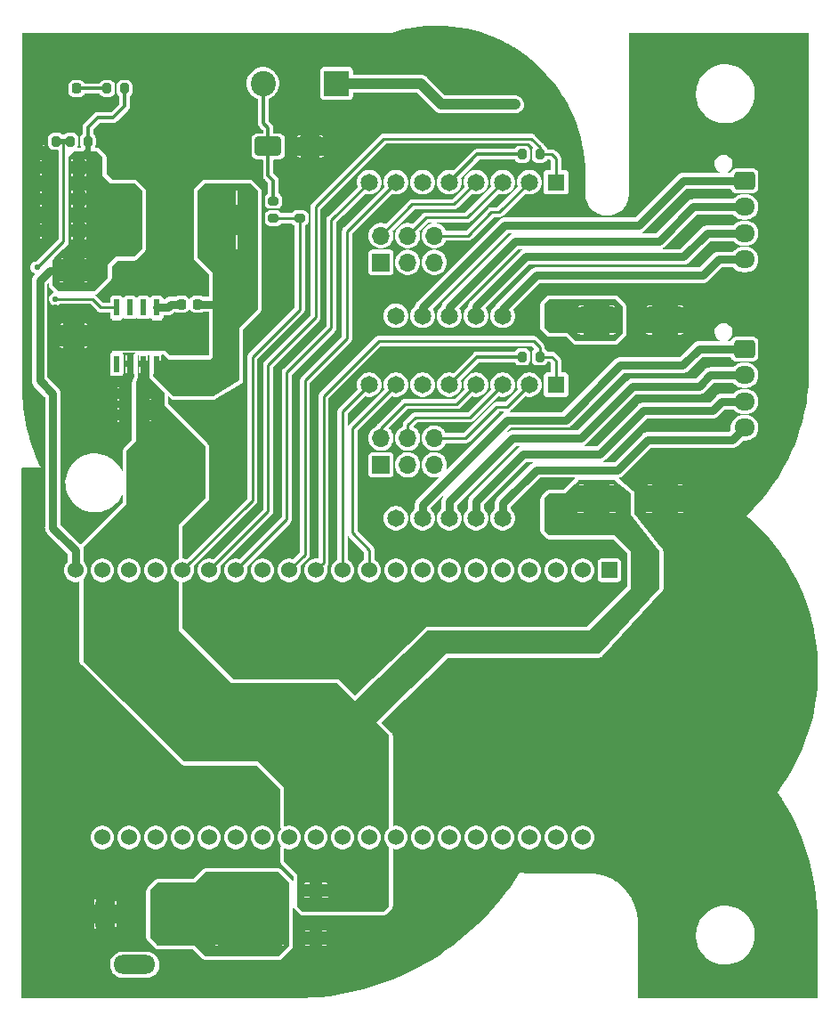
<source format=gtl>
%TF.GenerationSoftware,KiCad,Pcbnew,7.0.1*%
%TF.CreationDate,2024-04-15T22:24:04+03:00*%
%TF.ProjectId,ESP32 STEPPER CONTROL PCB,45535033-3220-4535-9445-505045522043,rev?*%
%TF.SameCoordinates,PX68e7780PY7bfa480*%
%TF.FileFunction,Copper,L1,Top*%
%TF.FilePolarity,Positive*%
%FSLAX46Y46*%
G04 Gerber Fmt 4.6, Leading zero omitted, Abs format (unit mm)*
G04 Created by KiCad (PCBNEW 7.0.1) date 2024-04-15 22:24:04*
%MOMM*%
%LPD*%
G01*
G04 APERTURE LIST*
G04 Aperture macros list*
%AMRoundRect*
0 Rectangle with rounded corners*
0 $1 Rounding radius*
0 $2 $3 $4 $5 $6 $7 $8 $9 X,Y pos of 4 corners*
0 Add a 4 corners polygon primitive as box body*
4,1,4,$2,$3,$4,$5,$6,$7,$8,$9,$2,$3,0*
0 Add four circle primitives for the rounded corners*
1,1,$1+$1,$2,$3*
1,1,$1+$1,$4,$5*
1,1,$1+$1,$6,$7*
1,1,$1+$1,$8,$9*
0 Add four rect primitives between the rounded corners*
20,1,$1+$1,$2,$3,$4,$5,0*
20,1,$1+$1,$4,$5,$6,$7,0*
20,1,$1+$1,$6,$7,$8,$9,0*
20,1,$1+$1,$8,$9,$2,$3,0*%
G04 Aperture macros list end*
%TA.AperFunction,ComponentPad*%
%ADD10O,1.950000X1.700000*%
%TD*%
%TA.AperFunction,ComponentPad*%
%ADD11RoundRect,0.250000X-0.725000X0.600000X-0.725000X-0.600000X0.725000X-0.600000X0.725000X0.600000X0*%
%TD*%
%TA.AperFunction,SMDPad,CuDef*%
%ADD12RoundRect,0.218750X-0.218750X-0.256250X0.218750X-0.256250X0.218750X0.256250X-0.218750X0.256250X0*%
%TD*%
%TA.AperFunction,SMDPad,CuDef*%
%ADD13RoundRect,0.200000X0.200000X0.275000X-0.200000X0.275000X-0.200000X-0.275000X0.200000X-0.275000X0*%
%TD*%
%TA.AperFunction,SMDPad,CuDef*%
%ADD14RoundRect,0.250000X-1.500000X-1.000000X1.500000X-1.000000X1.500000X1.000000X-1.500000X1.000000X0*%
%TD*%
%TA.AperFunction,SMDPad,CuDef*%
%ADD15RoundRect,0.225000X-0.225000X-0.250000X0.225000X-0.250000X0.225000X0.250000X-0.225000X0.250000X0*%
%TD*%
%TA.AperFunction,SMDPad,CuDef*%
%ADD16RoundRect,0.250000X0.250000X0.475000X-0.250000X0.475000X-0.250000X-0.475000X0.250000X-0.475000X0*%
%TD*%
%TA.AperFunction,SMDPad,CuDef*%
%ADD17RoundRect,0.250000X0.325000X0.650000X-0.325000X0.650000X-0.325000X-0.650000X0.325000X-0.650000X0*%
%TD*%
%TA.AperFunction,SMDPad,CuDef*%
%ADD18RoundRect,0.250000X-1.025000X0.787500X-1.025000X-0.787500X1.025000X-0.787500X1.025000X0.787500X0*%
%TD*%
%TA.AperFunction,ComponentPad*%
%ADD19O,4.000000X1.800000*%
%TD*%
%TA.AperFunction,ComponentPad*%
%ADD20O,1.800000X4.000000*%
%TD*%
%TA.AperFunction,ComponentPad*%
%ADD21R,1.800000X4.400000*%
%TD*%
%TA.AperFunction,ComponentPad*%
%ADD22R,1.700000X1.700000*%
%TD*%
%TA.AperFunction,ComponentPad*%
%ADD23O,1.700000X1.700000*%
%TD*%
%TA.AperFunction,SMDPad,CuDef*%
%ADD24RoundRect,0.250000X-1.000000X-0.650000X1.000000X-0.650000X1.000000X0.650000X-1.000000X0.650000X0*%
%TD*%
%TA.AperFunction,SMDPad,CuDef*%
%ADD25RoundRect,0.250000X0.650000X-1.000000X0.650000X1.000000X-0.650000X1.000000X-0.650000X-1.000000X0*%
%TD*%
%TA.AperFunction,ComponentPad*%
%ADD26R,1.650000X1.650000*%
%TD*%
%TA.AperFunction,ComponentPad*%
%ADD27C,1.650000*%
%TD*%
%TA.AperFunction,ComponentPad*%
%ADD28C,1.530000*%
%TD*%
%TA.AperFunction,ComponentPad*%
%ADD29R,1.530000X1.530000*%
%TD*%
%TA.AperFunction,SMDPad,CuDef*%
%ADD30R,2.900000X5.400000*%
%TD*%
%TA.AperFunction,SMDPad,CuDef*%
%ADD31R,3.100000X2.600000*%
%TD*%
%TA.AperFunction,SMDPad,CuDef*%
%ADD32R,4.500000X2.950000*%
%TD*%
%TA.AperFunction,ComponentPad*%
%ADD33C,0.600000*%
%TD*%
%TA.AperFunction,SMDPad,CuDef*%
%ADD34R,0.600000X1.550000*%
%TD*%
%TA.AperFunction,SMDPad,CuDef*%
%ADD35RoundRect,0.250000X0.850000X0.350000X-0.850000X0.350000X-0.850000X-0.350000X0.850000X-0.350000X0*%
%TD*%
%TA.AperFunction,SMDPad,CuDef*%
%ADD36RoundRect,0.249997X2.950003X2.650003X-2.950003X2.650003X-2.950003X-2.650003X2.950003X-2.650003X0*%
%TD*%
%TA.AperFunction,SMDPad,CuDef*%
%ADD37RoundRect,0.250000X1.275000X1.125000X-1.275000X1.125000X-1.275000X-1.125000X1.275000X-1.125000X0*%
%TD*%
%TA.AperFunction,SMDPad,CuDef*%
%ADD38RoundRect,0.200000X-0.200000X-0.275000X0.200000X-0.275000X0.200000X0.275000X-0.200000X0.275000X0*%
%TD*%
%TA.AperFunction,SMDPad,CuDef*%
%ADD39RoundRect,0.200000X0.275000X-0.200000X0.275000X0.200000X-0.275000X0.200000X-0.275000X-0.200000X0*%
%TD*%
%TA.AperFunction,SMDPad,CuDef*%
%ADD40RoundRect,0.200000X-0.275000X0.200000X-0.275000X-0.200000X0.275000X-0.200000X0.275000X0.200000X0*%
%TD*%
%TA.AperFunction,ComponentPad*%
%ADD41C,2.400000*%
%TD*%
%TA.AperFunction,ComponentPad*%
%ADD42R,2.400000X2.400000*%
%TD*%
%TA.AperFunction,ViaPad*%
%ADD43C,0.550000*%
%TD*%
%TA.AperFunction,Conductor*%
%ADD44C,0.800000*%
%TD*%
%TA.AperFunction,Conductor*%
%ADD45C,0.250000*%
%TD*%
%TA.AperFunction,Conductor*%
%ADD46C,0.500000*%
%TD*%
%TA.AperFunction,Conductor*%
%ADD47C,0.300000*%
%TD*%
%TA.AperFunction,Conductor*%
%ADD48C,1.000000*%
%TD*%
G04 APERTURE END LIST*
D10*
%TO.P,J3,4,Pin_4*%
%TO.N,STPR_1_B2*%
X68825000Y54250000D03*
%TO.P,J3,3,Pin_3*%
%TO.N,STPR_1_B1*%
X68825000Y56750000D03*
%TO.P,J3,2,Pin_2*%
%TO.N,STPR_1_A1*%
X68825000Y59250000D03*
D11*
%TO.P,J3,1,Pin_1*%
%TO.N,STPR_1_A2*%
X68825000Y61750000D03*
%TD*%
%TO.P,J5,1,Pin_1*%
%TO.N,STPR_2_A2*%
X68825000Y77750000D03*
D10*
%TO.P,J5,2,Pin_2*%
%TO.N,STPR_2_A1*%
X68825000Y75250000D03*
%TO.P,J5,3,Pin_3*%
%TO.N,STPR_2_B1*%
X68825000Y72750000D03*
%TO.P,J5,4,Pin_4*%
%TO.N,STPR_2_B2*%
X68825000Y70250000D03*
%TD*%
D12*
%TO.P,D3,2,A*%
%TO.N,Net-(D3-A)*%
X5287500Y86500000D03*
%TO.P,D3,1,K*%
%TO.N,GND*%
X3712500Y86500000D03*
%TD*%
D13*
%TO.P,R7,2*%
%TO.N,Net-(D3-A)*%
X8175000Y86500000D03*
%TO.P,R7,1*%
%TO.N,+5V*%
X9825000Y86500000D03*
%TD*%
D14*
%TO.P,C9,2*%
%TO.N,GND*%
X61250000Y64500000D03*
%TO.P,C9,1*%
%TO.N,+12V*%
X54750000Y64500000D03*
%TD*%
%TO.P,C8,2*%
%TO.N,GND*%
X61250000Y47500000D03*
%TO.P,C8,1*%
%TO.N,+12V*%
X54750000Y47500000D03*
%TD*%
D15*
%TO.P,C1,2*%
%TO.N,Net-(D1-K)*%
X16775000Y66000000D03*
%TO.P,C1,1*%
%TO.N,Net-(U1-BOOT)*%
X15225000Y66000000D03*
%TD*%
D16*
%TO.P,C3,2*%
%TO.N,GND*%
X9800000Y57500000D03*
%TO.P,C3,1*%
%TO.N,+12V*%
X11700000Y57500000D03*
%TD*%
%TO.P,C2,2*%
%TO.N,GND*%
X9800000Y55500000D03*
%TO.P,C2,1*%
%TO.N,+12V*%
X11700000Y55500000D03*
%TD*%
D17*
%TO.P,C7,2*%
%TO.N,GND*%
X2525000Y79000000D03*
%TO.P,C7,1*%
%TO.N,+5V*%
X5475000Y79000000D03*
%TD*%
%TO.P,C6,2*%
%TO.N,GND*%
X2525000Y76000000D03*
%TO.P,C6,1*%
%TO.N,+5V*%
X5475000Y76000000D03*
%TD*%
%TO.P,C5,2*%
%TO.N,GND*%
X2525000Y73000000D03*
%TO.P,C5,1*%
%TO.N,+5V*%
X5475000Y73000000D03*
%TD*%
D18*
%TO.P,C4,2*%
%TO.N,GND*%
X5000000Y63000000D03*
%TO.P,C4,1*%
%TO.N,+5V*%
X5000000Y69225000D03*
%TD*%
D19*
%TO.P,J1,3*%
%TO.N,N/C*%
X10800000Y3200000D03*
D20*
%TO.P,J1,2*%
%TO.N,GND*%
X8000000Y8000000D03*
D21*
%TO.P,J1,1*%
%TO.N,Net-(Q1-D)*%
X13800000Y8000000D03*
%TD*%
D22*
%TO.P,J6,1,Pin_1*%
%TO.N,+5V*%
X34225000Y69975000D03*
D23*
%TO.P,J6,2,Pin_2*%
%TO.N,Net-(J6-Pin_2)*%
X34225000Y72515000D03*
%TO.P,J6,3,Pin_3*%
%TO.N,+5V*%
X36765000Y69975000D03*
%TO.P,J6,4,Pin_4*%
%TO.N,Net-(J6-Pin_4)*%
X36765000Y72515000D03*
%TO.P,J6,5,Pin_5*%
%TO.N,+5V*%
X39305000Y69975000D03*
%TO.P,J6,6,Pin_6*%
%TO.N,Net-(J6-Pin_6)*%
X39305000Y72515000D03*
%TD*%
%TO.P,J4,6,Pin_6*%
%TO.N,Net-(J4-Pin_6)*%
X39305000Y53265000D03*
%TO.P,J4,5,Pin_5*%
%TO.N,+5V*%
X39305000Y50725000D03*
%TO.P,J4,4,Pin_4*%
%TO.N,Net-(J4-Pin_4)*%
X36765000Y53265000D03*
%TO.P,J4,3,Pin_3*%
%TO.N,+5V*%
X36765000Y50725000D03*
%TO.P,J4,2,Pin_2*%
%TO.N,Net-(J4-Pin_2)*%
X34225000Y53265000D03*
D22*
%TO.P,J4,1,Pin_1*%
%TO.N,+5V*%
X34225000Y50725000D03*
%TD*%
D24*
%TO.P,D2,2,A2*%
%TO.N,GND*%
X27500000Y81000000D03*
%TO.P,D2,1,A1*%
%TO.N,Net-(D2-A1)*%
X23500000Y81000000D03*
%TD*%
D25*
%TO.P,D1,2,A*%
%TO.N,GND*%
X16000000Y63000000D03*
%TO.P,D1,1,K*%
%TO.N,Net-(D1-K)*%
X16000000Y59000000D03*
%TD*%
D26*
%TO.P,U4,1,~{EN}*%
%TO.N,STEPPER_2_EN*%
X50890000Y77600000D03*
D27*
%TO.P,U4,2,M0*%
%TO.N,Net-(J6-Pin_6)*%
X48350000Y77600000D03*
%TO.P,U4,3,M1*%
%TO.N,Net-(J6-Pin_4)*%
X45810000Y77600000D03*
%TO.P,U4,4,M2*%
%TO.N,Net-(J6-Pin_2)*%
X43270000Y77600000D03*
%TO.P,U4,5,~{RST}*%
%TO.N,+5V*%
X40730000Y77600000D03*
%TO.P,U4,6,~{SLP}*%
X38190000Y77600000D03*
%TO.P,U4,7,STEP*%
%TO.N,STEPPER_2_STEP*%
X35650000Y77600000D03*
%TO.P,U4,8,DIR*%
%TO.N,STEPPER_2_DIR*%
X33110000Y77600000D03*
%TO.P,U4,9,GND*%
%TO.N,GND*%
X33110000Y64900000D03*
%TO.P,U4,10,~{FLT}*%
%TO.N,unconnected-(U4-~{FLT}-Pad10)*%
X35650000Y64900000D03*
%TO.P,U4,11,A2*%
%TO.N,STPR_2_A2*%
X38190000Y64900000D03*
%TO.P,U4,12,A1*%
%TO.N,STPR_2_A1*%
X40730000Y64900000D03*
%TO.P,U4,13,B1*%
%TO.N,STPR_2_B1*%
X43270000Y64900000D03*
%TO.P,U4,14,B2*%
%TO.N,STPR_2_B2*%
X45810000Y64900000D03*
%TO.P,U4,15,GND_MOT*%
%TO.N,GND*%
X48350000Y64900000D03*
%TO.P,U4,16,VMOT*%
%TO.N,+12V*%
X50890000Y64900000D03*
%TD*%
%TO.P,U2,16,VMOT*%
%TO.N,+12V*%
X50890000Y45650000D03*
%TO.P,U2,15,GND_MOT*%
%TO.N,GND*%
X48350000Y45650000D03*
%TO.P,U2,14,B2*%
%TO.N,STPR_1_B2*%
X45810000Y45650000D03*
%TO.P,U2,13,B1*%
%TO.N,STPR_1_B1*%
X43270000Y45650000D03*
%TO.P,U2,12,A1*%
%TO.N,STPR_1_A1*%
X40730000Y45650000D03*
%TO.P,U2,11,A2*%
%TO.N,STPR_1_A2*%
X38190000Y45650000D03*
%TO.P,U2,10,~{FLT}*%
%TO.N,unconnected-(U2-~{FLT}-Pad10)*%
X35650000Y45650000D03*
%TO.P,U2,9,GND*%
%TO.N,GND*%
X33110000Y45650000D03*
%TO.P,U2,8,DIR*%
%TO.N,STEPPER_1_DIR*%
X33110000Y58350000D03*
%TO.P,U2,7,STEP*%
%TO.N,STEPPER_1_STEP*%
X35650000Y58350000D03*
%TO.P,U2,6,~{SLP}*%
%TO.N,+5V*%
X38190000Y58350000D03*
%TO.P,U2,5,~{RST}*%
X40730000Y58350000D03*
%TO.P,U2,4,M2*%
%TO.N,Net-(J4-Pin_2)*%
X43270000Y58350000D03*
%TO.P,U2,3,M1*%
%TO.N,Net-(J4-Pin_4)*%
X45810000Y58350000D03*
%TO.P,U2,2,M0*%
%TO.N,Net-(J4-Pin_6)*%
X48350000Y58350000D03*
D26*
%TO.P,U2,1,~{EN}*%
%TO.N,STEPPER_1_EN*%
X50890000Y58350000D03*
%TD*%
D28*
%TO.P,U3,J3_22,GND*%
%TO.N,GND*%
X2632000Y15300000D03*
%TO.P,U3,J3_21,GND*%
X5172000Y15300000D03*
%TO.P,U3,J3_20,USB_D-/GPIO19*%
%TO.N,unconnected-(U3-USB_D-{slash}GPIO19-PadJ3_20)*%
X7712000Y15300000D03*
%TO.P,U3,J3_19,USB_D+/GPIO20*%
%TO.N,unconnected-(U3-USB_D+{slash}GPIO20-PadJ3_19)*%
X10252000Y15300000D03*
%TO.P,U3,J3_18,GPIO21*%
%TO.N,unconnected-(U3-GPIO21-PadJ3_18)*%
X12792000Y15300000D03*
%TO.P,U3,J3_17,GPIO47*%
%TO.N,unconnected-(U3-GPIO47-PadJ3_17)*%
X15332000Y15300000D03*
%TO.P,U3,J3_16,GPIO48*%
%TO.N,unconnected-(U3-GPIO48-PadJ3_16)*%
X17872000Y15300000D03*
%TO.P,U3,J3_15,GPIO45*%
%TO.N,unconnected-(U3-GPIO45-PadJ3_15)*%
X20412000Y15300000D03*
%TO.P,U3,J3_14,GPIO0*%
%TO.N,unconnected-(U3-GPIO0-PadJ3_14)*%
X22952000Y15300000D03*
%TO.P,U3,J3_13,GPIO35*%
%TO.N,unconnected-(U3-GPIO35-PadJ3_13)*%
X25492000Y15300000D03*
%TO.P,U3,J3_12,GPIO36*%
%TO.N,unconnected-(U3-GPIO36-PadJ3_12)*%
X28032000Y15300000D03*
%TO.P,U3,J3_11,GPIO37*%
%TO.N,unconnected-(U3-GPIO37-PadJ3_11)*%
X30572000Y15300000D03*
%TO.P,U3,J3_10,GPIO38*%
%TO.N,unconnected-(U3-GPIO38-PadJ3_10)*%
X33112000Y15300000D03*
%TO.P,U3,J3_9,MTCK/GPIO39*%
%TO.N,unconnected-(U3-MTCK{slash}GPIO39-PadJ3_9)*%
X35652000Y15300000D03*
%TO.P,U3,J3_8,MTDO/GPIO40*%
%TO.N,unconnected-(U3-MTDO{slash}GPIO40-PadJ3_8)*%
X38192000Y15300000D03*
%TO.P,U3,J3_7,MTDI/GPIO41*%
%TO.N,unconnected-(U3-MTDI{slash}GPIO41-PadJ3_7)*%
X40732000Y15300000D03*
%TO.P,U3,J3_6,MTMS/GPIO42*%
%TO.N,unconnected-(U3-MTMS{slash}GPIO42-PadJ3_6)*%
X43272000Y15300000D03*
%TO.P,U3,J3_5,GPIO2*%
%TO.N,unconnected-(U3-GPIO2-PadJ3_5)*%
X45812000Y15300000D03*
%TO.P,U3,J3_4,GPIO1*%
%TO.N,unconnected-(U3-GPIO1-PadJ3_4)*%
X48352000Y15300000D03*
%TO.P,U3,J3_3,U0RXD/GPIO44*%
%TO.N,unconnected-(U3-U0RXD{slash}GPIO44-PadJ3_3)*%
X50892000Y15300000D03*
%TO.P,U3,J3_2,U0TXD/GPIO43*%
%TO.N,unconnected-(U3-U0TXD{slash}GPIO43-PadJ3_2)*%
X53432000Y15300000D03*
%TO.P,U3,J3_1,GND*%
%TO.N,GND*%
X55972000Y15300000D03*
%TO.P,U3,J1_22,GND*%
X2632000Y40700000D03*
%TO.P,U3,J1_21,5V0*%
%TO.N,+5V*%
X5172000Y40700000D03*
%TO.P,U3,J1_20,GPIO14*%
%TO.N,unconnected-(U3-GPIO14-PadJ1_20)*%
X7712000Y40700000D03*
%TO.P,U3,J1_19,GPIO13*%
%TO.N,unconnected-(U3-GPIO13-PadJ1_19)*%
X10252000Y40700000D03*
%TO.P,U3,J1_18,GPIO12*%
%TO.N,unconnected-(U3-GPIO12-PadJ1_18)*%
X12792000Y40700000D03*
%TO.P,U3,J1_17,GPIO11*%
%TO.N,ProximityOut*%
X15332000Y40700000D03*
%TO.P,U3,J1_16,GPIO10*%
%TO.N,STEPPER_2_EN*%
X17872000Y40700000D03*
%TO.P,U3,J1_15,GPIO9*%
%TO.N,STEPPER_2_DIR*%
X20412000Y40700000D03*
%TO.P,U3,J1_14,GPIO46*%
%TO.N,unconnected-(U3-GPIO46-PadJ1_14)*%
X22952000Y40700000D03*
%TO.P,U3,J1_13,GPIO3*%
%TO.N,STEPPER_2_STEP*%
X25492000Y40700000D03*
%TO.P,U3,J1_12,GPIO8*%
%TO.N,STEPPER_1_EN*%
X28032000Y40700000D03*
%TO.P,U3,J1_11,GPIO18*%
%TO.N,STEPPER_1_DIR*%
X30572000Y40700000D03*
%TO.P,U3,J1_10,GPIO17*%
%TO.N,STEPPER_1_STEP*%
X33112000Y40700000D03*
%TO.P,U3,J1_9,GPIO16*%
%TO.N,unconnected-(U3-GPIO16-PadJ1_9)*%
X35652000Y40700000D03*
%TO.P,U3,J1_8,GPIO15*%
%TO.N,unconnected-(U3-GPIO15-PadJ1_8)*%
X38192000Y40700000D03*
%TO.P,U3,J1_7,GPIO7*%
%TO.N,unconnected-(U3-GPIO7-PadJ1_7)*%
X40732000Y40700000D03*
%TO.P,U3,J1_6,GPIO6*%
%TO.N,unconnected-(U3-GPIO6-PadJ1_6)*%
X43272000Y40700000D03*
%TO.P,U3,J1_5,GPIO5*%
%TO.N,unconnected-(U3-GPIO5-PadJ1_5)*%
X45812000Y40700000D03*
%TO.P,U3,J1_4,GPIO4*%
%TO.N,unconnected-(U3-GPIO4-PadJ1_4)*%
X48352000Y40700000D03*
%TO.P,U3,J1_3,RST*%
%TO.N,unconnected-(U3-RST-PadJ1_3)*%
X50892000Y40700000D03*
%TO.P,U3,J1_2,3V3*%
%TO.N,unconnected-(U3-3V3-PadJ1_1)*%
X53432000Y40700000D03*
D29*
%TO.P,U3,J1_1,3V3*%
X55972000Y40700000D03*
%TD*%
D30*
%TO.P,L1,2,2*%
%TO.N,+5V*%
X9100000Y74000000D03*
%TO.P,L1,1,1*%
%TO.N,Net-(D1-K)*%
X19000000Y74000000D03*
%TD*%
D31*
%TO.P,U1,9,GNDPAD*%
%TO.N,GND*%
X11000000Y63000000D03*
D32*
X11000000Y63000000D03*
D33*
X9200000Y62400000D03*
X10300000Y62400000D03*
X11600000Y62400000D03*
X9200000Y63600000D03*
X12800000Y63600000D03*
X10300000Y63600000D03*
X11600000Y63600000D03*
X12800000Y62400000D03*
D34*
%TO.P,U1,8,PH*%
%TO.N,Net-(D1-K)*%
X12905000Y60300000D03*
%TO.P,U1,7,VIN*%
%TO.N,+12V*%
X11635000Y60300000D03*
%TO.P,U1,6,GND*%
%TO.N,GND*%
X10365000Y60300000D03*
%TO.P,U1,5,EN*%
%TO.N,unconnected-(U1-EN-Pad5)*%
X9095000Y60300000D03*
%TO.P,U1,4,VSENSE*%
%TO.N,/VSENSE*%
X9095000Y65700000D03*
%TO.P,U1,3,NC*%
%TO.N,unconnected-(U1-NC-Pad3)*%
X10365000Y65700000D03*
%TO.P,U1,2,NC*%
%TO.N,unconnected-(U1-NC-Pad2)*%
X11635000Y65700000D03*
%TO.P,U1,1,BOOT*%
%TO.N,Net-(U1-BOOT)*%
X12905000Y65700000D03*
%TD*%
D35*
%TO.P,Q1,1,G*%
%TO.N,GND*%
X28040000Y5720000D03*
%TO.P,Q1,3,S*%
%TO.N,+12V*%
X28040000Y10280000D03*
D36*
%TO.P,Q1,2,D*%
%TO.N,Net-(Q1-D)*%
X21740000Y8000000D03*
D37*
X20065000Y9525000D03*
X23415000Y6475000D03*
X20065000Y6475000D03*
X23415000Y9525000D03*
%TD*%
D38*
%TO.P,R6,1*%
%TO.N,+5V*%
X47675000Y80250000D03*
%TO.P,R6,2*%
%TO.N,STEPPER_2_EN*%
X49325000Y80250000D03*
%TD*%
D39*
%TO.P,R5,2*%
%TO.N,GND*%
X26500000Y75825000D03*
%TO.P,R5,1*%
%TO.N,ProximityOut*%
X26500000Y74175000D03*
%TD*%
D40*
%TO.P,R4,2*%
%TO.N,ProximityOut*%
X24000000Y74175000D03*
%TO.P,R4,1*%
%TO.N,Net-(D2-A1)*%
X24000000Y75825000D03*
%TD*%
D38*
%TO.P,R3,2*%
%TO.N,STEPPER_1_EN*%
X49325000Y61000000D03*
%TO.P,R3,1*%
%TO.N,+5V*%
X47675000Y61000000D03*
%TD*%
D13*
%TO.P,R2,2*%
%TO.N,GND*%
X1675000Y81500000D03*
%TO.P,R2,1*%
%TO.N,/VSENSE*%
X3325000Y81500000D03*
%TD*%
%TO.P,R1,2*%
%TO.N,/VSENSE*%
X4675000Y81500000D03*
%TO.P,R1,1*%
%TO.N,+5V*%
X6325000Y81500000D03*
%TD*%
D41*
%TO.P,J2,3,Pin_3*%
%TO.N,Net-(D2-A1)*%
X23000000Y87000000D03*
%TO.P,J2,2,Pin_2*%
%TO.N,GND*%
X26500000Y87000000D03*
D42*
%TO.P,J2,1,Pin_1*%
%TO.N,+12V*%
X30000000Y87000000D03*
%TD*%
D43*
%TO.N,GND*%
X1500000Y56750000D03*
X1500000Y53750000D03*
X1500000Y46000000D03*
X1500000Y48500000D03*
X1500000Y43000000D03*
X4750000Y45750000D03*
X5750000Y44000000D03*
X4750000Y33500000D03*
X2750000Y24250000D03*
X2750000Y18250000D03*
X66750000Y17750000D03*
X69250000Y11250000D03*
X55000000Y12750000D03*
X49750000Y12750000D03*
X36250000Y8500000D03*
X33000000Y2750000D03*
X45000000Y11000000D03*
X39500000Y9500000D03*
X42000000Y8250000D03*
X44000000Y13000000D03*
X39750000Y12750000D03*
X37250000Y11000000D03*
X37250000Y6250000D03*
X27500000Y1750000D03*
X19500000Y1750000D03*
X17250000Y2750000D03*
X14250000Y1250000D03*
X17500000Y67500000D03*
X15500000Y67500000D03*
X12250000Y67250000D03*
X9750000Y67500000D03*
X7250000Y58750000D03*
X3250000Y59500000D03*
X4250000Y55000000D03*
X6500000Y55750000D03*
X5000000Y57500000D03*
X4500000Y52500000D03*
X6250000Y53250000D03*
X21750000Y62250000D03*
X23000000Y64000000D03*
X25750000Y68750000D03*
X25250000Y73000000D03*
X23500000Y73000000D03*
X23500000Y68750000D03*
X24250000Y66500000D03*
X24500000Y70750000D03*
X22500000Y78500000D03*
X21500000Y83500000D03*
X15500000Y90250000D03*
X11250000Y85750000D03*
X16250000Y85500000D03*
X19750000Y81750000D03*
X12250000Y82000000D03*
X45000000Y88250000D03*
X38250000Y89750000D03*
X45500000Y83250000D03*
X35750000Y83750000D03*
X35250000Y80250000D03*
X37500000Y80250000D03*
X35000000Y75250000D03*
X32500000Y67000000D03*
X35000000Y67250000D03*
X37500000Y67250000D03*
X50750000Y75250000D03*
X48000000Y75000000D03*
X49000000Y48500000D03*
X49250000Y56250000D03*
X37750000Y49000000D03*
X35500000Y48250000D03*
X33000000Y47750000D03*
X37000000Y60250000D03*
X41750000Y61500000D03*
X20750000Y56000000D03*
X18750000Y52750000D03*
X19000000Y56500000D03*
X16750000Y55500000D03*
X20500000Y51500000D03*
X19000000Y47750000D03*
X16750000Y44500000D03*
X68250000Y37750000D03*
X69000000Y30500000D03*
X73500000Y26750000D03*
X74000000Y32750000D03*
X71250000Y41000000D03*
X68000000Y44000000D03*
X64000000Y41000000D03*
X49000000Y25250000D03*
X54500000Y18000000D03*
X45250000Y18000000D03*
X52500000Y25000000D03*
X44000000Y27750000D03*
X45000000Y23500000D03*
X37500000Y23750000D03*
X37000000Y18000000D03*
X41500000Y19250000D03*
X48750000Y19000000D03*
X55750000Y19750000D03*
X55750000Y25250000D03*
X55250000Y32000000D03*
X49500000Y29750000D03*
X43500000Y31000000D03*
X39000000Y27500000D03*
X42750000Y36250000D03*
X46250000Y38000000D03*
X52000000Y36750000D03*
X54500000Y38500000D03*
X48000000Y36250000D03*
X41500000Y38000000D03*
X37250000Y35000000D03*
X31750000Y32500000D03*
X34500000Y37500000D03*
X24750000Y37750000D03*
X23750000Y32250000D03*
X28250000Y35750000D03*
X27500000Y31000000D03*
X20500000Y34000000D03*
X19000000Y38250000D03*
X2750000Y29750000D03*
X3000000Y37500000D03*
X11750000Y22750000D03*
X22500000Y17750000D03*
X10250000Y18000000D03*
X7000000Y27000000D03*
X22500000Y20500000D03*
X15000000Y18750000D03*
X5750000Y20250000D03*
X3000000Y3250000D03*
X6250000Y4750000D03*
X11000000Y8000000D03*
X10000000Y11250000D03*
X5500000Y10750000D03*
X5250000Y7500000D03*
X22750000Y2250000D03*
X33000000Y5750000D03*
X27750000Y7250000D03*
X30250000Y7250000D03*
X30250000Y5750000D03*
X30000000Y4000000D03*
X28250000Y4000000D03*
X27000000Y4000000D03*
X71500000Y23000000D03*
X58500000Y12250000D03*
X63500000Y12250000D03*
X70250000Y15250000D03*
X73750000Y10000000D03*
X73750000Y4250000D03*
X69500000Y1500000D03*
X62750000Y2500000D03*
X60250000Y6250000D03*
X68250000Y48500000D03*
X58500000Y48750000D03*
X60000000Y50000000D03*
X62500000Y50250000D03*
X64000000Y48750000D03*
X64000000Y46250000D03*
X62000000Y45500000D03*
X59750000Y45500000D03*
X58250000Y65500000D03*
X59500000Y67250000D03*
X62250000Y67250000D03*
X64000000Y66000000D03*
X63750000Y62750000D03*
X61500000Y62000000D03*
X59250000Y62000000D03*
X59500000Y76750000D03*
X65500000Y90250000D03*
X59250000Y86500000D03*
X63750000Y83000000D03*
X72750000Y85000000D03*
X71750000Y89750000D03*
X61500000Y88750000D03*
X60500000Y81000000D03*
X49000000Y86750000D03*
X41250000Y89500000D03*
X7250000Y89500000D03*
X11750000Y89500000D03*
X18750000Y87000000D03*
X16750000Y83000000D03*
X26500000Y77500000D03*
X28250000Y83250000D03*
X29750000Y81500000D03*
X28500000Y79250000D03*
X3500000Y84750000D03*
X4000000Y88250000D03*
X1250000Y82750000D03*
X1250000Y80500000D03*
X1250000Y79000000D03*
X1250000Y77500000D03*
X1250000Y76000000D03*
X1250000Y74500000D03*
X1250000Y73000000D03*
X1250000Y71750000D03*
X2250000Y71500000D03*
X8500000Y54500000D03*
X8500000Y55500000D03*
X8500000Y56500000D03*
X8500000Y57500000D03*
X8500000Y58500000D03*
X10000000Y59000000D03*
X6250000Y61250000D03*
X5000000Y61250000D03*
X3750000Y61250000D03*
X5500000Y64750000D03*
X4500000Y64750000D03*
X1250000Y70250000D03*
X3250000Y65750000D03*
%TO.N,/VSENSE*%
X3250000Y66500000D03*
X1500000Y69500000D03*
%TO.N,+12V*%
X47000000Y85000000D03*
X45750000Y85000000D03*
X44500000Y85000000D03*
X43500000Y85000000D03*
%TO.N,+5V*%
X7100000Y78450000D03*
X7100000Y79300000D03*
X7100000Y80000000D03*
%TD*%
D44*
%TO.N,STPR_1_A2*%
X64500000Y61750000D02*
X68825000Y61750000D01*
X46250000Y55000000D02*
X51800000Y55000000D01*
X51800000Y55000000D02*
X57000000Y60200000D01*
X38190000Y45650000D02*
X38190000Y46940000D01*
X38190000Y46940000D02*
X46250000Y55000000D01*
X57000000Y60200000D02*
X62950000Y60200000D01*
X62950000Y60200000D02*
X64500000Y61750000D01*
%TO.N,STPR_1_B1*%
X66650000Y56750000D02*
X68825000Y56750000D01*
X55050000Y51750000D02*
X59200000Y55900000D01*
X59200000Y55900000D02*
X65800000Y55900000D01*
X65800000Y55900000D02*
X66650000Y56750000D01*
X43270000Y47270000D02*
X47750000Y51750000D01*
X47750000Y51750000D02*
X55050000Y51750000D01*
X43270000Y45650000D02*
X43270000Y47270000D01*
%TO.N,STPR_1_B2*%
X67675000Y53100000D02*
X68825000Y54250000D01*
X59600000Y53100000D02*
X67675000Y53100000D01*
X45810000Y47060000D02*
X49000000Y50250000D01*
X45810000Y45650000D02*
X45810000Y47060000D01*
X49000000Y50250000D02*
X56750000Y50250000D01*
X56750000Y50250000D02*
X59600000Y53100000D01*
%TO.N,STPR_1_A1*%
X65550000Y59250000D02*
X68825000Y59250000D01*
X64500000Y58200000D02*
X65550000Y59250000D01*
X53250000Y53250000D02*
X58200000Y58200000D01*
X58200000Y58200000D02*
X64500000Y58200000D01*
X46750000Y53250000D02*
X53250000Y53250000D01*
X40730000Y47230000D02*
X46750000Y53250000D01*
X40730000Y45650000D02*
X40730000Y47230000D01*
%TO.N,STPR_2_B1*%
X48000000Y70500000D02*
X63000000Y70500000D01*
X43270000Y65770000D02*
X48000000Y70500000D01*
X63000000Y70500000D02*
X65250000Y72750000D01*
X65250000Y72750000D02*
X68825000Y72750000D01*
X43270000Y64900000D02*
X43270000Y65770000D01*
%TO.N,STPR_2_A1*%
X63950000Y75250000D02*
X60700000Y72000000D01*
X60700000Y72000000D02*
X47000000Y72000000D01*
X47000000Y72000000D02*
X40730000Y65730000D01*
X40730000Y65730000D02*
X40730000Y64900000D01*
X68825000Y75250000D02*
X63950000Y75250000D01*
%TO.N,STPR_2_B2*%
X64850000Y68750000D02*
X66350000Y70250000D01*
X66350000Y70250000D02*
X68825000Y70250000D01*
X62200000Y68750000D02*
X49000000Y68750000D01*
X62200000Y68750000D02*
X64850000Y68750000D01*
%TO.N,STPR_2_A2*%
X61375000Y76125000D02*
X63000000Y77750000D01*
X63000000Y77750000D02*
X68825000Y77750000D01*
X58750000Y73500000D02*
X61375000Y76125000D01*
D45*
%TO.N,/VSENSE*%
X7550000Y65700000D02*
X9095000Y65700000D01*
X6750000Y66500000D02*
X7550000Y65700000D01*
X3250000Y66500000D02*
X6750000Y66500000D01*
X3250000Y71250000D02*
X1500000Y69500000D01*
X4000000Y72000000D02*
X3250000Y71250000D01*
X4000000Y81500000D02*
X4000000Y72000000D01*
D46*
X4000000Y81500000D02*
X4675000Y81500000D01*
X3325000Y81500000D02*
X4000000Y81500000D01*
D47*
%TO.N,Net-(D2-A1)*%
X23500000Y78250000D02*
X23500000Y81000000D01*
X24000000Y75825000D02*
X24000000Y77750000D01*
X24000000Y77750000D02*
X23500000Y78250000D01*
X23000000Y83250000D02*
X23500000Y82750000D01*
X23500000Y82750000D02*
X23500000Y81000000D01*
X23000000Y87000000D02*
X23000000Y83250000D01*
D48*
%TO.N,+12V*%
X40000000Y85000000D02*
X38000000Y87000000D01*
X38000000Y87000000D02*
X30000000Y87000000D01*
X43500000Y85000000D02*
X40000000Y85000000D01*
X47000000Y85000000D02*
X43500000Y85000000D01*
D47*
%TO.N,+5V*%
X43380000Y80250000D02*
X47675000Y80250000D01*
X40730000Y77600000D02*
X43380000Y80250000D01*
X43380000Y61000000D02*
X47675000Y61000000D01*
X40730000Y58350000D02*
X43380000Y61000000D01*
X7250000Y83750000D02*
X6325000Y82825000D01*
X6325000Y82825000D02*
X6325000Y81500000D01*
X8750000Y83750000D02*
X7250000Y83750000D01*
X9825000Y84825000D02*
X8750000Y83750000D01*
X9825000Y86500000D02*
X9825000Y84825000D01*
%TO.N,Net-(D3-A)*%
X5287500Y86500000D02*
X8175000Y86500000D01*
D46*
%TO.N,+5V*%
X6325000Y81500000D02*
X6325000Y80575000D01*
X6325000Y80575000D02*
X5475000Y79725000D01*
X5475000Y79725000D02*
X5475000Y79000000D01*
D44*
X2725000Y69225000D02*
X5000000Y69225000D01*
X1750000Y68250000D02*
X2725000Y69225000D01*
X1750000Y58750000D02*
X1750000Y68250000D01*
X3000000Y44750000D02*
X3000000Y57500000D01*
X5172000Y42578000D02*
X3000000Y44750000D01*
X5172000Y40700000D02*
X5172000Y42578000D01*
X3000000Y57500000D02*
X1750000Y58750000D01*
%TO.N,Net-(U1-BOOT)*%
X14250000Y66000000D02*
X13950000Y65700000D01*
X13950000Y65700000D02*
X12905000Y65700000D01*
X15225000Y66000000D02*
X14250000Y66000000D01*
%TO.N,Net-(D1-K)*%
X16775000Y66000000D02*
X18250000Y66000000D01*
D45*
%TO.N,ProximityOut*%
X26500000Y65500000D02*
X26500000Y74175000D01*
X22000000Y61000000D02*
X26500000Y65500000D01*
X22000000Y47368000D02*
X22000000Y61000000D01*
X15332000Y40700000D02*
X22000000Y47368000D01*
%TO.N,STEPPER_2_EN*%
X49325000Y80925000D02*
X49325000Y80250000D01*
X28000000Y75250000D02*
X34500000Y81750000D01*
X23500000Y60250000D02*
X28000000Y64750000D01*
X28000000Y64750000D02*
X28000000Y75250000D01*
X34500000Y81750000D02*
X48500000Y81750000D01*
X23500000Y46328000D02*
X23500000Y60250000D01*
X17872000Y40700000D02*
X23500000Y46328000D01*
X48500000Y81750000D02*
X49325000Y80925000D01*
%TO.N,STEPPER_2_DIR*%
X25250000Y59500000D02*
X29500000Y63750000D01*
X29500000Y73990000D02*
X33110000Y77600000D01*
X25250000Y45538000D02*
X25250000Y59500000D01*
X29500000Y63750000D02*
X29500000Y73990000D01*
X20412000Y40700000D02*
X25250000Y45538000D01*
%TO.N,STEPPER_2_STEP*%
X31000000Y62750000D02*
X31000000Y72950000D01*
X31000000Y72950000D02*
X35650000Y77600000D01*
X27000000Y58750000D02*
X31000000Y62750000D01*
X27000000Y42208000D02*
X27000000Y58750000D01*
X25492000Y40700000D02*
X27000000Y42208000D01*
%TO.N,STEPPER_1_EN*%
X28750000Y57250000D02*
X34000000Y62500000D01*
X34000000Y62500000D02*
X48750000Y62500000D01*
X28750000Y41418000D02*
X28750000Y57250000D01*
X28032000Y40700000D02*
X28750000Y41418000D01*
X48750000Y62500000D02*
X49325000Y61925000D01*
X49325000Y61925000D02*
X49325000Y61000000D01*
%TO.N,STEPPER_1_DIR*%
X30572000Y55812000D02*
X31755000Y56995000D01*
X30572000Y40700000D02*
X30572000Y55812000D01*
X33110000Y58350000D02*
X31755000Y56995000D01*
%TO.N,STEPPER_1_STEP*%
X33112000Y42638000D02*
X33112000Y40700000D01*
X31500000Y54200000D02*
X31500000Y44250000D01*
X31500000Y44250000D02*
X33112000Y42638000D01*
X35650000Y58350000D02*
X31500000Y54200000D01*
%TO.N,ProximityOut*%
X24000000Y74175000D02*
X26500000Y74175000D01*
%TO.N,STEPPER_2_EN*%
X50890000Y79860000D02*
X50500000Y80250000D01*
X50890000Y77600000D02*
X50890000Y79860000D01*
X50500000Y80250000D02*
X49325000Y80250000D01*
%TO.N,STEPPER_1_EN*%
X50500000Y61000000D02*
X49325000Y61000000D01*
X50890000Y60610000D02*
X50500000Y61000000D01*
X50890000Y58350000D02*
X50890000Y60610000D01*
%TO.N,Net-(J4-Pin_2)*%
X34225000Y54225000D02*
X34225000Y53265000D01*
X36500000Y56500000D02*
X34225000Y54225000D01*
X43270000Y58350000D02*
X41420000Y56500000D01*
X41420000Y56500000D02*
X36500000Y56500000D01*
D44*
%TO.N,STPR_2_A2*%
X46000000Y73500000D02*
X58750000Y73500000D01*
X38190000Y65690000D02*
X46000000Y73500000D01*
X38190000Y64900000D02*
X38190000Y65690000D01*
%TO.N,STPR_2_B2*%
X45810000Y65560000D02*
X45810000Y64900000D01*
X49000000Y68750000D02*
X45810000Y65560000D01*
D45*
%TO.N,Net-(J6-Pin_4)*%
X38500000Y74250000D02*
X42460000Y74250000D01*
X42460000Y74250000D02*
X45810000Y77600000D01*
X36765000Y72515000D02*
X38500000Y74250000D01*
%TO.N,Net-(J6-Pin_2)*%
X41170000Y75500000D02*
X43270000Y77600000D01*
X37210000Y75500000D02*
X41170000Y75500000D01*
X34225000Y72515000D02*
X37210000Y75500000D01*
%TO.N,Net-(J6-Pin_6)*%
X45500000Y74750000D02*
X48350000Y77600000D01*
X42515000Y72515000D02*
X44750000Y74750000D01*
X39305000Y72515000D02*
X42515000Y72515000D01*
X44750000Y74750000D02*
X45500000Y74750000D01*
%TO.N,Net-(J4-Pin_6)*%
X46250000Y56250000D02*
X48350000Y58350000D01*
X45250000Y56250000D02*
X46250000Y56250000D01*
X42265000Y53265000D02*
X45250000Y56250000D01*
X39305000Y53265000D02*
X42265000Y53265000D01*
%TO.N,Net-(J4-Pin_4)*%
X42710000Y55250000D02*
X45810000Y58350000D01*
X37500000Y55250000D02*
X42710000Y55250000D01*
X36765000Y54515000D02*
X37500000Y55250000D01*
X36765000Y53265000D02*
X36765000Y54515000D01*
%TD*%
%TA.AperFunction,Conductor*%
%TO.N,GND*%
G36*
X2630148Y67999484D02*
G01*
X2644500Y67964836D01*
X2644500Y67770296D01*
X2651330Y67700940D01*
X2671562Y67634247D01*
X2685911Y67599605D01*
X2718765Y67538142D01*
X2762978Y67484270D01*
X3070657Y67176591D01*
X3084850Y67145887D01*
X3075767Y67113303D01*
X3047738Y67094367D01*
X3034480Y67091099D01*
X3026566Y67089148D01*
X3026565Y67089148D01*
X3026563Y67089147D01*
X2892067Y67018558D01*
X2778367Y66917830D01*
X2692080Y66792822D01*
X2638214Y66650792D01*
X2619906Y66500001D01*
X2638214Y66349209D01*
X2678100Y66244041D01*
X2683509Y66229777D01*
X2692080Y66207179D01*
X2768536Y66096414D01*
X2778368Y66082170D01*
X2892066Y65981443D01*
X3026566Y65910852D01*
X3174051Y65874500D01*
X3325949Y65874500D01*
X3473434Y65910852D01*
X3607934Y65981443D01*
X3642627Y66012179D01*
X3675119Y66024500D01*
X6532745Y66024500D01*
X6567393Y66010148D01*
X7173895Y65403646D01*
X7180466Y65395493D01*
X7186945Y65385411D01*
X7210896Y65364658D01*
X7224462Y65352903D01*
X7227009Y65350532D01*
X7237820Y65339721D01*
X7237823Y65339718D01*
X7250046Y65330569D01*
X7252763Y65328380D01*
X7290282Y65295870D01*
X7294866Y65293777D01*
X7301176Y65290894D01*
X7310182Y65285550D01*
X7319771Y65278372D01*
X7366284Y65261024D01*
X7369507Y65259690D01*
X7414658Y65239069D01*
X7426511Y65237366D01*
X7436665Y65234773D01*
X7447884Y65230588D01*
X7474621Y65228676D01*
X7497400Y65227047D01*
X7500873Y65226674D01*
X7515989Y65224500D01*
X7531254Y65224500D01*
X7534750Y65224375D01*
X7584270Y65220833D01*
X7584270Y65220834D01*
X7584271Y65220833D01*
X7595979Y65223381D01*
X7606395Y65224500D01*
X8395500Y65224500D01*
X8430148Y65210148D01*
X8444500Y65175500D01*
X8444500Y64891740D01*
X8454427Y64823607D01*
X8505802Y64718517D01*
X8588517Y64635802D01*
X8623003Y64618943D01*
X8643315Y64600439D01*
X8650473Y64573910D01*
X8642226Y64547700D01*
X8627542Y64525724D01*
X8620000Y64487806D01*
X8620000Y64475000D01*
X9525000Y64475000D01*
X9525000Y64567825D01*
X9532434Y64593772D01*
X9552480Y64611846D01*
X9566999Y64618944D01*
X9601483Y64635802D01*
X9684198Y64718517D01*
X9685978Y64722160D01*
X9712188Y64746288D01*
X9747812Y64746288D01*
X9774021Y64722160D01*
X9775801Y64718518D01*
X9775802Y64718517D01*
X9858517Y64635802D01*
X9963607Y64584427D01*
X10031740Y64574500D01*
X10698260Y64574500D01*
X10766393Y64584427D01*
X10871483Y64635802D01*
X10954198Y64718517D01*
X10955978Y64722160D01*
X10982188Y64746288D01*
X11017812Y64746288D01*
X11044021Y64722160D01*
X11045801Y64718518D01*
X11045802Y64718517D01*
X11128517Y64635802D01*
X11233607Y64584427D01*
X11301740Y64574500D01*
X11968260Y64574500D01*
X12036393Y64584427D01*
X12141483Y64635802D01*
X12224198Y64718517D01*
X12225978Y64722160D01*
X12252188Y64746288D01*
X12287812Y64746288D01*
X12314021Y64722160D01*
X12315801Y64718518D01*
X12398517Y64635802D01*
X12447520Y64611846D01*
X12467566Y64593772D01*
X12475000Y64567825D01*
X12475000Y64475000D01*
X13380000Y64475000D01*
X13380000Y64487806D01*
X13372457Y64525724D01*
X13357774Y64547699D01*
X13349526Y64573910D01*
X13356684Y64600439D01*
X13376992Y64618941D01*
X13411483Y64635802D01*
X13494198Y64718517D01*
X13545573Y64823607D01*
X13555500Y64891740D01*
X13555500Y64900500D01*
X13569852Y64935148D01*
X13604500Y64949500D01*
X13891757Y64949500D01*
X13898858Y64948984D01*
X13928023Y64944711D01*
X13980637Y64949314D01*
X13984908Y64949500D01*
X13993713Y64949500D01*
X14019204Y64952481D01*
X14025572Y64953225D01*
X14026920Y64953364D01*
X14102797Y64960001D01*
X14108533Y64961902D01*
X14118254Y64964058D01*
X14124255Y64964759D01*
X14195789Y64990796D01*
X14197053Y64991236D01*
X14269334Y65015186D01*
X14274478Y65018360D01*
X14283434Y65022695D01*
X14289117Y65024763D01*
X14352726Y65066600D01*
X14353884Y65067337D01*
X14418656Y65107288D01*
X14422927Y65111560D01*
X14430652Y65117854D01*
X14435696Y65121170D01*
X14487918Y65176525D01*
X14488844Y65177478D01*
X14546517Y65235150D01*
X14581164Y65249500D01*
X14694713Y65249500D01*
X14713465Y65245770D01*
X14741226Y65234271D01*
X14849764Y65189313D01*
X14962280Y65174500D01*
X15487719Y65174500D01*
X15487720Y65174500D01*
X15600236Y65189313D01*
X15740233Y65247302D01*
X15860451Y65339549D01*
X15952698Y65459767D01*
X15954731Y65464676D01*
X15972777Y65486665D01*
X16000000Y65494923D01*
X16027223Y65486665D01*
X16045268Y65464676D01*
X16047302Y65459767D01*
X16139548Y65339549D01*
X16259764Y65247304D01*
X16259767Y65247302D01*
X16399764Y65189313D01*
X16512280Y65174500D01*
X17037719Y65174500D01*
X17037720Y65174500D01*
X17150236Y65189313D01*
X17270357Y65239069D01*
X17286535Y65245770D01*
X17305287Y65249500D01*
X17845500Y65249500D01*
X17880148Y65235148D01*
X17894500Y65200500D01*
X17894500Y61167548D01*
X17880148Y61132900D01*
X17867100Y61119852D01*
X17832452Y61105500D01*
X14167550Y61105500D01*
X14132902Y61119852D01*
X13771363Y61481390D01*
X13771361Y61481392D01*
X13704749Y61530000D01*
X13682691Y61546096D01*
X13656109Y61559779D01*
X13551913Y61594351D01*
X13442146Y61595485D01*
X13412556Y61591173D01*
X13307680Y61558766D01*
X13284317Y61547344D01*
X13248796Y61529979D01*
X13227276Y61525000D01*
X12204173Y61525000D01*
X12199370Y61525236D01*
X12151000Y61530000D01*
X12107462Y61530000D01*
X12089399Y61527321D01*
X12077327Y61525530D01*
X12070138Y61525000D01*
X11199862Y61525000D01*
X11192673Y61525530D01*
X11180600Y61527321D01*
X11162538Y61530000D01*
X11149000Y61530000D01*
X11100630Y61525236D01*
X11095827Y61525000D01*
X8620000Y61525000D01*
X8620000Y61512194D01*
X8627542Y61474277D01*
X8642225Y61452303D01*
X8650473Y61426093D01*
X8643316Y61399565D01*
X8623005Y61381059D01*
X8588515Y61364197D01*
X8505802Y61281484D01*
X8454427Y61176394D01*
X8447012Y61125500D01*
X8444500Y61108260D01*
X8444500Y59491740D01*
X8454427Y59423607D01*
X8505802Y59318517D01*
X8588517Y59235802D01*
X8693607Y59184427D01*
X8761740Y59174500D01*
X9428260Y59174500D01*
X9496393Y59184427D01*
X9601483Y59235802D01*
X9684198Y59318517D01*
X9735573Y59423607D01*
X9745500Y59491740D01*
X9745500Y60000000D01*
X9935000Y60000000D01*
X9935000Y59512194D01*
X9942542Y59474277D01*
X9971275Y59431276D01*
X10014276Y59402543D01*
X10052194Y59395000D01*
X10065000Y59395000D01*
X10065000Y60000000D01*
X9935000Y60000000D01*
X9745500Y60000000D01*
X9745500Y60600000D01*
X9935000Y60600000D01*
X10065000Y60600000D01*
X10065000Y61205000D01*
X10052194Y61205000D01*
X10014276Y61197458D01*
X9971275Y61168725D01*
X9942542Y61125724D01*
X9935000Y61087806D01*
X9935000Y60600000D01*
X9745500Y60600000D01*
X9745500Y61108260D01*
X9735573Y61176393D01*
X9684198Y61281483D01*
X9654329Y61311352D01*
X9639977Y61346000D01*
X9654329Y61380648D01*
X9688977Y61395000D01*
X10758089Y61395000D01*
X10789586Y61383536D01*
X10806345Y61354508D01*
X10800524Y61321501D01*
X10796534Y61314589D01*
X10785913Y61296194D01*
X10771559Y61261542D01*
X10762939Y61233127D01*
X10741240Y61205324D01*
X10706491Y61199294D01*
X10677802Y61205000D01*
X10665000Y61205000D01*
X10665000Y59395000D01*
X10677807Y59395000D01*
X10685941Y59396618D01*
X10714251Y59393830D01*
X10736242Y59375783D01*
X10744500Y59348560D01*
X10744500Y59095491D01*
X10739327Y59073578D01*
X10587204Y58769332D01*
X10559181Y58692020D01*
X10554009Y58670110D01*
X10544500Y58588435D01*
X10544500Y53155219D01*
X10531921Y53122441D01*
X10453358Y53035148D01*
X9748339Y52251797D01*
X9709436Y52199677D01*
X9680677Y52141344D01*
X9668099Y52108566D01*
X9650450Y52045970D01*
X9644500Y51981194D01*
X9644500Y50182130D01*
X9633320Y50150975D01*
X9604881Y50134036D01*
X9572162Y50139045D01*
X9550092Y50163714D01*
X9542623Y50182130D01*
X9532733Y50206517D01*
X9372258Y50497603D01*
X9237225Y50685794D01*
X9178480Y50767667D01*
X8966394Y50999500D01*
X8954123Y51012914D01*
X8951982Y51014759D01*
X8702337Y51229904D01*
X8426644Y51415597D01*
X8130937Y51567372D01*
X8130936Y51567373D01*
X8130933Y51567374D01*
X7819344Y51683113D01*
X7819342Y51683114D01*
X7819338Y51683115D01*
X7496253Y51761187D01*
X7166196Y51800500D01*
X7166195Y51800500D01*
X6916977Y51800500D01*
X6905046Y51799792D01*
X6668190Y51785737D01*
X6341048Y51726941D01*
X6175524Y51676394D01*
X6023146Y51629862D01*
X6023142Y51629861D01*
X6023141Y51629860D01*
X5718960Y51495869D01*
X5432757Y51326838D01*
X5168555Y51125143D01*
X4930063Y50893616D01*
X4720624Y50635503D01*
X4543190Y50354440D01*
X4400239Y50054358D01*
X4293784Y49739474D01*
X4225319Y49414211D01*
X4195804Y49083135D01*
X4205654Y48750895D01*
X4254730Y48422141D01*
X4342343Y48101510D01*
X4353066Y48075070D01*
X4467267Y47793483D01*
X4627742Y47502397D01*
X4712518Y47384247D01*
X4821519Y47232334D01*
X5045878Y46987085D01*
X5297662Y46770097D01*
X5297664Y46770096D01*
X5297666Y46770094D01*
X5573353Y46584405D01*
X5869067Y46432626D01*
X6180656Y46316887D01*
X6503747Y46238813D01*
X6791726Y46204512D01*
X6833804Y46199500D01*
X6833805Y46199500D01*
X7083022Y46199500D01*
X7083023Y46199500D01*
X7167479Y46204512D01*
X7331809Y46214264D01*
X7658951Y46273060D01*
X7658951Y46273061D01*
X7658956Y46273061D01*
X7976854Y46370138D01*
X8281040Y46504132D01*
X8567243Y46673163D01*
X8831445Y46874858D01*
X9069937Y47106384D01*
X9279373Y47364494D01*
X9456810Y47645562D01*
X9514055Y47765731D01*
X9551263Y47843837D01*
X9574100Y47866844D01*
X9606302Y47870558D01*
X9633777Y47853356D01*
X9644500Y47822764D01*
X9644500Y47167548D01*
X9640770Y47148797D01*
X9630148Y47132900D01*
X5688955Y43191709D01*
X5654307Y43177357D01*
X5619659Y43191709D01*
X3764852Y45046516D01*
X3750500Y45081164D01*
X3750500Y55000000D01*
X9170001Y55000000D01*
X9170001Y54988940D01*
X9180762Y54915074D01*
X9236462Y54801137D01*
X9299999Y54737600D01*
X9300000Y54737600D01*
X9300000Y55000000D01*
X10300000Y55000000D01*
X10300000Y54737600D01*
X10363537Y54801137D01*
X10419237Y54915073D01*
X10430000Y54988939D01*
X10430000Y55000000D01*
X10300000Y55000000D01*
X9300000Y55000000D01*
X9170001Y55000000D01*
X3750500Y55000000D01*
X3750500Y56000000D01*
X9170000Y56000000D01*
X9300000Y56000000D01*
X9300000Y56262400D01*
X9299999Y56262401D01*
X10300000Y56262401D01*
X10300000Y56000000D01*
X10429999Y56000000D01*
X10429999Y56011060D01*
X10419237Y56084927D01*
X10363537Y56198864D01*
X10300000Y56262401D01*
X9299999Y56262401D01*
X9236462Y56198864D01*
X9180762Y56084928D01*
X9170000Y56011061D01*
X9170000Y56000000D01*
X3750500Y56000000D01*
X3750500Y57000000D01*
X9170001Y57000000D01*
X9170001Y56988940D01*
X9180762Y56915074D01*
X9236462Y56801137D01*
X9299999Y56737600D01*
X9300000Y56737600D01*
X9300000Y57000000D01*
X10300000Y57000000D01*
X10300000Y56737600D01*
X10363537Y56801137D01*
X10419237Y56915073D01*
X10430000Y56988939D01*
X10430000Y57000000D01*
X10300000Y57000000D01*
X9300000Y57000000D01*
X9170001Y57000000D01*
X3750500Y57000000D01*
X3750500Y57441757D01*
X3751017Y57448859D01*
X3751656Y57453224D01*
X3755289Y57478023D01*
X3750686Y57530638D01*
X3750500Y57534908D01*
X3750500Y57543704D01*
X3750500Y57543709D01*
X3746768Y57575634D01*
X3746636Y57576926D01*
X3739999Y57652797D01*
X3738097Y57658536D01*
X3735941Y57668262D01*
X3735241Y57674255D01*
X3709212Y57745770D01*
X3708751Y57747096D01*
X3684814Y57819334D01*
X3681643Y57824475D01*
X3677305Y57833435D01*
X3675237Y57839117D01*
X3633414Y57902706D01*
X3632657Y57903893D01*
X3621320Y57922273D01*
X3592712Y57968655D01*
X3588440Y57972927D01*
X3582150Y57980649D01*
X3578831Y57985696D01*
X3563669Y58000000D01*
X9170000Y58000000D01*
X9300000Y58000000D01*
X9300000Y58262400D01*
X9299999Y58262401D01*
X10300000Y58262401D01*
X10300000Y58000000D01*
X10429999Y58000000D01*
X10429999Y58011060D01*
X10419237Y58084927D01*
X10363537Y58198864D01*
X10300000Y58262401D01*
X9299999Y58262401D01*
X9236462Y58198864D01*
X9180762Y58084928D01*
X9170000Y58011061D01*
X9170000Y58000000D01*
X3563669Y58000000D01*
X3523477Y58037919D01*
X3522455Y58038912D01*
X2514852Y59046516D01*
X2500500Y59081164D01*
X2500500Y61962500D01*
X3687600Y61962500D01*
X3751136Y61898963D01*
X3865072Y61843263D01*
X3938939Y61832500D01*
X3962500Y61832500D01*
X3962500Y61962500D01*
X6037500Y61962500D01*
X6037500Y61832501D01*
X6061060Y61832501D01*
X6134926Y61843263D01*
X6248863Y61898963D01*
X6312400Y61962500D01*
X6037500Y61962500D01*
X3962500Y61962500D01*
X3687600Y61962500D01*
X2500500Y61962500D01*
X2500500Y62100000D01*
X14970001Y62100000D01*
X14970001Y61963940D01*
X14980762Y61890074D01*
X15036462Y61776137D01*
X15099999Y61712600D01*
X15100000Y61712600D01*
X15100000Y62100000D01*
X16900000Y62100000D01*
X16900000Y61712600D01*
X16963537Y61776137D01*
X17019237Y61890073D01*
X17030000Y61963939D01*
X17030000Y62100000D01*
X16900000Y62100000D01*
X15100000Y62100000D01*
X14970001Y62100000D01*
X2500500Y62100000D01*
X2500500Y63900000D01*
X14970000Y63900000D01*
X15100000Y63900000D01*
X15100000Y64287400D01*
X15099999Y64287401D01*
X16900000Y64287401D01*
X16900000Y63900000D01*
X17029999Y63900000D01*
X17029999Y64036060D01*
X17019237Y64109927D01*
X16963537Y64223864D01*
X16900000Y64287401D01*
X15099999Y64287401D01*
X15036462Y64223864D01*
X14980762Y64109928D01*
X14970000Y64036061D01*
X14970000Y63900000D01*
X2500500Y63900000D01*
X2500500Y64037501D01*
X3687599Y64037501D01*
X3687600Y64037500D01*
X3962500Y64037500D01*
X3962500Y64167499D01*
X3938940Y64167499D01*
X3865073Y64156738D01*
X3751136Y64101038D01*
X3687599Y64037501D01*
X2500500Y64037501D01*
X2500500Y64167500D01*
X6037500Y64167500D01*
X6037500Y64037500D01*
X6312400Y64037500D01*
X6312400Y64037501D01*
X6248863Y64101038D01*
X6134927Y64156738D01*
X6061061Y64167500D01*
X6037500Y64167500D01*
X2500500Y64167500D01*
X2500500Y67918836D01*
X2514852Y67953484D01*
X2560852Y67999484D01*
X2595500Y68013836D01*
X2630148Y67999484D01*
G37*
%TD.AperFunction*%
%TA.AperFunction,Conductor*%
G36*
X39546202Y92478142D02*
G01*
X40270630Y92459822D01*
X40273075Y92459698D01*
X40987820Y92405341D01*
X40990266Y92405092D01*
X41694576Y92315581D01*
X41696982Y92315214D01*
X42390055Y92191422D01*
X42392440Y92190933D01*
X43073227Y92033781D01*
X43075591Y92033174D01*
X43743408Y91843501D01*
X43745689Y91842792D01*
X44399550Y91621511D01*
X44401802Y91620685D01*
X45039524Y91369190D01*
X45040822Y91368678D01*
X45043035Y91367743D01*
X45666392Y91085876D01*
X45668500Y91084860D01*
X46228801Y90797836D01*
X46275256Y90774038D01*
X46277344Y90772904D01*
X46866654Y90433990D01*
X46868675Y90432761D01*
X47439583Y90066684D01*
X47441503Y90065388D01*
X47992963Y89673157D01*
X47993219Y89672975D01*
X47995098Y89671569D01*
X48526529Y89253863D01*
X48526658Y89253762D01*
X48528464Y89252272D01*
X49039052Y88809900D01*
X49040756Y88808351D01*
X49172086Y88683115D01*
X49529458Y88342325D01*
X49531110Y88340673D01*
X49997027Y87851890D01*
X49998599Y87850160D01*
X50440860Y87339498D01*
X50442350Y87337692D01*
X50860073Y86806031D01*
X50861478Y86804151D01*
X51253763Y86252396D01*
X51255081Y86250445D01*
X51435317Y85969251D01*
X51617433Y85685123D01*
X51621066Y85679456D01*
X51622290Y85677441D01*
X51718088Y85510802D01*
X51961089Y85088104D01*
X51962222Y85086017D01*
X52272942Y84479234D01*
X52273978Y84477083D01*
X52555728Y83853760D01*
X52556664Y83851548D01*
X52808593Y83212490D01*
X52809423Y83210222D01*
X53030619Y82556391D01*
X53031340Y82554071D01*
X53220930Y81886322D01*
X53221538Y81883957D01*
X53378635Y81203187D01*
X53379127Y81200782D01*
X53502860Y80507821D01*
X53503232Y80505384D01*
X53592704Y79801179D01*
X53592954Y79798718D01*
X53647287Y79084099D01*
X53647412Y79081623D01*
X53665736Y78356909D01*
X53665752Y78355670D01*
X53665752Y76491546D01*
X53665408Y76489598D01*
X53665689Y76484068D01*
X53665752Y76481588D01*
X53665752Y76476785D01*
X53666151Y76474902D01*
X53676129Y76277221D01*
X53675875Y76274353D01*
X53676143Y76272553D01*
X53676602Y76268034D01*
X53676682Y76266574D01*
X53677454Y76263896D01*
X53706987Y76070327D01*
X53707048Y76067589D01*
X53707460Y76065942D01*
X53708294Y76061886D01*
X53708673Y76059543D01*
X53709759Y76056945D01*
X53757350Y75871820D01*
X53757666Y75868862D01*
X53758321Y75867074D01*
X53759762Y75862436D01*
X53760205Y75860711D01*
X53761598Y75858119D01*
X53826742Y75680101D01*
X53827335Y75677432D01*
X53828094Y75675833D01*
X53829751Y75671909D01*
X53830514Y75669857D01*
X53832093Y75667503D01*
X53913331Y75498843D01*
X53914229Y75495977D01*
X53915150Y75494475D01*
X53917575Y75490015D01*
X53918422Y75488245D01*
X53920354Y75485927D01*
X54016975Y75326874D01*
X54018133Y75324204D01*
X54018998Y75323058D01*
X54021834Y75318862D01*
X54022800Y75317260D01*
X54024917Y75315158D01*
X54135278Y75167568D01*
X54135957Y75166661D01*
X54137307Y75164215D01*
X54138634Y75162747D01*
X54141387Y75159416D01*
X54142708Y75157666D01*
X54144859Y75155888D01*
X54168825Y75129518D01*
X54269202Y75019072D01*
X54270912Y75016528D01*
X54272059Y75015504D01*
X54275938Y75011629D01*
X54277249Y75010164D01*
X54279865Y75008442D01*
X54371120Y74925500D01*
X54416404Y74884342D01*
X54418276Y74882091D01*
X54419542Y74881152D01*
X54423411Y74877964D01*
X54425047Y74876469D01*
X54427721Y74875048D01*
X54575684Y74764400D01*
X54577829Y74762258D01*
X54579069Y74761518D01*
X54583558Y74758490D01*
X54584990Y74757404D01*
X54587829Y74756219D01*
X54746795Y74659639D01*
X54748984Y74657866D01*
X54750465Y74657150D01*
X54754527Y74654945D01*
X54756536Y74653728D01*
X54759363Y74652861D01*
X54828730Y74619441D01*
X54927680Y74571769D01*
X54930146Y74570121D01*
X54931604Y74569592D01*
X54936311Y74567604D01*
X54938285Y74566646D01*
X54941314Y74566047D01*
X55117827Y74501432D01*
X55120596Y74499929D01*
X55121895Y74499609D01*
X55127388Y74497909D01*
X55129451Y74497135D01*
X55132724Y74496854D01*
X55316741Y74449529D01*
X55319581Y74448352D01*
X55320803Y74448175D01*
X55326250Y74447068D01*
X55327940Y74446624D01*
X55331089Y74446625D01*
X55522305Y74417434D01*
X55525321Y74416504D01*
X55526718Y74416445D01*
X55532395Y74415873D01*
X55534408Y74415551D01*
X55537662Y74415915D01*
X55734326Y74405981D01*
X55737357Y74405372D01*
X55739027Y74405463D01*
X55744354Y74405465D01*
X55746314Y74405359D01*
X55749383Y74405997D01*
X55945959Y74415928D01*
X55949205Y74415582D01*
X55950894Y74415855D01*
X55956705Y74416445D01*
X55958403Y74416516D01*
X55961501Y74417501D01*
X56152536Y74446667D01*
X56155636Y74446681D01*
X56157150Y74447079D01*
X56162494Y74448172D01*
X56164691Y74448496D01*
X56167645Y74449794D01*
X56350695Y74496873D01*
X56354040Y74497166D01*
X56355780Y74497827D01*
X56361637Y74499644D01*
X56363199Y74500024D01*
X56366101Y74501646D01*
X56541993Y74566036D01*
X56545132Y74566654D01*
X56546806Y74567478D01*
X56551979Y74569668D01*
X56553655Y74570267D01*
X56556258Y74572060D01*
X56723851Y74652805D01*
X56726810Y74653706D01*
X56728533Y74654763D01*
X56733139Y74657264D01*
X56734861Y74658083D01*
X56737213Y74660053D01*
X56895293Y74756098D01*
X56898302Y74757337D01*
X56899486Y74758249D01*
X56904585Y74761691D01*
X56905997Y74762521D01*
X56908290Y74764888D01*
X57055570Y74875030D01*
X57058294Y74876474D01*
X57059787Y74877846D01*
X57063922Y74881251D01*
X57065502Y74882414D01*
X57067455Y74884835D01*
X57203141Y75008163D01*
X57205973Y75009994D01*
X57207084Y75011260D01*
X57211620Y75015796D01*
X57212885Y75016906D01*
X57214716Y75019738D01*
X57283906Y75095870D01*
X57337951Y75155339D01*
X57340466Y75157356D01*
X57341505Y75158781D01*
X57345229Y75163299D01*
X57346530Y75164699D01*
X57348028Y75167565D01*
X57458027Y75314674D01*
X57460393Y75316966D01*
X57461224Y75318380D01*
X57464666Y75323479D01*
X57465576Y75324661D01*
X57466815Y75327670D01*
X57562606Y75485361D01*
X57564778Y75487894D01*
X57565507Y75489466D01*
X57568486Y75494948D01*
X57569452Y75496485D01*
X57570400Y75499728D01*
X57606279Y75574218D01*
X57650935Y75666931D01*
X57652785Y75669613D01*
X57653271Y75670995D01*
X57655678Y75676675D01*
X57656324Y75677969D01*
X57656965Y75681204D01*
X57721421Y75857342D01*
X57723041Y75860241D01*
X57723422Y75861807D01*
X57725239Y75867664D01*
X57725899Y75869401D01*
X57726193Y75872750D01*
X57773319Y76056075D01*
X57774618Y76059029D01*
X57774942Y76061232D01*
X57776035Y76066576D01*
X57776432Y76068087D01*
X57776446Y76071188D01*
X57805646Y76262577D01*
X57806631Y76265676D01*
X57806702Y76267378D01*
X57807292Y76273189D01*
X57807565Y76274877D01*
X57807219Y76278126D01*
X57808189Y76297344D01*
X57817068Y76473258D01*
X57817552Y76475219D01*
X57817552Y76481588D01*
X57817615Y76484068D01*
X57817895Y76489598D01*
X57817552Y76491546D01*
X57817552Y86083135D01*
X64195804Y86083135D01*
X64205654Y85750895D01*
X64254730Y85422141D01*
X64342343Y85101510D01*
X64376227Y85017962D01*
X64467267Y84793483D01*
X64627742Y84502397D01*
X64680179Y84429317D01*
X64821519Y84232334D01*
X65045878Y83987085D01*
X65297662Y83770097D01*
X65297664Y83770096D01*
X65297666Y83770094D01*
X65573353Y83584405D01*
X65869067Y83432626D01*
X66180656Y83316887D01*
X66503747Y83238813D01*
X66794491Y83204183D01*
X66833804Y83199500D01*
X66833805Y83199500D01*
X67083022Y83199500D01*
X67083023Y83199500D01*
X67165950Y83204422D01*
X67331809Y83214264D01*
X67658951Y83273060D01*
X67658951Y83273061D01*
X67658956Y83273061D01*
X67976854Y83370138D01*
X68281040Y83504132D01*
X68567243Y83673163D01*
X68831445Y83874858D01*
X69069937Y84106384D01*
X69279373Y84364494D01*
X69456810Y84645562D01*
X69599760Y84945643D01*
X69706215Y85260525D01*
X69774680Y85585788D01*
X69804195Y85916866D01*
X69794345Y86249110D01*
X69761627Y86468276D01*
X69745269Y86577860D01*
X69657656Y86898491D01*
X69657655Y86898494D01*
X69532733Y87206517D01*
X69372258Y87497603D01*
X69237226Y87685794D01*
X69178480Y87767667D01*
X68954121Y88012916D01*
X68702337Y88229904D01*
X68426644Y88415597D01*
X68130937Y88567372D01*
X68130936Y88567373D01*
X68130933Y88567374D01*
X67819344Y88683113D01*
X67819342Y88683114D01*
X67819338Y88683115D01*
X67496253Y88761187D01*
X67166196Y88800500D01*
X67166195Y88800500D01*
X66916977Y88800500D01*
X66905046Y88799792D01*
X66668190Y88785737D01*
X66341048Y88726941D01*
X66143313Y88666558D01*
X66023146Y88629862D01*
X66023142Y88629861D01*
X66023141Y88629860D01*
X65718960Y88495869D01*
X65432757Y88326838D01*
X65168555Y88125143D01*
X64930063Y87893616D01*
X64720624Y87635503D01*
X64543190Y87354440D01*
X64400239Y87054358D01*
X64293784Y86739474D01*
X64225319Y86414211D01*
X64195804Y86083135D01*
X57817552Y86083135D01*
X57817552Y91745168D01*
X57831904Y91779816D01*
X57866552Y91794168D01*
X74909392Y91794168D01*
X74944040Y91779816D01*
X74958392Y91745168D01*
X74958392Y59761587D01*
X74958388Y59760949D01*
X74951744Y59251100D01*
X74951711Y59249822D01*
X74931904Y58743575D01*
X74931837Y58742300D01*
X74899024Y58239494D01*
X74898924Y58238222D01*
X74853273Y57739053D01*
X74853141Y57737786D01*
X74794813Y57242374D01*
X74794648Y57241114D01*
X74723806Y56749605D01*
X74723608Y56748351D01*
X74640424Y56260991D01*
X74640195Y56259745D01*
X74544835Y55776671D01*
X74544575Y55775435D01*
X74437187Y55296742D01*
X74436895Y55295516D01*
X74317670Y54821473D01*
X74317348Y54820258D01*
X74186422Y54350932D01*
X74186070Y54349730D01*
X74043621Y53885325D01*
X74043239Y53884135D01*
X73889422Y53424795D01*
X73889011Y53423618D01*
X73724015Y52969578D01*
X73723576Y52968416D01*
X73547568Y52519834D01*
X73547101Y52518687D01*
X73360178Y52075568D01*
X73359684Y52074437D01*
X73162086Y51637126D01*
X73161565Y51636010D01*
X72953571Y51204900D01*
X72952741Y51203258D01*
X72505334Y50358498D01*
X72504137Y50356369D01*
X72016732Y49537557D01*
X72015437Y49535499D01*
X71489153Y48743586D01*
X71487763Y48741602D01*
X70923919Y47977920D01*
X70922437Y47976014D01*
X70322376Y47241913D01*
X70320806Y47240085D01*
X69685804Y46536834D01*
X69684148Y46535088D01*
X69020268Y45868775D01*
X69018163Y45867243D01*
X69014566Y45863094D01*
X69014454Y45862796D01*
X69014568Y45862546D01*
X69018759Y45858387D01*
X69020913Y45857059D01*
X69399661Y45527077D01*
X69399952Y45526824D01*
X69400913Y45525965D01*
X69776311Y45181037D01*
X69776564Y45180805D01*
X69777489Y45179932D01*
X69900393Y45060868D01*
X70143858Y44825009D01*
X70144775Y44824096D01*
X70501380Y44459895D01*
X70501598Y44459673D01*
X70502485Y44458743D01*
X70606525Y44346717D01*
X70849623Y44084957D01*
X70850492Y44083997D01*
X71187768Y43701021D01*
X71188611Y43700037D01*
X71286217Y43583113D01*
X71515689Y43308226D01*
X71516466Y43307271D01*
X71833299Y42906642D01*
X71834074Y42905635D01*
X72140363Y42496509D01*
X72140382Y42496484D01*
X72141145Y42495435D01*
X72194026Y42420746D01*
X72436628Y42078096D01*
X72437367Y42077023D01*
X72721993Y41651465D01*
X72722704Y41650370D01*
X72996157Y41216957D01*
X72996841Y41215841D01*
X73062887Y41104689D01*
X73258945Y40774737D01*
X73259600Y40773601D01*
X73510176Y40324965D01*
X73510802Y40323808D01*
X73749623Y39867882D01*
X73750219Y39866705D01*
X73977061Y39403733D01*
X73977627Y39402537D01*
X74192335Y38932624D01*
X74192870Y38931409D01*
X74395174Y38454903D01*
X74395678Y38453670D01*
X74585425Y37970662D01*
X74585897Y37969412D01*
X74762887Y37480077D01*
X74763325Y37478811D01*
X74927317Y36983460D01*
X74927722Y36982178D01*
X75078518Y36481003D01*
X75078889Y36479707D01*
X75216309Y35972826D01*
X75216645Y35971515D01*
X75340461Y35459223D01*
X75340761Y35457901D01*
X75450778Y34940370D01*
X75451042Y34939035D01*
X75547058Y34416434D01*
X75547286Y34415090D01*
X75629091Y33887661D01*
X75629282Y33886308D01*
X75696674Y33354231D01*
X75696827Y33352871D01*
X75749598Y32816410D01*
X75749713Y32815043D01*
X75787660Y32274346D01*
X75787737Y32272976D01*
X75810658Y31728219D01*
X75810696Y31726845D01*
X75818378Y31178492D01*
X75818373Y31176792D01*
X75801619Y30367587D01*
X75801534Y30365558D01*
X75751734Y29565200D01*
X75751567Y29563180D01*
X75669377Y28771981D01*
X75669126Y28769975D01*
X75555240Y27988797D01*
X75554909Y27986810D01*
X75409977Y27216149D01*
X75409566Y27214184D01*
X75234262Y26454730D01*
X75233772Y26452793D01*
X75028789Y25705281D01*
X75028225Y25703373D01*
X74794198Y24968330D01*
X74793559Y24966457D01*
X74531181Y24244627D01*
X74530471Y24242789D01*
X74240410Y23534808D01*
X74239631Y23533010D01*
X73922549Y22839520D01*
X73921702Y22837762D01*
X73578297Y22159479D01*
X73577386Y22157764D01*
X73208286Y21495254D01*
X73207312Y21493584D01*
X72813223Y20847576D01*
X72812187Y20845951D01*
X72393752Y20217053D01*
X72392657Y20215475D01*
X71955185Y19610761D01*
X71954281Y19609885D01*
X71950250Y19603962D01*
X71949885Y19603437D01*
X71949860Y19603317D01*
X71949881Y19603190D01*
X71950368Y19602430D01*
X71954211Y19596232D01*
X71955147Y19595267D01*
X72392679Y18935867D01*
X72393646Y18934350D01*
X72811793Y18250985D01*
X72812707Y18249429D01*
X73206206Y17549711D01*
X73207064Y17548115D01*
X73575270Y16832696D01*
X73576072Y16831064D01*
X73918398Y16100497D01*
X73919142Y16098830D01*
X74170484Y15505851D01*
X74234951Y15353759D01*
X74235629Y15352070D01*
X74333731Y15094147D01*
X74524308Y14593092D01*
X74524931Y14591357D01*
X74785851Y13819106D01*
X74786410Y13817340D01*
X75018946Y13032450D01*
X75019441Y13030656D01*
X75222989Y12233682D01*
X75223417Y12231864D01*
X75397356Y11423416D01*
X75397715Y11421575D01*
X75541414Y10602329D01*
X75541704Y10600468D01*
X75654558Y9770940D01*
X75654776Y9769065D01*
X75736148Y8929957D01*
X75736294Y8928069D01*
X75785572Y8079976D01*
X75785646Y8078082D01*
X75802223Y7221031D01*
X75802232Y7220083D01*
X75802232Y49000D01*
X75787880Y14352D01*
X75753232Y0D01*
X58710472Y0D01*
X58675824Y14352D01*
X58661472Y49000D01*
X58661472Y6083135D01*
X64195804Y6083135D01*
X64205654Y5750895D01*
X64254730Y5422141D01*
X64342343Y5101510D01*
X64379809Y5009130D01*
X64467267Y4793483D01*
X64627742Y4502397D01*
X64664980Y4450500D01*
X64821519Y4232334D01*
X65045878Y3987085D01*
X65297662Y3770097D01*
X65297664Y3770096D01*
X65297666Y3770094D01*
X65573353Y3584405D01*
X65869067Y3432626D01*
X66180656Y3316887D01*
X66503747Y3238813D01*
X66794490Y3204183D01*
X66833804Y3199500D01*
X66833805Y3199500D01*
X67083022Y3199500D01*
X67083023Y3199500D01*
X67165951Y3204422D01*
X67331809Y3214264D01*
X67658951Y3273060D01*
X67658951Y3273061D01*
X67658956Y3273061D01*
X67976854Y3370138D01*
X68281040Y3504132D01*
X68567243Y3673163D01*
X68831445Y3874858D01*
X69069937Y4106384D01*
X69279373Y4364494D01*
X69456810Y4645562D01*
X69599760Y4945643D01*
X69706215Y5260525D01*
X69774680Y5585788D01*
X69804195Y5916866D01*
X69794345Y6249110D01*
X69745269Y6577858D01*
X69745269Y6577860D01*
X69657656Y6898491D01*
X69598460Y7044452D01*
X69532733Y7206517D01*
X69372258Y7497603D01*
X69178481Y7767665D01*
X69178480Y7767667D01*
X68954121Y8012916D01*
X68702337Y8229904D01*
X68426644Y8415597D01*
X68130937Y8567372D01*
X68130936Y8567373D01*
X68130933Y8567374D01*
X67819344Y8683113D01*
X67819342Y8683114D01*
X67819338Y8683115D01*
X67496253Y8761187D01*
X67166196Y8800500D01*
X67166195Y8800500D01*
X66916977Y8800500D01*
X66905046Y8799792D01*
X66668190Y8785737D01*
X66341048Y8726941D01*
X66143313Y8666558D01*
X66023146Y8629862D01*
X66023142Y8629861D01*
X66023141Y8629860D01*
X65718960Y8495869D01*
X65432757Y8326838D01*
X65168555Y8125143D01*
X64930063Y7893616D01*
X64720624Y7635503D01*
X64543190Y7354440D01*
X64400239Y7054358D01*
X64293784Y6739474D01*
X64225319Y6414211D01*
X64195804Y6083135D01*
X58661472Y6083135D01*
X58661472Y7215084D01*
X58661585Y7216112D01*
X58661488Y7219931D01*
X58661472Y7221176D01*
X58661472Y7228987D01*
X58661231Y7230091D01*
X58655633Y7451547D01*
X58655980Y7453558D01*
X58655479Y7460140D01*
X58655353Y7462654D01*
X58655194Y7469098D01*
X58654647Y7471073D01*
X58637976Y7690379D01*
X58638238Y7693049D01*
X58637612Y7697117D01*
X58637175Y7700958D01*
X58636930Y7704267D01*
X58636140Y7706754D01*
X58626846Y7767665D01*
X58567559Y8156238D01*
X58567553Y8159307D01*
X58567086Y8161107D01*
X58566048Y8166198D01*
X58565764Y8168097D01*
X58564550Y8170945D01*
X58453230Y8603976D01*
X58452946Y8607281D01*
X58452191Y8609286D01*
X58450470Y8614830D01*
X58450116Y8616263D01*
X58448586Y8619058D01*
X58444633Y8629860D01*
X58296531Y9034582D01*
X58295911Y9037700D01*
X58295126Y9039296D01*
X58292927Y9044502D01*
X58292504Y9045688D01*
X58290792Y9048241D01*
X58140090Y9361130D01*
X58100435Y9443461D01*
X58099522Y9446559D01*
X58098392Y9448385D01*
X58095716Y9453316D01*
X58095069Y9454691D01*
X58093081Y9457083D01*
X57866405Y9830254D01*
X57865259Y9832961D01*
X57864112Y9834491D01*
X57861356Y9838580D01*
X57860445Y9840089D01*
X57858361Y9842177D01*
X57754659Y9980872D01*
X57597994Y10190403D01*
X57596575Y10193075D01*
X57595082Y10194709D01*
X57591894Y10198578D01*
X57590953Y10199847D01*
X57588702Y10201719D01*
X57563270Y10229704D01*
X57296777Y10522954D01*
X57295156Y10525417D01*
X57293233Y10527171D01*
X57290002Y10530408D01*
X57288558Y10531996D01*
X57286146Y10533618D01*
X56964862Y10825654D01*
X56963000Y10827925D01*
X56961388Y10829127D01*
X56957662Y10832204D01*
X56956324Y10833425D01*
X56953769Y10834822D01*
X56605329Y11095410D01*
X56603225Y11097529D01*
X56601624Y11098494D01*
X56597428Y11101330D01*
X56596280Y11102196D01*
X56593611Y11103354D01*
X56573207Y11115751D01*
X56441829Y11195575D01*
X56220277Y11330188D01*
X56217960Y11332120D01*
X56216193Y11332965D01*
X56211733Y11335390D01*
X56210228Y11336313D01*
X56207363Y11337211D01*
X55811503Y11527932D01*
X55809069Y11529560D01*
X55807484Y11530138D01*
X55802947Y11532058D01*
X55801695Y11532664D01*
X55798887Y11533283D01*
X55382480Y11685713D01*
X55379851Y11687140D01*
X55377995Y11687616D01*
X55373276Y11689085D01*
X55371528Y11689728D01*
X55368543Y11690045D01*
X54934554Y11801655D01*
X54931953Y11802743D01*
X54929615Y11803121D01*
X54925559Y11803955D01*
X54923909Y11804368D01*
X54921175Y11804429D01*
X54470527Y11873220D01*
X54468340Y11873886D01*
X54464794Y11874189D01*
X54462041Y11874503D01*
X54458595Y11874995D01*
X54456329Y11874846D01*
X54234749Y11891699D01*
X54233176Y11892103D01*
X54226727Y11892339D01*
X54225305Y11892412D01*
X54220007Y11892761D01*
X54218402Y11892557D01*
X53992872Y11898261D01*
X53991806Y11898448D01*
X53986053Y11898448D01*
X53984814Y11898464D01*
X53977031Y11898661D01*
X53975925Y11898448D01*
X47872505Y11898448D01*
X47845253Y11906725D01*
X47827208Y11928760D01*
X47826553Y11930348D01*
X47826395Y11930731D01*
X47826394Y11930732D01*
X47826111Y11930848D01*
X47826110Y11930849D01*
X47826011Y11930889D01*
X47816374Y11930889D01*
X47816168Y11930848D01*
X47413661Y11930848D01*
X47410344Y11931147D01*
X47408941Y11930844D01*
X47407981Y11929887D01*
X47406455Y11926988D01*
X46982034Y11266959D01*
X46981186Y11265684D01*
X46534867Y10617079D01*
X46533982Y10615834D01*
X46068125Y9982086D01*
X46067203Y9980872D01*
X45582242Y9362416D01*
X45581284Y9361233D01*
X45077691Y8758545D01*
X45076699Y8757394D01*
X44554852Y8170844D01*
X44553824Y8169725D01*
X44014199Y7599795D01*
X44013138Y7598708D01*
X43456127Y7045787D01*
X43455033Y7044734D01*
X42881086Y6509276D01*
X42879959Y6508257D01*
X42289515Y5990699D01*
X42288356Y5989715D01*
X41681907Y5490539D01*
X41680717Y5489589D01*
X41058572Y5009130D01*
X41057350Y5008217D01*
X40420075Y4547006D01*
X40418823Y4546129D01*
X39766747Y4104528D01*
X39765465Y4103689D01*
X39099075Y3682169D01*
X39097764Y3681368D01*
X38417489Y3280357D01*
X38416150Y3279596D01*
X37722434Y2899534D01*
X37721066Y2898812D01*
X37014308Y2540113D01*
X37012914Y2539433D01*
X36293546Y2202536D01*
X36292126Y2201898D01*
X35560634Y1887257D01*
X35559188Y1886663D01*
X34815986Y1594701D01*
X34814517Y1594151D01*
X34060023Y1325301D01*
X34058532Y1324796D01*
X33293177Y1079486D01*
X33291664Y1079028D01*
X32515886Y857697D01*
X32514354Y857287D01*
X31728631Y660378D01*
X31727082Y660016D01*
X30931757Y487943D01*
X30930191Y487631D01*
X30125769Y340843D01*
X30124190Y340581D01*
X29311041Y219502D01*
X29309450Y219292D01*
X28488072Y124365D01*
X28486471Y124207D01*
X27657291Y55868D01*
X27655683Y55762D01*
X26819094Y14439D01*
X26817483Y14386D01*
X25973573Y507D01*
X25972767Y500D01*
X49500Y500D01*
X14852Y14852D01*
X500Y49500D01*
X500Y3143671D01*
X8445709Y3143671D01*
X8475925Y2920613D01*
X8545483Y2706536D01*
X8635736Y2538816D01*
X8652148Y2508319D01*
X8792492Y2332334D01*
X8962004Y2184235D01*
X9155236Y2068785D01*
X9365976Y1989693D01*
X9587453Y1949500D01*
X11956153Y1949500D01*
X11956155Y1949500D01*
X12124188Y1964623D01*
X12341170Y2024507D01*
X12543973Y2122171D01*
X12726078Y2254478D01*
X12881632Y2417175D01*
X13005635Y2605032D01*
X13094103Y2812012D01*
X13144191Y3031463D01*
X13154290Y3256330D01*
X13124075Y3479387D01*
X13054517Y3693464D01*
X12947852Y3891681D01*
X12807508Y4067666D01*
X12766829Y4103206D01*
X12637997Y4215764D01*
X12637996Y4215765D01*
X12560215Y4262237D01*
X12444765Y4331215D01*
X12234024Y4410307D01*
X12234023Y4410308D01*
X12012547Y4450500D01*
X9643845Y4450500D01*
X9576631Y4444451D01*
X9475809Y4435377D01*
X9258832Y4375494D01*
X9056024Y4277828D01*
X8873922Y4145523D01*
X8718367Y3982825D01*
X8594364Y3794969D01*
X8505896Y3587986D01*
X8455809Y3368541D01*
X8445709Y3143671D01*
X500Y3143671D01*
X500Y7100000D01*
X6970000Y7100000D01*
X6970000Y6849397D01*
X6984902Y6698085D01*
X7043799Y6503928D01*
X7099999Y6398786D01*
X7100000Y6398785D01*
X7100000Y7100000D01*
X8900000Y7100000D01*
X8900000Y6398786D01*
X8956200Y6503928D01*
X9015097Y6698085D01*
X9030000Y6849397D01*
X9030000Y7100000D01*
X8900000Y7100000D01*
X7100000Y7100000D01*
X6970000Y7100000D01*
X500Y7100000D01*
X500Y8900000D01*
X6970000Y8900000D01*
X7100000Y8900000D01*
X7100000Y9601214D01*
X7099999Y9601215D01*
X8900000Y9601215D01*
X8900000Y8900000D01*
X9030000Y8900000D01*
X9030000Y9150603D01*
X9015097Y9301916D01*
X8956200Y9496073D01*
X8900000Y9601215D01*
X7099999Y9601215D01*
X7043799Y9496073D01*
X6984902Y9301916D01*
X6970000Y9150603D01*
X6970000Y8900000D01*
X500Y8900000D01*
X500Y15300000D01*
X6591720Y15300000D01*
X6610796Y15094147D01*
X6667369Y14895312D01*
X6759519Y14710250D01*
X6759520Y14710249D01*
X6884104Y14545273D01*
X7036881Y14405998D01*
X7212649Y14297167D01*
X7405421Y14222487D01*
X7608634Y14184500D01*
X7815364Y14184500D01*
X7815366Y14184500D01*
X8018579Y14222487D01*
X8211351Y14297167D01*
X8387119Y14405998D01*
X8539896Y14545273D01*
X8664480Y14710249D01*
X8756629Y14895309D01*
X8813204Y15094149D01*
X8832279Y15300000D01*
X9131720Y15300000D01*
X9150796Y15094147D01*
X9207369Y14895312D01*
X9299519Y14710250D01*
X9299520Y14710249D01*
X9424104Y14545273D01*
X9576881Y14405998D01*
X9752649Y14297167D01*
X9945421Y14222487D01*
X10148634Y14184500D01*
X10355364Y14184500D01*
X10355366Y14184500D01*
X10558579Y14222487D01*
X10751351Y14297167D01*
X10927119Y14405998D01*
X11079896Y14545273D01*
X11204480Y14710249D01*
X11296629Y14895309D01*
X11353204Y15094149D01*
X11372279Y15300000D01*
X11671720Y15300000D01*
X11690796Y15094147D01*
X11747369Y14895312D01*
X11839519Y14710250D01*
X11839520Y14710249D01*
X11964104Y14545273D01*
X12116881Y14405998D01*
X12292649Y14297167D01*
X12485421Y14222487D01*
X12688634Y14184500D01*
X12895364Y14184500D01*
X12895366Y14184500D01*
X13098579Y14222487D01*
X13291351Y14297167D01*
X13467119Y14405998D01*
X13619896Y14545273D01*
X13744480Y14710249D01*
X13836629Y14895309D01*
X13893204Y15094149D01*
X13912279Y15300000D01*
X14211720Y15300000D01*
X14230796Y15094147D01*
X14287369Y14895312D01*
X14379519Y14710250D01*
X14379520Y14710249D01*
X14504104Y14545273D01*
X14656881Y14405998D01*
X14832649Y14297167D01*
X15025421Y14222487D01*
X15228634Y14184500D01*
X15435364Y14184500D01*
X15435366Y14184500D01*
X15638579Y14222487D01*
X15831351Y14297167D01*
X16007119Y14405998D01*
X16159896Y14545273D01*
X16284480Y14710249D01*
X16376629Y14895309D01*
X16433204Y15094149D01*
X16452279Y15300000D01*
X16751720Y15300000D01*
X16770796Y15094147D01*
X16827369Y14895312D01*
X16919519Y14710250D01*
X16919520Y14710249D01*
X17044104Y14545273D01*
X17196881Y14405998D01*
X17372649Y14297167D01*
X17565421Y14222487D01*
X17768634Y14184500D01*
X17975364Y14184500D01*
X17975366Y14184500D01*
X18178579Y14222487D01*
X18371351Y14297167D01*
X18547119Y14405998D01*
X18699896Y14545273D01*
X18824480Y14710249D01*
X18916629Y14895309D01*
X18973204Y15094149D01*
X18992279Y15300000D01*
X19291720Y15300000D01*
X19310796Y15094147D01*
X19367369Y14895312D01*
X19459519Y14710250D01*
X19459520Y14710249D01*
X19584104Y14545273D01*
X19736881Y14405998D01*
X19912649Y14297167D01*
X20105421Y14222487D01*
X20308634Y14184500D01*
X20515364Y14184500D01*
X20515366Y14184500D01*
X20718579Y14222487D01*
X20911351Y14297167D01*
X21087119Y14405998D01*
X21239896Y14545273D01*
X21364480Y14710249D01*
X21456629Y14895309D01*
X21513204Y15094149D01*
X21532279Y15300000D01*
X21831720Y15300000D01*
X21850796Y15094147D01*
X21907369Y14895312D01*
X21999519Y14710250D01*
X21999520Y14710249D01*
X22124104Y14545273D01*
X22276881Y14405998D01*
X22452649Y14297167D01*
X22645421Y14222487D01*
X22848634Y14184500D01*
X23055364Y14184500D01*
X23055366Y14184500D01*
X23258579Y14222487D01*
X23451351Y14297167D01*
X23627119Y14405998D01*
X23779896Y14545273D01*
X23904480Y14710249D01*
X23996629Y14895309D01*
X24053204Y15094149D01*
X24072279Y15300000D01*
X24053204Y15505851D01*
X23996629Y15704691D01*
X23904480Y15889751D01*
X23779896Y16054727D01*
X23737933Y16092981D01*
X23627121Y16194000D01*
X23627119Y16194002D01*
X23451351Y16302833D01*
X23451349Y16302834D01*
X23354965Y16340173D01*
X23258579Y16377513D01*
X23055366Y16415500D01*
X22848634Y16415500D01*
X22645421Y16377513D01*
X22645418Y16377513D01*
X22645418Y16377512D01*
X22452650Y16302834D01*
X22276878Y16194000D01*
X22124105Y16054729D01*
X21999519Y15889751D01*
X21907369Y15704689D01*
X21850796Y15505854D01*
X21831720Y15300000D01*
X21532279Y15300000D01*
X21513204Y15505851D01*
X21456629Y15704691D01*
X21364480Y15889751D01*
X21239896Y16054727D01*
X21197933Y16092981D01*
X21087121Y16194000D01*
X21087119Y16194002D01*
X20911351Y16302833D01*
X20911349Y16302834D01*
X20814965Y16340173D01*
X20718579Y16377513D01*
X20515366Y16415500D01*
X20308634Y16415500D01*
X20105421Y16377513D01*
X20105418Y16377513D01*
X20105418Y16377512D01*
X19912650Y16302834D01*
X19736878Y16194000D01*
X19584105Y16054729D01*
X19459519Y15889751D01*
X19367369Y15704689D01*
X19310796Y15505854D01*
X19291720Y15300000D01*
X18992279Y15300000D01*
X18973204Y15505851D01*
X18916629Y15704691D01*
X18824480Y15889751D01*
X18699896Y16054727D01*
X18657933Y16092981D01*
X18547121Y16194000D01*
X18547119Y16194002D01*
X18371351Y16302833D01*
X18371349Y16302834D01*
X18274965Y16340173D01*
X18178579Y16377513D01*
X17975366Y16415500D01*
X17768634Y16415500D01*
X17565421Y16377513D01*
X17565418Y16377513D01*
X17565418Y16377512D01*
X17372650Y16302834D01*
X17196878Y16194000D01*
X17044105Y16054729D01*
X16919519Y15889751D01*
X16827369Y15704689D01*
X16770796Y15505854D01*
X16751720Y15300000D01*
X16452279Y15300000D01*
X16433204Y15505851D01*
X16376629Y15704691D01*
X16284480Y15889751D01*
X16159896Y16054727D01*
X16117933Y16092981D01*
X16007121Y16194000D01*
X16007119Y16194002D01*
X15831351Y16302833D01*
X15831349Y16302834D01*
X15734965Y16340173D01*
X15638579Y16377513D01*
X15435366Y16415500D01*
X15228634Y16415500D01*
X15025421Y16377513D01*
X15025418Y16377513D01*
X15025418Y16377512D01*
X14832650Y16302834D01*
X14656878Y16194000D01*
X14504105Y16054729D01*
X14379519Y15889751D01*
X14287369Y15704689D01*
X14230796Y15505854D01*
X14211720Y15300000D01*
X13912279Y15300000D01*
X13893204Y15505851D01*
X13836629Y15704691D01*
X13744480Y15889751D01*
X13619896Y16054727D01*
X13577933Y16092981D01*
X13467121Y16194000D01*
X13467119Y16194002D01*
X13291351Y16302833D01*
X13291349Y16302834D01*
X13194965Y16340173D01*
X13098579Y16377513D01*
X12895366Y16415500D01*
X12688634Y16415500D01*
X12485421Y16377513D01*
X12485418Y16377513D01*
X12485418Y16377512D01*
X12292650Y16302834D01*
X12116878Y16194000D01*
X11964105Y16054729D01*
X11839519Y15889751D01*
X11747369Y15704689D01*
X11690796Y15505854D01*
X11671720Y15300000D01*
X11372279Y15300000D01*
X11353204Y15505851D01*
X11296629Y15704691D01*
X11204480Y15889751D01*
X11079896Y16054727D01*
X11037933Y16092981D01*
X10927121Y16194000D01*
X10927119Y16194002D01*
X10751351Y16302833D01*
X10751349Y16302834D01*
X10654965Y16340173D01*
X10558579Y16377513D01*
X10355366Y16415500D01*
X10148634Y16415500D01*
X9945421Y16377513D01*
X9945418Y16377513D01*
X9945418Y16377512D01*
X9752650Y16302834D01*
X9576878Y16194000D01*
X9424105Y16054729D01*
X9299519Y15889751D01*
X9207369Y15704689D01*
X9150796Y15505854D01*
X9131720Y15300000D01*
X8832279Y15300000D01*
X8813204Y15505851D01*
X8756629Y15704691D01*
X8664480Y15889751D01*
X8539896Y16054727D01*
X8497933Y16092981D01*
X8387121Y16194000D01*
X8387119Y16194002D01*
X8211351Y16302833D01*
X8211349Y16302834D01*
X8114965Y16340173D01*
X8018579Y16377513D01*
X7815366Y16415500D01*
X7608634Y16415500D01*
X7405421Y16377513D01*
X7405418Y16377513D01*
X7405418Y16377512D01*
X7212650Y16302834D01*
X7036878Y16194000D01*
X6884105Y16054729D01*
X6759519Y15889751D01*
X6667369Y15704689D01*
X6610796Y15505854D01*
X6591720Y15300000D01*
X500Y15300000D01*
X500Y50391648D01*
X14852Y50426296D01*
X49500Y50440648D01*
X1850661Y50440648D01*
X1852635Y50440306D01*
X1858146Y50440585D01*
X1859571Y50440622D01*
X1859681Y50440670D01*
X1859835Y50440832D01*
X1859926Y50441068D01*
X1859922Y50441214D01*
X1859369Y50442467D01*
X1857294Y50447495D01*
X1856168Y50449106D01*
X1833277Y50497603D01*
X1652365Y50880893D01*
X1651800Y50882135D01*
X1600350Y50999500D01*
X1456502Y51327638D01*
X1456008Y51328809D01*
X1272806Y51780648D01*
X1272311Y51781920D01*
X1270887Y51785737D01*
X1101393Y52239933D01*
X1100958Y52241154D01*
X942570Y52705019D01*
X942144Y52706324D01*
X915588Y52791923D01*
X796440Y53175986D01*
X796048Y53177317D01*
X727217Y53423618D01*
X663249Y53652517D01*
X662925Y53653746D01*
X543241Y54134263D01*
X542929Y54135597D01*
X542236Y54138759D01*
X436565Y54621214D01*
X436291Y54622560D01*
X343438Y55113147D01*
X343212Y55114441D01*
X264093Y55609697D01*
X263893Y55611076D01*
X261028Y55633039D01*
X198697Y56110872D01*
X198545Y56112173D01*
X147482Y56616275D01*
X147361Y56617673D01*
X147076Y56621620D01*
X110630Y57125925D01*
X110554Y57127255D01*
X88368Y57639396D01*
X88330Y57640687D01*
X80884Y58156919D01*
X80880Y58157625D01*
X80880Y69500000D01*
X869906Y69500000D01*
X888214Y69349209D01*
X942080Y69207179D01*
X1028367Y69082171D01*
X1142066Y68981443D01*
X1265420Y68916702D01*
X1286486Y68895208D01*
X1291014Y68865455D01*
X1277297Y68838667D01*
X1260497Y68821867D01*
X1255111Y68817212D01*
X1231470Y68799611D01*
X1197522Y68759155D01*
X1194639Y68756009D01*
X1188413Y68749783D01*
X1168488Y68724585D01*
X1167590Y68723483D01*
X1118695Y68665211D01*
X1115981Y68659808D01*
X1110639Y68651421D01*
X1106888Y68646677D01*
X1074719Y68577694D01*
X1074099Y68576414D01*
X1039960Y68508435D01*
X1038565Y68502552D01*
X1035298Y68493154D01*
X1032741Y68487671D01*
X1017345Y68413112D01*
X1017037Y68411723D01*
X999500Y68337723D01*
X999500Y68331683D01*
X998488Y68321775D01*
X997265Y68315855D01*
X999479Y68239805D01*
X999500Y68238380D01*
X999500Y58808243D01*
X998983Y58801141D01*
X994711Y58771977D01*
X999314Y58719362D01*
X999500Y58715092D01*
X999500Y58706291D01*
X1003222Y58674440D01*
X1003366Y58673025D01*
X1010000Y58597206D01*
X1011904Y58591460D01*
X1014057Y58581745D01*
X1014758Y58575745D01*
X1040775Y58504262D01*
X1041243Y58502918D01*
X1065186Y58430666D01*
X1068358Y58425523D01*
X1072694Y58416565D01*
X1074762Y58410884D01*
X1116569Y58347318D01*
X1117334Y58346117D01*
X1157286Y58281346D01*
X1161561Y58277071D01*
X1167847Y58269356D01*
X1171170Y58264304D01*
X1212891Y58224942D01*
X1226504Y58212099D01*
X1227526Y58211106D01*
X2235148Y57203484D01*
X2249500Y57168836D01*
X2249500Y44808243D01*
X2248983Y44801141D01*
X2244711Y44771977D01*
X2249314Y44719362D01*
X2249500Y44715092D01*
X2249500Y44706291D01*
X2253222Y44674440D01*
X2253366Y44673025D01*
X2260000Y44597206D01*
X2261904Y44591460D01*
X2264057Y44581745D01*
X2264758Y44575745D01*
X2290775Y44504262D01*
X2291243Y44502918D01*
X2315186Y44430666D01*
X2318358Y44425523D01*
X2322694Y44416565D01*
X2324762Y44410884D01*
X2366569Y44347318D01*
X2367334Y44346117D01*
X2407286Y44281346D01*
X2411561Y44277071D01*
X2417847Y44269356D01*
X2421170Y44264304D01*
X2476504Y44212099D01*
X2477526Y44211106D01*
X4407148Y42281484D01*
X4421500Y42246836D01*
X4421500Y41546918D01*
X4417325Y41527126D01*
X4405513Y41510710D01*
X4371026Y41479270D01*
X4344102Y41454726D01*
X4219519Y41289751D01*
X4127369Y41104689D01*
X4070796Y40905854D01*
X4051720Y40700000D01*
X4070796Y40494147D01*
X4127369Y40295312D01*
X4219519Y40110250D01*
X4219520Y40110249D01*
X4344104Y39945273D01*
X4496881Y39805998D01*
X4672649Y39697167D01*
X4865421Y39622487D01*
X5068634Y39584500D01*
X5275364Y39584500D01*
X5275366Y39584500D01*
X5478579Y39622487D01*
X5478582Y39622489D01*
X5483042Y39623322D01*
X5483207Y39622436D01*
X5508910Y39623623D01*
X5534603Y39606023D01*
X5544500Y39576494D01*
X5544500Y32020446D01*
X5551420Y31950640D01*
X5555200Y31931768D01*
X5575699Y31864667D01*
X5605259Y31809801D01*
X5608979Y31802897D01*
X5619729Y31786945D01*
X5636510Y31766688D01*
X5664476Y31732930D01*
X15235623Y22261482D01*
X15275907Y22228729D01*
X15289337Y22217810D01*
X15350489Y22185380D01*
X15350494Y22185378D01*
X15384960Y22171207D01*
X15451246Y22151241D01*
X15514507Y22145052D01*
X15520145Y22144500D01*
X15520146Y22144500D01*
X22332452Y22144500D01*
X22367100Y22130148D01*
X24630147Y19867101D01*
X24644499Y19832453D01*
X24644499Y16377213D01*
X24662927Y16264240D01*
X24662928Y16264238D01*
X24672825Y16234709D01*
X24716401Y16152040D01*
X24721321Y16120746D01*
X24706066Y16092981D01*
X24664103Y16054726D01*
X24539519Y15889751D01*
X24447369Y15704689D01*
X24390796Y15505854D01*
X24371720Y15300000D01*
X24390796Y15094147D01*
X24447369Y14895312D01*
X24539519Y14710250D01*
X24539520Y14710249D01*
X24628459Y14592474D01*
X24664105Y14545272D01*
X24706065Y14507020D01*
X24721320Y14479256D01*
X24716401Y14447961D01*
X24672825Y14365293D01*
X24662927Y14335761D01*
X24644500Y14222787D01*
X24644500Y13020296D01*
X24651330Y12950940D01*
X24671562Y12884247D01*
X24685911Y12849605D01*
X24718765Y12788142D01*
X24762978Y12734270D01*
X25880147Y11617101D01*
X25894499Y11582453D01*
X25894499Y11195575D01*
X25884128Y11165429D01*
X25857405Y11148043D01*
X25825642Y11150779D01*
X25802285Y11172477D01*
X25781236Y11211857D01*
X25737078Y11265662D01*
X25737024Y11265728D01*
X24765728Y12237024D01*
X24711858Y12281235D01*
X24650395Y12314089D01*
X24615753Y12328438D01*
X24549060Y12348670D01*
X24479704Y12355500D01*
X17520296Y12355500D01*
X17450939Y12348670D01*
X17384246Y12328438D01*
X17349604Y12314089D01*
X17288141Y12281235D01*
X17234269Y12237022D01*
X16367100Y11369852D01*
X16332452Y11355500D01*
X13020296Y11355500D01*
X12950939Y11348670D01*
X12884246Y11328438D01*
X12849604Y11314089D01*
X12788141Y11281235D01*
X12734269Y11237022D01*
X12012978Y10515731D01*
X11968765Y10461859D01*
X11935911Y10400396D01*
X11921562Y10365754D01*
X11901330Y10299061D01*
X11894500Y10229704D01*
X11894500Y5770296D01*
X11901330Y5700940D01*
X11921562Y5634247D01*
X11935911Y5599605D01*
X11943296Y5585790D01*
X11968765Y5538142D01*
X12012976Y5484272D01*
X12734272Y4762976D01*
X12788142Y4718765D01*
X12821334Y4701024D01*
X12849604Y4685912D01*
X12884246Y4671563D01*
X12950939Y4651331D01*
X13020296Y4644500D01*
X16332452Y4644500D01*
X16367100Y4630148D01*
X17234272Y3762976D01*
X17288142Y3718765D01*
X17321334Y3701024D01*
X17349604Y3685912D01*
X17384246Y3671563D01*
X17450939Y3651331D01*
X17520296Y3644500D01*
X24479704Y3644500D01*
X24549060Y3651331D01*
X24549060Y3651332D01*
X24615751Y3671562D01*
X24638181Y3680853D01*
X24650395Y3685912D01*
X24650399Y3685914D01*
X24711858Y3718765D01*
X24765728Y3762976D01*
X25737024Y4734272D01*
X25781235Y4788142D01*
X25814086Y4849601D01*
X25828438Y4884249D01*
X25848669Y4950940D01*
X25855500Y5020296D01*
X25855500Y5120000D01*
X26902600Y5120000D01*
X26966136Y5056463D01*
X27080072Y5000763D01*
X27153939Y4990000D01*
X27440000Y4990000D01*
X27440000Y5120000D01*
X28640000Y5120000D01*
X28640000Y4990001D01*
X28926060Y4990001D01*
X28999926Y5000763D01*
X29113863Y5056463D01*
X29177400Y5120000D01*
X28640000Y5120000D01*
X27440000Y5120000D01*
X26902600Y5120000D01*
X25855500Y5120000D01*
X25855500Y6320001D01*
X26902599Y6320001D01*
X26902600Y6320000D01*
X27440000Y6320000D01*
X27440000Y6449999D01*
X27153940Y6449999D01*
X27080073Y6439238D01*
X26966136Y6383538D01*
X26902599Y6320001D01*
X25855500Y6320001D01*
X25855500Y6450000D01*
X28640000Y6450000D01*
X28640000Y6320000D01*
X29177400Y6320000D01*
X29177400Y6320001D01*
X29113863Y6383538D01*
X28999927Y6439238D01*
X28926061Y6450000D01*
X28640000Y6450000D01*
X25855500Y6450000D01*
X25855500Y8554426D01*
X25865871Y8584572D01*
X25892594Y8601957D01*
X25924357Y8599222D01*
X25947714Y8577525D01*
X25968765Y8538142D01*
X26012976Y8484272D01*
X26484272Y8012976D01*
X26538142Y7968765D01*
X26571334Y7951024D01*
X26599604Y7935912D01*
X26634246Y7921563D01*
X26700939Y7901331D01*
X26770296Y7894500D01*
X34479704Y7894500D01*
X34549060Y7901331D01*
X34549059Y7901331D01*
X34615751Y7921562D01*
X34627300Y7926346D01*
X34650395Y7935912D01*
X34650399Y7935914D01*
X34711858Y7968765D01*
X34765728Y8012976D01*
X35237024Y8484272D01*
X35281235Y8538142D01*
X35314086Y8599601D01*
X35328438Y8634249D01*
X35348669Y8700940D01*
X35355500Y8770296D01*
X35355500Y14161594D01*
X35363653Y14188660D01*
X35385400Y14206718D01*
X35413504Y14209760D01*
X35478593Y14197593D01*
X35548634Y14184500D01*
X35755364Y14184500D01*
X35755366Y14184500D01*
X35958579Y14222487D01*
X36151351Y14297167D01*
X36327119Y14405998D01*
X36479896Y14545273D01*
X36604480Y14710249D01*
X36696629Y14895309D01*
X36753204Y15094149D01*
X36772279Y15300000D01*
X37071720Y15300000D01*
X37090796Y15094147D01*
X37147369Y14895312D01*
X37239519Y14710250D01*
X37239520Y14710249D01*
X37364104Y14545273D01*
X37516881Y14405998D01*
X37692649Y14297167D01*
X37885421Y14222487D01*
X38088634Y14184500D01*
X38295364Y14184500D01*
X38295366Y14184500D01*
X38498579Y14222487D01*
X38691351Y14297167D01*
X38867119Y14405998D01*
X39019896Y14545273D01*
X39144480Y14710249D01*
X39236629Y14895309D01*
X39293204Y15094149D01*
X39312279Y15300000D01*
X39611720Y15300000D01*
X39630796Y15094147D01*
X39687369Y14895312D01*
X39779519Y14710250D01*
X39779520Y14710249D01*
X39904104Y14545273D01*
X40056881Y14405998D01*
X40232649Y14297167D01*
X40425421Y14222487D01*
X40628634Y14184500D01*
X40835364Y14184500D01*
X40835366Y14184500D01*
X41038579Y14222487D01*
X41231351Y14297167D01*
X41407119Y14405998D01*
X41559896Y14545273D01*
X41684480Y14710249D01*
X41776629Y14895309D01*
X41833204Y15094149D01*
X41852279Y15300000D01*
X42151720Y15300000D01*
X42170796Y15094147D01*
X42227369Y14895312D01*
X42319519Y14710250D01*
X42319520Y14710249D01*
X42444104Y14545273D01*
X42596881Y14405998D01*
X42772649Y14297167D01*
X42965421Y14222487D01*
X43168634Y14184500D01*
X43375364Y14184500D01*
X43375366Y14184500D01*
X43578579Y14222487D01*
X43771351Y14297167D01*
X43947119Y14405998D01*
X44099896Y14545273D01*
X44224480Y14710249D01*
X44316629Y14895309D01*
X44373204Y15094149D01*
X44392279Y15300000D01*
X44691720Y15300000D01*
X44710796Y15094147D01*
X44767369Y14895312D01*
X44859519Y14710250D01*
X44859520Y14710249D01*
X44984104Y14545273D01*
X45136881Y14405998D01*
X45312649Y14297167D01*
X45505421Y14222487D01*
X45708634Y14184500D01*
X45915364Y14184500D01*
X45915366Y14184500D01*
X46118579Y14222487D01*
X46311351Y14297167D01*
X46487119Y14405998D01*
X46639896Y14545273D01*
X46764480Y14710249D01*
X46856629Y14895309D01*
X46913204Y15094149D01*
X46932279Y15300000D01*
X47231720Y15300000D01*
X47250796Y15094147D01*
X47307369Y14895312D01*
X47399519Y14710250D01*
X47399520Y14710249D01*
X47524104Y14545273D01*
X47676881Y14405998D01*
X47852649Y14297167D01*
X48045421Y14222487D01*
X48248634Y14184500D01*
X48455364Y14184500D01*
X48455366Y14184500D01*
X48658579Y14222487D01*
X48851351Y14297167D01*
X49027119Y14405998D01*
X49179896Y14545273D01*
X49304480Y14710249D01*
X49396629Y14895309D01*
X49453204Y15094149D01*
X49472279Y15300000D01*
X49771720Y15300000D01*
X49790796Y15094147D01*
X49847369Y14895312D01*
X49939519Y14710250D01*
X49939520Y14710249D01*
X50064104Y14545273D01*
X50216881Y14405998D01*
X50392649Y14297167D01*
X50585421Y14222487D01*
X50788634Y14184500D01*
X50995364Y14184500D01*
X50995366Y14184500D01*
X51198579Y14222487D01*
X51391351Y14297167D01*
X51567119Y14405998D01*
X51719896Y14545273D01*
X51844480Y14710249D01*
X51936629Y14895309D01*
X51993204Y15094149D01*
X52012279Y15300000D01*
X52311720Y15300000D01*
X52330796Y15094147D01*
X52387369Y14895312D01*
X52479519Y14710250D01*
X52479520Y14710249D01*
X52604104Y14545273D01*
X52756881Y14405998D01*
X52932649Y14297167D01*
X53125421Y14222487D01*
X53328634Y14184500D01*
X53535364Y14184500D01*
X53535366Y14184500D01*
X53738579Y14222487D01*
X53931351Y14297167D01*
X54107119Y14405998D01*
X54259896Y14545273D01*
X54384480Y14710249D01*
X54476629Y14895309D01*
X54533204Y15094149D01*
X54552279Y15300000D01*
X54533204Y15505851D01*
X54476629Y15704691D01*
X54384480Y15889751D01*
X54259896Y16054727D01*
X54217933Y16092981D01*
X54107121Y16194000D01*
X54107119Y16194002D01*
X53931351Y16302833D01*
X53931349Y16302834D01*
X53834965Y16340173D01*
X53738579Y16377513D01*
X53535366Y16415500D01*
X53328634Y16415500D01*
X53125421Y16377513D01*
X53125418Y16377513D01*
X53125418Y16377512D01*
X52932650Y16302834D01*
X52756878Y16194000D01*
X52604105Y16054729D01*
X52479519Y15889751D01*
X52387369Y15704689D01*
X52330796Y15505854D01*
X52311720Y15300000D01*
X52012279Y15300000D01*
X51993204Y15505851D01*
X51936629Y15704691D01*
X51844480Y15889751D01*
X51719896Y16054727D01*
X51677933Y16092981D01*
X51567121Y16194000D01*
X51567119Y16194002D01*
X51391351Y16302833D01*
X51391349Y16302834D01*
X51294965Y16340173D01*
X51198579Y16377513D01*
X50995366Y16415500D01*
X50788634Y16415500D01*
X50585421Y16377513D01*
X50585418Y16377513D01*
X50585418Y16377512D01*
X50392650Y16302834D01*
X50216878Y16194000D01*
X50064105Y16054729D01*
X49939519Y15889751D01*
X49847369Y15704689D01*
X49790796Y15505854D01*
X49771720Y15300000D01*
X49472279Y15300000D01*
X49453204Y15505851D01*
X49396629Y15704691D01*
X49304480Y15889751D01*
X49179896Y16054727D01*
X49137933Y16092981D01*
X49027121Y16194000D01*
X49027119Y16194002D01*
X48851351Y16302833D01*
X48851349Y16302834D01*
X48754965Y16340173D01*
X48658579Y16377513D01*
X48455366Y16415500D01*
X48248634Y16415500D01*
X48045421Y16377513D01*
X48045418Y16377513D01*
X48045418Y16377512D01*
X47852650Y16302834D01*
X47676878Y16194000D01*
X47524105Y16054729D01*
X47399519Y15889751D01*
X47307369Y15704689D01*
X47250796Y15505854D01*
X47231720Y15300000D01*
X46932279Y15300000D01*
X46913204Y15505851D01*
X46856629Y15704691D01*
X46764480Y15889751D01*
X46639896Y16054727D01*
X46597933Y16092981D01*
X46487121Y16194000D01*
X46487119Y16194002D01*
X46311351Y16302833D01*
X46311349Y16302834D01*
X46214965Y16340173D01*
X46118579Y16377513D01*
X45915366Y16415500D01*
X45708634Y16415500D01*
X45505421Y16377513D01*
X45505418Y16377513D01*
X45505418Y16377512D01*
X45312650Y16302834D01*
X45136878Y16194000D01*
X44984105Y16054729D01*
X44859519Y15889751D01*
X44767369Y15704689D01*
X44710796Y15505854D01*
X44691720Y15300000D01*
X44392279Y15300000D01*
X44373204Y15505851D01*
X44316629Y15704691D01*
X44224480Y15889751D01*
X44099896Y16054727D01*
X44057933Y16092981D01*
X43947121Y16194000D01*
X43947119Y16194002D01*
X43771351Y16302833D01*
X43771349Y16302834D01*
X43674965Y16340173D01*
X43578579Y16377513D01*
X43375366Y16415500D01*
X43168634Y16415500D01*
X42965421Y16377513D01*
X42965418Y16377513D01*
X42965418Y16377512D01*
X42772650Y16302834D01*
X42596878Y16194000D01*
X42444105Y16054729D01*
X42319519Y15889751D01*
X42227369Y15704689D01*
X42170796Y15505854D01*
X42151720Y15300000D01*
X41852279Y15300000D01*
X41833204Y15505851D01*
X41776629Y15704691D01*
X41684480Y15889751D01*
X41559896Y16054727D01*
X41517933Y16092981D01*
X41407121Y16194000D01*
X41407119Y16194002D01*
X41231351Y16302833D01*
X41231349Y16302834D01*
X41134965Y16340173D01*
X41038579Y16377513D01*
X40835366Y16415500D01*
X40628634Y16415500D01*
X40425421Y16377513D01*
X40425418Y16377513D01*
X40425418Y16377512D01*
X40232650Y16302834D01*
X40056878Y16194000D01*
X39904105Y16054729D01*
X39779519Y15889751D01*
X39687369Y15704689D01*
X39630796Y15505854D01*
X39611720Y15300000D01*
X39312279Y15300000D01*
X39293204Y15505851D01*
X39236629Y15704691D01*
X39144480Y15889751D01*
X39019896Y16054727D01*
X38977933Y16092981D01*
X38867121Y16194000D01*
X38867119Y16194002D01*
X38691351Y16302833D01*
X38691349Y16302834D01*
X38594965Y16340173D01*
X38498579Y16377513D01*
X38295366Y16415500D01*
X38088634Y16415500D01*
X37885421Y16377513D01*
X37885418Y16377513D01*
X37885418Y16377512D01*
X37692650Y16302834D01*
X37516878Y16194000D01*
X37364105Y16054729D01*
X37239519Y15889751D01*
X37147369Y15704689D01*
X37090796Y15505854D01*
X37071720Y15300000D01*
X36772279Y15300000D01*
X36753204Y15505851D01*
X36696629Y15704691D01*
X36604480Y15889751D01*
X36479896Y16054727D01*
X36437933Y16092981D01*
X36327121Y16194000D01*
X36327119Y16194002D01*
X36151351Y16302833D01*
X36151349Y16302834D01*
X36054965Y16340173D01*
X35958579Y16377513D01*
X35755366Y16415500D01*
X35548634Y16415500D01*
X35478593Y16402408D01*
X35413504Y16390240D01*
X35385400Y16393282D01*
X35363653Y16411340D01*
X35355500Y16438406D01*
X35355500Y24979705D01*
X35348668Y25049058D01*
X35348668Y25049062D01*
X35344938Y25067813D01*
X35324709Y25134500D01*
X35291858Y25195960D01*
X35281236Y25211857D01*
X35237024Y25265729D01*
X34292848Y26209906D01*
X34280087Y26232169D01*
X34280329Y26257829D01*
X34293508Y26279849D01*
X34473770Y26453434D01*
X40629107Y32380796D01*
X40663096Y32394500D01*
X54978502Y32394500D01*
X55039312Y32400810D01*
X55051475Y32402071D01*
X55071165Y32406201D01*
X55141036Y32428593D01*
X55204822Y32464851D01*
X55221193Y32476545D01*
X55276181Y32525130D01*
X60998684Y38745242D01*
X61038673Y38797759D01*
X61068263Y38856764D01*
X61081202Y38889940D01*
X61099373Y38953393D01*
X61105500Y39019112D01*
X61105500Y42483052D01*
X61100584Y42541965D01*
X61085974Y42599249D01*
X61075504Y42629522D01*
X61075502Y42629528D01*
X61061254Y42661757D01*
X61051600Y42683596D01*
X61019066Y42732961D01*
X60567028Y43308282D01*
X58365970Y46109630D01*
X58355500Y46139903D01*
X58355500Y46250000D01*
X59462600Y46250000D01*
X59526136Y46186463D01*
X59640072Y46130763D01*
X59713939Y46120000D01*
X60000000Y46120000D01*
X60000000Y46250000D01*
X62500000Y46250000D01*
X62500000Y46120001D01*
X62786060Y46120001D01*
X62859926Y46130763D01*
X62973863Y46186463D01*
X63037400Y46250000D01*
X62500000Y46250000D01*
X60000000Y46250000D01*
X59462600Y46250000D01*
X58355500Y46250000D01*
X58355500Y47977044D01*
X58355500Y47977049D01*
X58347009Y48054284D01*
X58342383Y48075068D01*
X58317311Y48148621D01*
X58276857Y48214968D01*
X58263852Y48231827D01*
X58263851Y48231828D01*
X58263848Y48231832D01*
X58209956Y48287795D01*
X57655308Y48750001D01*
X59462599Y48750001D01*
X59462600Y48750000D01*
X60000000Y48750000D01*
X60000000Y48879999D01*
X59713940Y48879999D01*
X59640073Y48869238D01*
X59526136Y48813538D01*
X59462599Y48750001D01*
X57655308Y48750001D01*
X57499309Y48880000D01*
X62500000Y48880000D01*
X62500000Y48750000D01*
X63037400Y48750000D01*
X63037400Y48750001D01*
X62973863Y48813538D01*
X62859927Y48869238D01*
X62786061Y48880000D01*
X62500000Y48880000D01*
X57499309Y48880000D01*
X57197658Y49131376D01*
X56849775Y49421278D01*
X56834138Y49445089D01*
X56834388Y49473575D01*
X56850442Y49497108D01*
X56876873Y49507734D01*
X56902797Y49510001D01*
X56908533Y49511902D01*
X56918254Y49514058D01*
X56924255Y49514759D01*
X56995789Y49540796D01*
X56997053Y49541236D01*
X57069334Y49565186D01*
X57074478Y49568360D01*
X57083434Y49572695D01*
X57089117Y49574763D01*
X57152726Y49616600D01*
X57153884Y49617337D01*
X57191736Y49640684D01*
X57218656Y49657288D01*
X57222927Y49661560D01*
X57230652Y49667854D01*
X57235696Y49671170D01*
X57287919Y49726525D01*
X57288877Y49727511D01*
X59896515Y52335149D01*
X59931163Y52349500D01*
X67616757Y52349500D01*
X67623858Y52348984D01*
X67653023Y52344711D01*
X67705637Y52349314D01*
X67709908Y52349500D01*
X67718713Y52349500D01*
X67744204Y52352481D01*
X67750572Y52353225D01*
X67751920Y52353364D01*
X67827797Y52360001D01*
X67833533Y52361902D01*
X67843254Y52364058D01*
X67849255Y52364759D01*
X67920789Y52390796D01*
X67922053Y52391236D01*
X67994334Y52415186D01*
X67999478Y52418360D01*
X68008434Y52422695D01*
X68014117Y52424763D01*
X68077726Y52466600D01*
X68078884Y52467337D01*
X68143656Y52507288D01*
X68147927Y52511560D01*
X68155652Y52517854D01*
X68160696Y52521170D01*
X68212919Y52576525D01*
X68213877Y52577511D01*
X68671515Y53035148D01*
X68706164Y53049500D01*
X69005502Y53049500D01*
X69005503Y53049500D01*
X69171536Y53064885D01*
X69373821Y53122440D01*
X69385525Y53125770D01*
X69385525Y53125771D01*
X69385528Y53125771D01*
X69584689Y53224942D01*
X69762236Y53359019D01*
X69912124Y53523438D01*
X70029247Y53712599D01*
X70109618Y53920060D01*
X70150500Y54138757D01*
X70150500Y54361243D01*
X70109618Y54579940D01*
X70029247Y54787401D01*
X69912124Y54976562D01*
X69912122Y54976564D01*
X69912121Y54976566D01*
X69762237Y55140980D01*
X69757296Y55144711D01*
X69654025Y55222698D01*
X69584688Y55275059D01*
X69385525Y55374231D01*
X69171538Y55435115D01*
X69060847Y55445372D01*
X69005503Y55450500D01*
X68644497Y55450500D01*
X68602988Y55446654D01*
X68478461Y55435115D01*
X68264474Y55374231D01*
X68065311Y55275059D01*
X67887762Y55140980D01*
X67737878Y54976566D01*
X67620752Y54787400D01*
X67543526Y54588055D01*
X67540382Y54579940D01*
X67499500Y54361243D01*
X67499500Y54138757D01*
X67518833Y54035336D01*
X67517474Y54011838D01*
X67505315Y53991684D01*
X67378484Y53864852D01*
X67362588Y53854230D01*
X67343836Y53850500D01*
X59658243Y53850500D01*
X59651141Y53851017D01*
X59621977Y53855289D01*
X59621976Y53855289D01*
X59569362Y53850686D01*
X59565092Y53850500D01*
X59556291Y53850500D01*
X59524438Y53846778D01*
X59523022Y53846633D01*
X59447200Y53839999D01*
X59441460Y53838097D01*
X59431745Y53835943D01*
X59425743Y53835241D01*
X59354260Y53809225D01*
X59352916Y53808758D01*
X59280667Y53784816D01*
X59275520Y53781641D01*
X59266565Y53777306D01*
X59260882Y53775237D01*
X59197308Y53733425D01*
X59196107Y53732660D01*
X59131345Y53692714D01*
X59127071Y53688439D01*
X59119356Y53682153D01*
X59114305Y53678831D01*
X59114304Y53678831D01*
X59114304Y53678830D01*
X59089890Y53652953D01*
X59062081Y53623478D01*
X59061088Y53622457D01*
X56453484Y51014852D01*
X56437587Y51004230D01*
X56418836Y51000500D01*
X55439877Y51000500D01*
X55410616Y51010196D01*
X55392936Y51035446D01*
X55393832Y51066258D01*
X55412950Y51090438D01*
X55427376Y51099927D01*
X55452709Y51116589D01*
X55453884Y51117337D01*
X55518656Y51157288D01*
X55522927Y51161560D01*
X55530652Y51167854D01*
X55535696Y51171170D01*
X55587919Y51226525D01*
X55588877Y51227511D01*
X59496515Y55135148D01*
X59531163Y55149500D01*
X65741757Y55149500D01*
X65748858Y55148984D01*
X65778023Y55144711D01*
X65830637Y55149314D01*
X65834908Y55149500D01*
X65843713Y55149500D01*
X65869204Y55152481D01*
X65875572Y55153225D01*
X65876920Y55153364D01*
X65952797Y55160001D01*
X65958533Y55161902D01*
X65968254Y55164058D01*
X65974255Y55164759D01*
X66045789Y55190796D01*
X66047053Y55191236D01*
X66119334Y55215186D01*
X66124478Y55218360D01*
X66133434Y55222695D01*
X66139117Y55224763D01*
X66202726Y55266600D01*
X66203884Y55267337D01*
X66216402Y55275058D01*
X66268656Y55307288D01*
X66272927Y55311560D01*
X66280652Y55317854D01*
X66285696Y55321170D01*
X66337920Y55376526D01*
X66338878Y55377512D01*
X66946515Y55985149D01*
X66981163Y55999500D01*
X67738063Y55999500D01*
X67757855Y55995325D01*
X67774274Y55983511D01*
X67884260Y55862862D01*
X67887764Y55859019D01*
X68010912Y55766022D01*
X68065311Y55724942D01*
X68264474Y55625770D01*
X68361226Y55598242D01*
X68478464Y55564885D01*
X68644497Y55549500D01*
X69005502Y55549500D01*
X69005503Y55549500D01*
X69171536Y55564885D01*
X69347816Y55615041D01*
X69385525Y55625770D01*
X69385525Y55625771D01*
X69385528Y55625771D01*
X69584689Y55724942D01*
X69762236Y55859019D01*
X69912124Y56023438D01*
X70029247Y56212599D01*
X70109618Y56420060D01*
X70150500Y56638757D01*
X70150500Y56861243D01*
X70109618Y57079940D01*
X70029247Y57287401D01*
X69912124Y57476562D01*
X69912122Y57476564D01*
X69912121Y57476566D01*
X69762237Y57640980D01*
X69715190Y57676508D01*
X69646305Y57728528D01*
X69584688Y57775059D01*
X69385525Y57874231D01*
X69171538Y57935115D01*
X69060847Y57945372D01*
X69005503Y57950500D01*
X68644497Y57950500D01*
X68602988Y57946654D01*
X68478461Y57935115D01*
X68264474Y57874231D01*
X68065311Y57775059D01*
X67887762Y57640980D01*
X67774274Y57516489D01*
X67757855Y57504675D01*
X67738063Y57500500D01*
X66708244Y57500500D01*
X66701143Y57501017D01*
X66671977Y57505289D01*
X66619362Y57500686D01*
X66615092Y57500500D01*
X66606291Y57500500D01*
X66574438Y57496778D01*
X66573022Y57496633D01*
X66497200Y57489999D01*
X66491460Y57488097D01*
X66481745Y57485943D01*
X66475743Y57485241D01*
X66404260Y57459225D01*
X66402916Y57458758D01*
X66330667Y57434816D01*
X66325520Y57431641D01*
X66316565Y57427306D01*
X66310882Y57425237D01*
X66247308Y57383425D01*
X66246107Y57382660D01*
X66181345Y57342714D01*
X66177071Y57338439D01*
X66169356Y57332153D01*
X66164305Y57328831D01*
X66112082Y57273479D01*
X66111089Y57272458D01*
X65503484Y56664852D01*
X65487588Y56654230D01*
X65468836Y56650500D01*
X59258243Y56650500D01*
X59251141Y56651017D01*
X59221977Y56655289D01*
X59169364Y56650686D01*
X59165094Y56650500D01*
X59156291Y56650500D01*
X59124388Y56646773D01*
X59122974Y56646629D01*
X59047202Y56639999D01*
X59041460Y56638096D01*
X59031747Y56635943D01*
X59025744Y56635241D01*
X58954252Y56609222D01*
X58952908Y56608754D01*
X58880661Y56584813D01*
X58875520Y56581642D01*
X58866569Y56577308D01*
X58860883Y56575238D01*
X58797323Y56533435D01*
X58796123Y56532670D01*
X58731343Y56492712D01*
X58727069Y56488438D01*
X58719352Y56482151D01*
X58714303Y56478830D01*
X58662097Y56423496D01*
X58661104Y56422474D01*
X54753484Y52514852D01*
X54737587Y52504230D01*
X54718836Y52500500D01*
X53639877Y52500500D01*
X53610616Y52510196D01*
X53592936Y52535446D01*
X53593832Y52566258D01*
X53612950Y52590438D01*
X53627376Y52599927D01*
X53652709Y52616589D01*
X53653884Y52617337D01*
X53718656Y52657288D01*
X53722927Y52661560D01*
X53730652Y52667854D01*
X53735696Y52671170D01*
X53787919Y52726525D01*
X53788877Y52727511D01*
X58496515Y57435148D01*
X58531163Y57449500D01*
X64441757Y57449500D01*
X64448858Y57448984D01*
X64478023Y57444711D01*
X64530637Y57449314D01*
X64534908Y57449500D01*
X64543713Y57449500D01*
X64569204Y57452481D01*
X64575572Y57453225D01*
X64576920Y57453364D01*
X64652797Y57460001D01*
X64658533Y57461902D01*
X64668254Y57464058D01*
X64674255Y57464759D01*
X64745789Y57490796D01*
X64747053Y57491236D01*
X64819334Y57515186D01*
X64824478Y57518360D01*
X64833434Y57522695D01*
X64839117Y57524763D01*
X64902726Y57566600D01*
X64903884Y57567337D01*
X64968656Y57607288D01*
X64972930Y57611564D01*
X64980646Y57617850D01*
X64985696Y57621170D01*
X65037935Y57676543D01*
X65038861Y57677496D01*
X65846514Y58485148D01*
X65881163Y58499500D01*
X67738063Y58499500D01*
X67757855Y58495325D01*
X67774274Y58483511D01*
X67840482Y58410884D01*
X67887764Y58359019D01*
X68046041Y58239494D01*
X68065311Y58224942D01*
X68264474Y58125770D01*
X68408020Y58084928D01*
X68478464Y58064885D01*
X68644497Y58049500D01*
X69005502Y58049500D01*
X69005503Y58049500D01*
X69171536Y58064885D01*
X69331256Y58110330D01*
X69385525Y58125770D01*
X69385525Y58125771D01*
X69385528Y58125771D01*
X69584689Y58224942D01*
X69762236Y58359019D01*
X69912124Y58523438D01*
X70029247Y58712599D01*
X70109618Y58920060D01*
X70150500Y59138757D01*
X70150500Y59361243D01*
X70109618Y59579940D01*
X70029247Y59787401D01*
X69912124Y59976562D01*
X69912122Y59976564D01*
X69912121Y59976566D01*
X69762237Y60140980D01*
X69717849Y60174500D01*
X69584689Y60275058D01*
X69584688Y60275059D01*
X69385525Y60374231D01*
X69171538Y60435115D01*
X69060847Y60445372D01*
X69005503Y60450500D01*
X68644497Y60450500D01*
X68602988Y60446654D01*
X68478461Y60435115D01*
X68264474Y60374231D01*
X68065311Y60275059D01*
X67887762Y60140980D01*
X67774274Y60016489D01*
X67757855Y60004675D01*
X67738063Y60000500D01*
X65608243Y60000500D01*
X65601141Y60001017D01*
X65571977Y60005289D01*
X65519364Y60000686D01*
X65515094Y60000500D01*
X65506291Y60000500D01*
X65474388Y59996773D01*
X65472974Y59996629D01*
X65397202Y59989999D01*
X65391460Y59988096D01*
X65381747Y59985943D01*
X65375744Y59985241D01*
X65304252Y59959222D01*
X65302908Y59958754D01*
X65230661Y59934813D01*
X65225520Y59931642D01*
X65216569Y59927308D01*
X65210883Y59925238D01*
X65147323Y59883435D01*
X65146123Y59882670D01*
X65081343Y59842712D01*
X65077069Y59838438D01*
X65069352Y59832151D01*
X65064303Y59828830D01*
X65012097Y59773496D01*
X65011104Y59772474D01*
X64203484Y58964852D01*
X64187588Y58954230D01*
X64168836Y58950500D01*
X58258243Y58950500D01*
X58251141Y58951017D01*
X58221977Y58955289D01*
X58169364Y58950686D01*
X58165094Y58950500D01*
X58156291Y58950500D01*
X58124388Y58946773D01*
X58122974Y58946629D01*
X58047202Y58939999D01*
X58041460Y58938096D01*
X58031747Y58935943D01*
X58025744Y58935241D01*
X57954247Y58909220D01*
X57952903Y58908753D01*
X57880666Y58884815D01*
X57875516Y58881639D01*
X57866567Y58877307D01*
X57860880Y58875237D01*
X57797308Y58833425D01*
X57796107Y58832660D01*
X57731344Y58792714D01*
X57727069Y58788438D01*
X57719352Y58782151D01*
X57714303Y58778830D01*
X57662097Y58723496D01*
X57661104Y58722474D01*
X52953484Y54014852D01*
X52937587Y54004230D01*
X52918836Y54000500D01*
X46808243Y54000500D01*
X46801141Y54001017D01*
X46771977Y54005289D01*
X46771976Y54005289D01*
X46719362Y54000686D01*
X46715092Y54000500D01*
X46706291Y54000500D01*
X46674438Y53996778D01*
X46673022Y53996633D01*
X46597200Y53989999D01*
X46591460Y53988097D01*
X46581745Y53985943D01*
X46575743Y53985241D01*
X46504260Y53959225D01*
X46502916Y53958758D01*
X46430667Y53934816D01*
X46425520Y53931641D01*
X46416565Y53927306D01*
X46410882Y53925237D01*
X46347308Y53883425D01*
X46346107Y53882659D01*
X46306030Y53857939D01*
X46271797Y53851388D01*
X46241870Y53869252D01*
X46231389Y53902493D01*
X46245657Y53934291D01*
X46546515Y54235149D01*
X46581163Y54249500D01*
X51741757Y54249500D01*
X51748858Y54248984D01*
X51778023Y54244711D01*
X51830637Y54249314D01*
X51834908Y54249500D01*
X51843713Y54249500D01*
X51869204Y54252481D01*
X51875572Y54253225D01*
X51876920Y54253364D01*
X51952797Y54260001D01*
X51958533Y54261902D01*
X51968254Y54264058D01*
X51974255Y54264759D01*
X52045789Y54290796D01*
X52047053Y54291236D01*
X52119334Y54315186D01*
X52124478Y54318360D01*
X52133434Y54322695D01*
X52139117Y54324763D01*
X52202726Y54366600D01*
X52203884Y54367337D01*
X52207519Y54369579D01*
X52268656Y54407288D01*
X52272927Y54411560D01*
X52280652Y54417854D01*
X52285696Y54421170D01*
X52337919Y54476525D01*
X52338877Y54477511D01*
X57296515Y59435148D01*
X57331163Y59449500D01*
X62891757Y59449500D01*
X62898858Y59448984D01*
X62928023Y59444711D01*
X62980637Y59449314D01*
X62984908Y59449500D01*
X62993713Y59449500D01*
X63019204Y59452481D01*
X63025572Y59453225D01*
X63026920Y59453364D01*
X63102797Y59460001D01*
X63108533Y59461902D01*
X63118254Y59464058D01*
X63124255Y59464759D01*
X63195789Y59490796D01*
X63197053Y59491236D01*
X63269334Y59515186D01*
X63274478Y59518360D01*
X63283434Y59522695D01*
X63289117Y59524763D01*
X63352726Y59566600D01*
X63353884Y59567337D01*
X63418656Y59607288D01*
X63422927Y59611560D01*
X63430652Y59617854D01*
X63435696Y59621170D01*
X63487918Y59676524D01*
X63488876Y59677510D01*
X64796515Y60985148D01*
X64831164Y60999500D01*
X67479622Y60999500D01*
X67506845Y60991242D01*
X67524890Y60969254D01*
X67575464Y60847159D01*
X67593633Y60823481D01*
X67671717Y60721718D01*
X67723619Y60681893D01*
X67797159Y60625464D01*
X67943238Y60564956D01*
X68060639Y60549500D01*
X69589360Y60549501D01*
X69706762Y60564956D01*
X69852841Y60625464D01*
X69978282Y60721718D01*
X70074536Y60847159D01*
X70135044Y60993238D01*
X70150500Y61110639D01*
X70150499Y62389360D01*
X70135044Y62506762D01*
X70074536Y62652841D01*
X70013016Y62733016D01*
X69978282Y62778283D01*
X69871421Y62860279D01*
X69852841Y62874536D01*
X69706762Y62935044D01*
X69589361Y62950500D01*
X69589359Y62950500D01*
X68060641Y62950500D01*
X67943238Y62935045D01*
X67797157Y62874535D01*
X67671717Y62778283D01*
X67575465Y62652843D01*
X67575464Y62652842D01*
X67575464Y62652841D01*
X67524890Y62530747D01*
X67506845Y62508758D01*
X67479622Y62500500D01*
X67239283Y62500500D01*
X67209629Y62510492D01*
X67192069Y62536391D01*
X67193763Y62567637D01*
X67214021Y62591486D01*
X67218151Y62593971D01*
X67342736Y62668930D01*
X67477041Y62796151D01*
X67580858Y62949270D01*
X67649331Y63121125D01*
X67679260Y63303683D01*
X67669245Y63488407D01*
X67619754Y63666659D01*
X67533100Y63830104D01*
X67413337Y63971100D01*
X67266064Y64083054D01*
X67266063Y64083055D01*
X67266061Y64083056D01*
X67098164Y64160734D01*
X66917499Y64200500D01*
X66917497Y64200500D01*
X66778887Y64200500D01*
X66758002Y64198229D01*
X66641088Y64185515D01*
X66465778Y64126444D01*
X66307264Y64031071D01*
X66172959Y63903850D01*
X66069142Y63750731D01*
X66000668Y63578873D01*
X65970739Y63396319D01*
X65980754Y63211594D01*
X66003197Y63130763D01*
X66030246Y63033341D01*
X66116900Y62869896D01*
X66236663Y62728900D01*
X66383936Y62616946D01*
X66383937Y62616946D01*
X66383938Y62616945D01*
X66433595Y62593971D01*
X66456918Y62571271D01*
X66460874Y62538966D01*
X66443719Y62511309D01*
X66413020Y62500500D01*
X64558243Y62500500D01*
X64551141Y62501017D01*
X64521977Y62505289D01*
X64521976Y62505289D01*
X64469362Y62500686D01*
X64465092Y62500500D01*
X64456291Y62500500D01*
X64424438Y62496778D01*
X64423022Y62496633D01*
X64347200Y62489999D01*
X64341460Y62488097D01*
X64331745Y62485943D01*
X64325743Y62485241D01*
X64254260Y62459225D01*
X64252916Y62458758D01*
X64180665Y62434815D01*
X64175515Y62431639D01*
X64166568Y62427308D01*
X64160882Y62425238D01*
X64097308Y62383425D01*
X64096107Y62382660D01*
X64031344Y62342714D01*
X64027069Y62338438D01*
X64019352Y62332151D01*
X64014303Y62328830D01*
X63962097Y62273496D01*
X63961104Y62272474D01*
X62653484Y60964852D01*
X62637588Y60954230D01*
X62618836Y60950500D01*
X57058244Y60950500D01*
X57051143Y60951017D01*
X57021977Y60955289D01*
X56969362Y60950686D01*
X56965092Y60950500D01*
X56956291Y60950500D01*
X56924438Y60946778D01*
X56923022Y60946633D01*
X56847200Y60939999D01*
X56841460Y60938097D01*
X56831745Y60935943D01*
X56825743Y60935241D01*
X56754260Y60909225D01*
X56752916Y60908758D01*
X56680667Y60884816D01*
X56675520Y60881641D01*
X56666565Y60877306D01*
X56660882Y60875237D01*
X56597308Y60833425D01*
X56596107Y60832660D01*
X56531345Y60792714D01*
X56527071Y60788439D01*
X56519356Y60782153D01*
X56514305Y60778831D01*
X56462081Y60723478D01*
X56461088Y60722457D01*
X51503484Y55764852D01*
X51487587Y55754230D01*
X51468836Y55750500D01*
X46526136Y55750500D01*
X46495390Y55761346D01*
X46478256Y55789084D01*
X46482319Y55821433D01*
X46505779Y55844072D01*
X46509718Y55845870D01*
X46547236Y55878381D01*
X46549950Y55880567D01*
X46562180Y55889721D01*
X46573001Y55900544D01*
X46575519Y55902888D01*
X46613055Y55935411D01*
X46619531Y55945490D01*
X46626101Y55953644D01*
X47903489Y57231033D01*
X47928022Y57244328D01*
X47955832Y57242075D01*
X48026931Y57214530D01*
X48241074Y57174500D01*
X48458924Y57174500D01*
X48458926Y57174500D01*
X48673069Y57214530D01*
X48876210Y57293228D01*
X49061432Y57407912D01*
X49222427Y57554678D01*
X49231707Y57566966D01*
X49273553Y57622380D01*
X49353712Y57728528D01*
X49450817Y57923541D01*
X49458488Y57950500D01*
X49475718Y58011060D01*
X49510435Y58133077D01*
X49530536Y58350000D01*
X49510435Y58566923D01*
X49481076Y58670110D01*
X49450818Y58776457D01*
X49353712Y58971472D01*
X49222428Y59145322D01*
X49123174Y59235803D01*
X49061432Y59292088D01*
X48876210Y59406772D01*
X48876208Y59406773D01*
X48727978Y59464198D01*
X48673069Y59485470D01*
X48458926Y59525500D01*
X48241074Y59525500D01*
X48026931Y59485470D01*
X48026928Y59485470D01*
X48026928Y59485469D01*
X47823791Y59406773D01*
X47638568Y59292088D01*
X47477571Y59145322D01*
X47346287Y58971472D01*
X47249181Y58776457D01*
X47189565Y58566926D01*
X47169463Y58350000D01*
X47189564Y58133080D01*
X47241723Y57949758D01*
X47242020Y57924032D01*
X47229241Y57901701D01*
X46067393Y56739852D01*
X46051496Y56729230D01*
X46032745Y56725500D01*
X45306390Y56725500D01*
X45295974Y56726620D01*
X45294435Y56726955D01*
X45284269Y56729167D01*
X45234763Y56725625D01*
X45231267Y56725500D01*
X45215989Y56725500D01*
X45200856Y56723325D01*
X45197393Y56722953D01*
X45147885Y56719411D01*
X45136663Y56715226D01*
X45126520Y56712637D01*
X45119450Y56711621D01*
X45114658Y56710931D01*
X45097172Y56702946D01*
X45069499Y56690309D01*
X45066270Y56688972D01*
X45019773Y56671628D01*
X45010181Y56664448D01*
X45001177Y56659107D01*
X44995385Y56656461D01*
X44990281Y56654130D01*
X44952761Y56621620D01*
X44950041Y56619428D01*
X44937819Y56610279D01*
X44927021Y56599481D01*
X44924464Y56597101D01*
X44886943Y56564589D01*
X44880461Y56554503D01*
X44873890Y56546350D01*
X42082393Y53754852D01*
X42066496Y53744230D01*
X42047745Y53740500D01*
X40439664Y53740500D01*
X40413869Y53747839D01*
X40395801Y53767659D01*
X40390997Y53777306D01*
X40330058Y53899689D01*
X40195981Y54077236D01*
X40133046Y54134609D01*
X40031565Y54227122D01*
X40031562Y54227124D01*
X39842401Y54344247D01*
X39842399Y54344248D01*
X39738670Y54384433D01*
X39634940Y54424618D01*
X39416243Y54465500D01*
X39193757Y54465500D01*
X38975060Y54424618D01*
X38975057Y54424618D01*
X38975057Y54424617D01*
X38767600Y54344248D01*
X38578434Y54227122D01*
X38414020Y54077238D01*
X38279941Y53899689D01*
X38180769Y53700526D01*
X38119885Y53486539D01*
X38099356Y53265000D01*
X38119885Y53043462D01*
X38180769Y52829475D01*
X38279941Y52630312D01*
X38328312Y52566258D01*
X38405116Y52464553D01*
X38414020Y52452763D01*
X38578434Y52302879D01*
X38578436Y52302878D01*
X38578438Y52302876D01*
X38767599Y52185753D01*
X38975060Y52105382D01*
X39193757Y52064500D01*
X39416241Y52064500D01*
X39416243Y52064500D01*
X39634940Y52105382D01*
X39842401Y52185753D01*
X40031562Y52302876D01*
X40195981Y52452764D01*
X40330058Y52630311D01*
X40395801Y52762342D01*
X40413869Y52782161D01*
X40439664Y52789500D01*
X42208605Y52789500D01*
X42219020Y52788381D01*
X42230729Y52785833D01*
X42280246Y52789375D01*
X42283742Y52789500D01*
X42299011Y52789500D01*
X42314136Y52791676D01*
X42317600Y52792048D01*
X42367115Y52795589D01*
X42378339Y52799777D01*
X42388479Y52802364D01*
X42400342Y52804069D01*
X42445490Y52824689D01*
X42448718Y52826026D01*
X42495226Y52843371D01*
X42504816Y52850551D01*
X42513817Y52855893D01*
X42524718Y52860870D01*
X42562236Y52893381D01*
X42564950Y52895567D01*
X42577180Y52904721D01*
X42588001Y52915544D01*
X42590519Y52917888D01*
X42628055Y52950411D01*
X42634531Y52960490D01*
X42641101Y52968644D01*
X45432606Y55760148D01*
X45467254Y55774500D01*
X45903289Y55774500D01*
X45932836Y55764589D01*
X45950431Y55738865D01*
X45948955Y55707735D01*
X45929006Y55683791D01*
X45925519Y55681641D01*
X45916569Y55677308D01*
X45910883Y55675238D01*
X45847323Y55633435D01*
X45846123Y55632670D01*
X45781343Y55592712D01*
X45777069Y55588438D01*
X45769352Y55582151D01*
X45764303Y55578830D01*
X45712097Y55523496D01*
X45711104Y55522474D01*
X40543202Y50354572D01*
X40514763Y50340615D01*
X40483728Y50346975D01*
X40463070Y50370993D01*
X40461425Y50402630D01*
X40490115Y50503464D01*
X40510643Y50725000D01*
X40490115Y50946536D01*
X40456051Y51066258D01*
X40429230Y51160526D01*
X40330058Y51359689D01*
X40287838Y51415597D01*
X40195981Y51537236D01*
X40195979Y51537238D01*
X40031565Y51687122D01*
X39967255Y51726941D01*
X39842401Y51804247D01*
X39842399Y51804248D01*
X39687650Y51864198D01*
X39634940Y51884618D01*
X39416243Y51925500D01*
X39193757Y51925500D01*
X38975060Y51884618D01*
X38975057Y51884618D01*
X38975057Y51884617D01*
X38767600Y51804248D01*
X38578434Y51687122D01*
X38414020Y51537238D01*
X38279941Y51359689D01*
X38180769Y51160526D01*
X38119885Y50946539D01*
X38099356Y50725000D01*
X38119885Y50503462D01*
X38180769Y50289475D01*
X38279941Y50090312D01*
X38414020Y49912763D01*
X38578434Y49762879D01*
X38578436Y49762878D01*
X38578438Y49762876D01*
X38767599Y49645753D01*
X38975060Y49565382D01*
X39193757Y49524500D01*
X39416241Y49524500D01*
X39416243Y49524500D01*
X39625853Y49563684D01*
X39656185Y49559630D01*
X39678199Y49538367D01*
X39683301Y49508188D01*
X39669500Y49480870D01*
X37700497Y47511867D01*
X37695111Y47507212D01*
X37671470Y47489611D01*
X37637522Y47449155D01*
X37634639Y47446009D01*
X37628413Y47439783D01*
X37608488Y47414585D01*
X37607590Y47413483D01*
X37558695Y47355211D01*
X37555981Y47349808D01*
X37550639Y47341421D01*
X37546888Y47336677D01*
X37514719Y47267694D01*
X37514099Y47266414D01*
X37479960Y47198435D01*
X37478565Y47192552D01*
X37475298Y47183154D01*
X37472741Y47177671D01*
X37457345Y47103112D01*
X37457037Y47101723D01*
X37439500Y47027723D01*
X37439500Y47021683D01*
X37438488Y47011775D01*
X37437265Y47005855D01*
X37439479Y46929805D01*
X37439500Y46928380D01*
X37439500Y46578108D01*
X37435325Y46558316D01*
X37423513Y46541900D01*
X37382085Y46504132D01*
X37317571Y46445321D01*
X37186287Y46271472D01*
X37089181Y46076457D01*
X37029565Y45866926D01*
X37009463Y45650000D01*
X37029565Y45433075D01*
X37089181Y45223544D01*
X37186287Y45028529D01*
X37317571Y44854679D01*
X37368510Y44808243D01*
X37478568Y44707912D01*
X37663790Y44593228D01*
X37866931Y44514530D01*
X38081074Y44474500D01*
X38298924Y44474500D01*
X38298926Y44474500D01*
X38513069Y44514530D01*
X38716210Y44593228D01*
X38901432Y44707912D01*
X39062427Y44854678D01*
X39193712Y45028528D01*
X39290817Y45223541D01*
X39291466Y45225820D01*
X39328014Y45354276D01*
X39350435Y45433077D01*
X39370536Y45650000D01*
X39350435Y45866923D01*
X39322546Y45964944D01*
X39290818Y46076457D01*
X39193712Y46271472D01*
X39062428Y46445321D01*
X38997915Y46504132D01*
X38956486Y46541900D01*
X38944675Y46558316D01*
X38940500Y46578108D01*
X38940500Y46608836D01*
X38954852Y46643484D01*
X39499057Y47187689D01*
X40046266Y47734899D01*
X40079844Y47749238D01*
X40114017Y47736377D01*
X40129808Y47703455D01*
X40118450Y47668754D01*
X40098695Y47645211D01*
X40095981Y47639808D01*
X40090639Y47631421D01*
X40086888Y47626677D01*
X40054719Y47557694D01*
X40054099Y47556414D01*
X40019960Y47488435D01*
X40018565Y47482552D01*
X40015298Y47473154D01*
X40012741Y47467671D01*
X39997345Y47393112D01*
X39997037Y47391723D01*
X39979500Y47317723D01*
X39979500Y47311683D01*
X39978488Y47301775D01*
X39977265Y47295855D01*
X39979479Y47219805D01*
X39979500Y47218380D01*
X39979500Y46578108D01*
X39975325Y46558316D01*
X39963513Y46541900D01*
X39922085Y46504132D01*
X39857571Y46445321D01*
X39726287Y46271472D01*
X39629181Y46076457D01*
X39569565Y45866926D01*
X39549463Y45650000D01*
X39569565Y45433075D01*
X39629181Y45223544D01*
X39726287Y45028529D01*
X39857571Y44854679D01*
X39908510Y44808243D01*
X40018568Y44707912D01*
X40203790Y44593228D01*
X40406931Y44514530D01*
X40621074Y44474500D01*
X40838924Y44474500D01*
X40838926Y44474500D01*
X41053069Y44514530D01*
X41256210Y44593228D01*
X41441432Y44707912D01*
X41602427Y44854678D01*
X41733712Y45028528D01*
X41830817Y45223541D01*
X41831466Y45225820D01*
X41868014Y45354276D01*
X41890435Y45433077D01*
X41910536Y45650000D01*
X41890435Y45866923D01*
X41862546Y45964944D01*
X41830818Y46076457D01*
X41733712Y46271472D01*
X41602428Y46445321D01*
X41537915Y46504132D01*
X41496486Y46541900D01*
X41484675Y46558316D01*
X41480500Y46578108D01*
X41480500Y46898836D01*
X41494852Y46933484D01*
X47046515Y52485148D01*
X47062412Y52495770D01*
X47081163Y52499500D01*
X47360123Y52499500D01*
X47389384Y52489804D01*
X47407065Y52464553D01*
X47406168Y52433740D01*
X47387049Y52409562D01*
X47361498Y52392757D01*
X47347308Y52383424D01*
X47346107Y52382660D01*
X47281345Y52342714D01*
X47277071Y52338439D01*
X47269356Y52332153D01*
X47264305Y52328831D01*
X47212081Y52273478D01*
X47211088Y52272457D01*
X42780497Y47841867D01*
X42775111Y47837212D01*
X42751470Y47819611D01*
X42717522Y47779155D01*
X42714639Y47776009D01*
X42708413Y47769783D01*
X42688488Y47744585D01*
X42687590Y47743483D01*
X42638695Y47685211D01*
X42635981Y47679808D01*
X42630639Y47671421D01*
X42626888Y47666677D01*
X42594719Y47597694D01*
X42594099Y47596414D01*
X42559960Y47528435D01*
X42558565Y47522552D01*
X42555298Y47513154D01*
X42552741Y47507671D01*
X42537345Y47433112D01*
X42537037Y47431723D01*
X42519500Y47357723D01*
X42519500Y47351683D01*
X42518488Y47341775D01*
X42517265Y47335855D01*
X42519479Y47259805D01*
X42519500Y47258380D01*
X42519500Y46578108D01*
X42515325Y46558316D01*
X42503513Y46541900D01*
X42462085Y46504132D01*
X42397571Y46445321D01*
X42266287Y46271472D01*
X42169181Y46076457D01*
X42109565Y45866926D01*
X42089463Y45650000D01*
X42109565Y45433075D01*
X42169181Y45223544D01*
X42266287Y45028529D01*
X42397571Y44854679D01*
X42448510Y44808243D01*
X42558568Y44707912D01*
X42743790Y44593228D01*
X42946931Y44514530D01*
X43161074Y44474500D01*
X43378924Y44474500D01*
X43378926Y44474500D01*
X43593069Y44514530D01*
X43796210Y44593228D01*
X43981432Y44707912D01*
X44142427Y44854678D01*
X44273712Y45028528D01*
X44370817Y45223541D01*
X44371466Y45225820D01*
X44408014Y45354276D01*
X44430435Y45433077D01*
X44450536Y45650000D01*
X44430435Y45866923D01*
X44402546Y45964944D01*
X44370818Y46076457D01*
X44273712Y46271472D01*
X44142428Y46445321D01*
X44077915Y46504132D01*
X44036486Y46541900D01*
X44024675Y46558316D01*
X44020500Y46578108D01*
X44020500Y46938836D01*
X44034852Y46973484D01*
X48046516Y50985148D01*
X48081164Y50999500D01*
X48610123Y50999500D01*
X48639384Y50989804D01*
X48657065Y50964553D01*
X48656168Y50933740D01*
X48637049Y50909562D01*
X48612805Y50893616D01*
X48597323Y50883434D01*
X48596123Y50882670D01*
X48531343Y50842712D01*
X48527069Y50838438D01*
X48519352Y50832151D01*
X48514303Y50828830D01*
X48462097Y50773496D01*
X48461104Y50772474D01*
X45320497Y47631867D01*
X45315111Y47627212D01*
X45291470Y47609611D01*
X45257522Y47569155D01*
X45254639Y47566009D01*
X45248413Y47559783D01*
X45228488Y47534585D01*
X45227590Y47533483D01*
X45178695Y47475211D01*
X45175981Y47469808D01*
X45170639Y47461421D01*
X45166888Y47456677D01*
X45134719Y47387694D01*
X45134099Y47386414D01*
X45099960Y47318435D01*
X45098565Y47312552D01*
X45095298Y47303154D01*
X45092741Y47297671D01*
X45077345Y47223112D01*
X45077037Y47221723D01*
X45059500Y47147723D01*
X45059500Y47141683D01*
X45058488Y47131775D01*
X45057265Y47125855D01*
X45059479Y47049805D01*
X45059500Y47048380D01*
X45059500Y46578108D01*
X45055325Y46558316D01*
X45043513Y46541900D01*
X45002085Y46504132D01*
X44937571Y46445321D01*
X44806287Y46271472D01*
X44709181Y46076457D01*
X44649565Y45866926D01*
X44629463Y45650000D01*
X44649565Y45433075D01*
X44709181Y45223544D01*
X44806287Y45028529D01*
X44937571Y44854679D01*
X44988510Y44808243D01*
X45098568Y44707912D01*
X45283790Y44593228D01*
X45486931Y44514530D01*
X45701074Y44474500D01*
X45918924Y44474500D01*
X45918926Y44474500D01*
X46133069Y44514530D01*
X46336210Y44593228D01*
X46521432Y44707912D01*
X46682427Y44854678D01*
X46813712Y45028528D01*
X46910817Y45223541D01*
X46911466Y45225820D01*
X46948014Y45354276D01*
X46970435Y45433077D01*
X46990536Y45650000D01*
X46970435Y45866923D01*
X46942546Y45964944D01*
X46910818Y46076457D01*
X46813712Y46271472D01*
X46682428Y46445321D01*
X46617915Y46504132D01*
X46576486Y46541900D01*
X46564675Y46558316D01*
X46560500Y46578108D01*
X46560500Y46728836D01*
X46574852Y46763484D01*
X49296515Y49485148D01*
X49312412Y49495770D01*
X49331163Y49499500D01*
X52628452Y49499500D01*
X52663100Y49485148D01*
X52677452Y49450500D01*
X52663100Y49415852D01*
X52378624Y49131376D01*
X52241733Y48994486D01*
X52241732Y48994485D01*
X51617100Y48369852D01*
X51601204Y48359230D01*
X51582452Y48355500D01*
X50270296Y48355500D01*
X50200939Y48348670D01*
X50134246Y48328438D01*
X50099604Y48314089D01*
X50038141Y48281235D01*
X49984269Y48237022D01*
X49512978Y47765731D01*
X49468765Y47711859D01*
X49435911Y47650396D01*
X49421562Y47615754D01*
X49401330Y47549061D01*
X49394500Y47479704D01*
X49394500Y44520296D01*
X49401330Y44450940D01*
X49421562Y44384247D01*
X49435911Y44349605D01*
X49468765Y44288142D01*
X49512976Y44234272D01*
X49984272Y43762976D01*
X50038142Y43718765D01*
X50070822Y43701297D01*
X50099604Y43685912D01*
X50134246Y43671563D01*
X50200939Y43651331D01*
X50270296Y43644500D01*
X56332452Y43644500D01*
X56367100Y43630148D01*
X57630148Y42367100D01*
X57644500Y42332452D01*
X57644500Y39167548D01*
X57630148Y39132900D01*
X53867100Y35369852D01*
X53832452Y35355500D01*
X38769777Y35355500D01*
X38724596Y35351154D01*
X38702006Y35348981D01*
X38636723Y35329662D01*
X38602708Y35315934D01*
X38542305Y35284524D01*
X38488999Y35242178D01*
X31789165Y28781624D01*
X31754707Y28767898D01*
X31720504Y28782248D01*
X30265730Y30237022D01*
X30211852Y30281240D01*
X30195965Y30291855D01*
X30195962Y30291857D01*
X30195960Y30291858D01*
X30134500Y30324709D01*
X30134499Y30324710D01*
X30134498Y30324710D01*
X30067818Y30344937D01*
X30049057Y30348669D01*
X29979705Y30355500D01*
X29979704Y30355500D01*
X20167548Y30355500D01*
X20132900Y30369852D01*
X15369852Y35132900D01*
X15355500Y35167548D01*
X15355500Y39535500D01*
X15369852Y39570148D01*
X15404500Y39584500D01*
X15435364Y39584500D01*
X15435366Y39584500D01*
X15638579Y39622487D01*
X15831351Y39697167D01*
X16007119Y39805998D01*
X16159896Y39945273D01*
X16284480Y40110249D01*
X16376629Y40295309D01*
X16433204Y40494149D01*
X16452279Y40700000D01*
X16751720Y40700000D01*
X16770796Y40494147D01*
X16827369Y40295312D01*
X16919519Y40110250D01*
X16919520Y40110249D01*
X17044104Y39945273D01*
X17196881Y39805998D01*
X17372649Y39697167D01*
X17565421Y39622487D01*
X17768634Y39584500D01*
X17975364Y39584500D01*
X17975366Y39584500D01*
X18178579Y39622487D01*
X18371351Y39697167D01*
X18547119Y39805998D01*
X18699896Y39945273D01*
X18824480Y40110249D01*
X18916629Y40295309D01*
X18973204Y40494149D01*
X18992279Y40700000D01*
X19291720Y40700000D01*
X19310796Y40494147D01*
X19367369Y40295312D01*
X19459519Y40110250D01*
X19459520Y40110249D01*
X19584104Y39945273D01*
X19736881Y39805998D01*
X19912649Y39697167D01*
X20105421Y39622487D01*
X20308634Y39584500D01*
X20515364Y39584500D01*
X20515366Y39584500D01*
X20718579Y39622487D01*
X20911351Y39697167D01*
X21087119Y39805998D01*
X21239896Y39945273D01*
X21364480Y40110249D01*
X21456629Y40295309D01*
X21513204Y40494149D01*
X21532279Y40700000D01*
X21831720Y40700000D01*
X21850796Y40494147D01*
X21907369Y40295312D01*
X21999519Y40110250D01*
X21999520Y40110249D01*
X22124104Y39945273D01*
X22276881Y39805998D01*
X22452649Y39697167D01*
X22645421Y39622487D01*
X22848634Y39584500D01*
X23055364Y39584500D01*
X23055366Y39584500D01*
X23258579Y39622487D01*
X23451351Y39697167D01*
X23627119Y39805998D01*
X23779896Y39945273D01*
X23904480Y40110249D01*
X23996629Y40295309D01*
X24053204Y40494149D01*
X24072279Y40700000D01*
X24371720Y40700000D01*
X24390796Y40494147D01*
X24447369Y40295312D01*
X24539519Y40110250D01*
X24539520Y40110249D01*
X24664104Y39945273D01*
X24816881Y39805998D01*
X24992649Y39697167D01*
X25185421Y39622487D01*
X25388634Y39584500D01*
X25595364Y39584500D01*
X25595366Y39584500D01*
X25798579Y39622487D01*
X25991351Y39697167D01*
X26167119Y39805998D01*
X26319896Y39945273D01*
X26444480Y40110249D01*
X26536629Y40295309D01*
X26593204Y40494149D01*
X26612279Y40700000D01*
X26911720Y40700000D01*
X26930796Y40494147D01*
X26987369Y40295312D01*
X27079519Y40110250D01*
X27079520Y40110249D01*
X27204104Y39945273D01*
X27356881Y39805998D01*
X27532649Y39697167D01*
X27725421Y39622487D01*
X27928634Y39584500D01*
X28135364Y39584500D01*
X28135366Y39584500D01*
X28338579Y39622487D01*
X28531351Y39697167D01*
X28707119Y39805998D01*
X28859896Y39945273D01*
X28984480Y40110249D01*
X29076629Y40295309D01*
X29133204Y40494149D01*
X29152279Y40700000D01*
X29451720Y40700000D01*
X29470796Y40494147D01*
X29527369Y40295312D01*
X29619519Y40110250D01*
X29619520Y40110249D01*
X29744104Y39945273D01*
X29896881Y39805998D01*
X30072649Y39697167D01*
X30265421Y39622487D01*
X30468634Y39584500D01*
X30675364Y39584500D01*
X30675366Y39584500D01*
X30878579Y39622487D01*
X31071351Y39697167D01*
X31247119Y39805998D01*
X31399896Y39945273D01*
X31524480Y40110249D01*
X31616629Y40295309D01*
X31673204Y40494149D01*
X31692279Y40700000D01*
X31673204Y40905851D01*
X31624393Y41077405D01*
X31616630Y41104689D01*
X31524480Y41289751D01*
X31513212Y41304672D01*
X31399896Y41454727D01*
X31384105Y41469122D01*
X31320478Y41527126D01*
X31247119Y41594002D01*
X31071351Y41702833D01*
X31070705Y41703233D01*
X31053692Y41721050D01*
X31047500Y41744894D01*
X31047500Y43913791D01*
X31056755Y43942450D01*
X31081024Y43960283D01*
X31111140Y43960553D01*
X31135725Y43943158D01*
X31139722Y43937819D01*
X31150516Y43927025D01*
X31152900Y43924465D01*
X31185411Y43886945D01*
X31195490Y43880468D01*
X31203647Y43873894D01*
X32622148Y42455394D01*
X32632770Y42439497D01*
X32636500Y42420746D01*
X32636500Y41744894D01*
X32630308Y41721050D01*
X32613295Y41703233D01*
X32436878Y41594000D01*
X32284105Y41454729D01*
X32159519Y41289751D01*
X32067369Y41104689D01*
X32010796Y40905854D01*
X31991720Y40700000D01*
X32010796Y40494147D01*
X32067369Y40295312D01*
X32159519Y40110250D01*
X32159520Y40110249D01*
X32284104Y39945273D01*
X32436881Y39805998D01*
X32612649Y39697167D01*
X32805421Y39622487D01*
X33008634Y39584500D01*
X33215364Y39584500D01*
X33215366Y39584500D01*
X33418579Y39622487D01*
X33611351Y39697167D01*
X33787119Y39805998D01*
X33939896Y39945273D01*
X34064480Y40110249D01*
X34156629Y40295309D01*
X34213204Y40494149D01*
X34232279Y40700000D01*
X34531720Y40700000D01*
X34550796Y40494147D01*
X34607369Y40295312D01*
X34699519Y40110250D01*
X34699520Y40110249D01*
X34824104Y39945273D01*
X34976881Y39805998D01*
X35152649Y39697167D01*
X35345421Y39622487D01*
X35548634Y39584500D01*
X35755364Y39584500D01*
X35755366Y39584500D01*
X35958579Y39622487D01*
X36151351Y39697167D01*
X36327119Y39805998D01*
X36479896Y39945273D01*
X36604480Y40110249D01*
X36696629Y40295309D01*
X36753204Y40494149D01*
X36772279Y40700000D01*
X37071720Y40700000D01*
X37090796Y40494147D01*
X37147369Y40295312D01*
X37239519Y40110250D01*
X37239520Y40110249D01*
X37364104Y39945273D01*
X37516881Y39805998D01*
X37692649Y39697167D01*
X37885421Y39622487D01*
X38088634Y39584500D01*
X38295364Y39584500D01*
X38295366Y39584500D01*
X38498579Y39622487D01*
X38691351Y39697167D01*
X38867119Y39805998D01*
X39019896Y39945273D01*
X39144480Y40110249D01*
X39236629Y40295309D01*
X39293204Y40494149D01*
X39312279Y40700000D01*
X39611720Y40700000D01*
X39630796Y40494147D01*
X39687369Y40295312D01*
X39779519Y40110250D01*
X39779520Y40110249D01*
X39904104Y39945273D01*
X40056881Y39805998D01*
X40232649Y39697167D01*
X40425421Y39622487D01*
X40628634Y39584500D01*
X40835364Y39584500D01*
X40835366Y39584500D01*
X41038579Y39622487D01*
X41231351Y39697167D01*
X41407119Y39805998D01*
X41559896Y39945273D01*
X41684480Y40110249D01*
X41776629Y40295309D01*
X41833204Y40494149D01*
X41852279Y40700000D01*
X42151720Y40700000D01*
X42170796Y40494147D01*
X42227369Y40295312D01*
X42319519Y40110250D01*
X42319520Y40110249D01*
X42444104Y39945273D01*
X42596881Y39805998D01*
X42772649Y39697167D01*
X42965421Y39622487D01*
X43168634Y39584500D01*
X43375364Y39584500D01*
X43375366Y39584500D01*
X43578579Y39622487D01*
X43771351Y39697167D01*
X43947119Y39805998D01*
X44099896Y39945273D01*
X44224480Y40110249D01*
X44316629Y40295309D01*
X44373204Y40494149D01*
X44392279Y40700000D01*
X44691720Y40700000D01*
X44710796Y40494147D01*
X44767369Y40295312D01*
X44859519Y40110250D01*
X44859520Y40110249D01*
X44984104Y39945273D01*
X45136881Y39805998D01*
X45312649Y39697167D01*
X45505421Y39622487D01*
X45708634Y39584500D01*
X45915364Y39584500D01*
X45915366Y39584500D01*
X46118579Y39622487D01*
X46311351Y39697167D01*
X46487119Y39805998D01*
X46639896Y39945273D01*
X46764480Y40110249D01*
X46856629Y40295309D01*
X46913204Y40494149D01*
X46932279Y40700000D01*
X47231720Y40700000D01*
X47250796Y40494147D01*
X47307369Y40295312D01*
X47399519Y40110250D01*
X47399520Y40110249D01*
X47524104Y39945273D01*
X47676881Y39805998D01*
X47852649Y39697167D01*
X48045421Y39622487D01*
X48248634Y39584500D01*
X48455364Y39584500D01*
X48455366Y39584500D01*
X48658579Y39622487D01*
X48851351Y39697167D01*
X49027119Y39805998D01*
X49179896Y39945273D01*
X49304480Y40110249D01*
X49396629Y40295309D01*
X49453204Y40494149D01*
X49472279Y40700000D01*
X49771720Y40700000D01*
X49790796Y40494147D01*
X49847369Y40295312D01*
X49939519Y40110250D01*
X49939520Y40110249D01*
X50064104Y39945273D01*
X50216881Y39805998D01*
X50392649Y39697167D01*
X50585421Y39622487D01*
X50788634Y39584500D01*
X50995364Y39584500D01*
X50995366Y39584500D01*
X51198579Y39622487D01*
X51391351Y39697167D01*
X51567119Y39805998D01*
X51719896Y39945273D01*
X51844480Y40110249D01*
X51936629Y40295309D01*
X51993204Y40494149D01*
X52012279Y40700000D01*
X52311720Y40700000D01*
X52330796Y40494147D01*
X52387369Y40295312D01*
X52479519Y40110250D01*
X52479520Y40110249D01*
X52604104Y39945273D01*
X52756881Y39805998D01*
X52932649Y39697167D01*
X53125421Y39622487D01*
X53328634Y39584500D01*
X53535364Y39584500D01*
X53535366Y39584500D01*
X53738579Y39622487D01*
X53931351Y39697167D01*
X54107119Y39805998D01*
X54212143Y39901740D01*
X54856500Y39901740D01*
X54866427Y39833607D01*
X54917802Y39728517D01*
X55000517Y39645802D01*
X55105607Y39594427D01*
X55173740Y39584500D01*
X56770260Y39584500D01*
X56838393Y39594427D01*
X56943483Y39645802D01*
X57026198Y39728517D01*
X57077573Y39833607D01*
X57087500Y39901740D01*
X57087500Y41498260D01*
X57077573Y41566393D01*
X57026198Y41671483D01*
X56943483Y41754198D01*
X56838393Y41805573D01*
X56770260Y41815500D01*
X55173740Y41815500D01*
X55105606Y41805573D01*
X55000516Y41754198D01*
X54917802Y41671484D01*
X54907480Y41650370D01*
X54866427Y41566393D01*
X54856500Y41498260D01*
X54856500Y39901740D01*
X54212143Y39901740D01*
X54259896Y39945273D01*
X54384480Y40110249D01*
X54476629Y40295309D01*
X54533204Y40494149D01*
X54552279Y40700000D01*
X54533204Y40905851D01*
X54484393Y41077405D01*
X54476630Y41104689D01*
X54384480Y41289751D01*
X54373212Y41304672D01*
X54259896Y41454727D01*
X54244105Y41469122D01*
X54180478Y41527126D01*
X54107119Y41594002D01*
X53931351Y41702833D01*
X53931349Y41702834D01*
X53822779Y41744894D01*
X53738579Y41777513D01*
X53535366Y41815500D01*
X53328634Y41815500D01*
X53125421Y41777513D01*
X53125418Y41777513D01*
X53125418Y41777512D01*
X52932650Y41702834D01*
X52756878Y41594000D01*
X52604105Y41454729D01*
X52479519Y41289751D01*
X52387369Y41104689D01*
X52330796Y40905854D01*
X52311720Y40700000D01*
X52012279Y40700000D01*
X51993204Y40905851D01*
X51944393Y41077405D01*
X51936630Y41104689D01*
X51844480Y41289751D01*
X51833212Y41304672D01*
X51719896Y41454727D01*
X51704105Y41469122D01*
X51640478Y41527126D01*
X51567119Y41594002D01*
X51391351Y41702833D01*
X51391349Y41702834D01*
X51282779Y41744894D01*
X51198579Y41777513D01*
X50995366Y41815500D01*
X50788634Y41815500D01*
X50585421Y41777513D01*
X50585418Y41777513D01*
X50585418Y41777512D01*
X50392650Y41702834D01*
X50216878Y41594000D01*
X50064105Y41454729D01*
X49939519Y41289751D01*
X49847369Y41104689D01*
X49790796Y40905854D01*
X49771720Y40700000D01*
X49472279Y40700000D01*
X49453204Y40905851D01*
X49404393Y41077405D01*
X49396630Y41104689D01*
X49304480Y41289751D01*
X49293212Y41304672D01*
X49179896Y41454727D01*
X49164105Y41469122D01*
X49100478Y41527126D01*
X49027119Y41594002D01*
X48851351Y41702833D01*
X48851349Y41702834D01*
X48742779Y41744894D01*
X48658579Y41777513D01*
X48455366Y41815500D01*
X48248634Y41815500D01*
X48045421Y41777513D01*
X48045418Y41777513D01*
X48045418Y41777512D01*
X47852650Y41702834D01*
X47676878Y41594000D01*
X47524105Y41454729D01*
X47399519Y41289751D01*
X47307369Y41104689D01*
X47250796Y40905854D01*
X47231720Y40700000D01*
X46932279Y40700000D01*
X46913204Y40905851D01*
X46864393Y41077405D01*
X46856630Y41104689D01*
X46764480Y41289751D01*
X46753212Y41304672D01*
X46639896Y41454727D01*
X46624105Y41469122D01*
X46560478Y41527126D01*
X46487119Y41594002D01*
X46311351Y41702833D01*
X46311349Y41702834D01*
X46202779Y41744894D01*
X46118579Y41777513D01*
X45915366Y41815500D01*
X45708634Y41815500D01*
X45505421Y41777513D01*
X45505418Y41777513D01*
X45505418Y41777512D01*
X45312650Y41702834D01*
X45136878Y41594000D01*
X44984105Y41454729D01*
X44859519Y41289751D01*
X44767369Y41104689D01*
X44710796Y40905854D01*
X44691720Y40700000D01*
X44392279Y40700000D01*
X44373204Y40905851D01*
X44324393Y41077405D01*
X44316630Y41104689D01*
X44224480Y41289751D01*
X44213212Y41304672D01*
X44099896Y41454727D01*
X44084105Y41469122D01*
X44020478Y41527126D01*
X43947119Y41594002D01*
X43771351Y41702833D01*
X43771349Y41702834D01*
X43662779Y41744894D01*
X43578579Y41777513D01*
X43375366Y41815500D01*
X43168634Y41815500D01*
X42965421Y41777513D01*
X42965418Y41777513D01*
X42965418Y41777512D01*
X42772650Y41702834D01*
X42596878Y41594000D01*
X42444105Y41454729D01*
X42319519Y41289751D01*
X42227369Y41104689D01*
X42170796Y40905854D01*
X42151720Y40700000D01*
X41852279Y40700000D01*
X41833204Y40905851D01*
X41784393Y41077405D01*
X41776630Y41104689D01*
X41684480Y41289751D01*
X41673212Y41304672D01*
X41559896Y41454727D01*
X41544105Y41469122D01*
X41480478Y41527126D01*
X41407119Y41594002D01*
X41231351Y41702833D01*
X41231349Y41702834D01*
X41122779Y41744894D01*
X41038579Y41777513D01*
X40835366Y41815500D01*
X40628634Y41815500D01*
X40425421Y41777513D01*
X40425418Y41777513D01*
X40425418Y41777512D01*
X40232650Y41702834D01*
X40056878Y41594000D01*
X39904105Y41454729D01*
X39779519Y41289751D01*
X39687369Y41104689D01*
X39630796Y40905854D01*
X39611720Y40700000D01*
X39312279Y40700000D01*
X39293204Y40905851D01*
X39244393Y41077405D01*
X39236630Y41104689D01*
X39144480Y41289751D01*
X39133212Y41304672D01*
X39019896Y41454727D01*
X39004105Y41469122D01*
X38940478Y41527126D01*
X38867119Y41594002D01*
X38691351Y41702833D01*
X38691349Y41702834D01*
X38582779Y41744894D01*
X38498579Y41777513D01*
X38295366Y41815500D01*
X38088634Y41815500D01*
X37885421Y41777513D01*
X37885418Y41777513D01*
X37885418Y41777512D01*
X37692650Y41702834D01*
X37516878Y41594000D01*
X37364105Y41454729D01*
X37239519Y41289751D01*
X37147369Y41104689D01*
X37090796Y40905854D01*
X37071720Y40700000D01*
X36772279Y40700000D01*
X36753204Y40905851D01*
X36704393Y41077405D01*
X36696630Y41104689D01*
X36604480Y41289751D01*
X36593212Y41304672D01*
X36479896Y41454727D01*
X36464105Y41469122D01*
X36400478Y41527126D01*
X36327119Y41594002D01*
X36151351Y41702833D01*
X36151349Y41702834D01*
X36042779Y41744894D01*
X35958579Y41777513D01*
X35755366Y41815500D01*
X35548634Y41815500D01*
X35345421Y41777513D01*
X35345418Y41777513D01*
X35345418Y41777512D01*
X35152650Y41702834D01*
X34976878Y41594000D01*
X34824105Y41454729D01*
X34699519Y41289751D01*
X34607369Y41104689D01*
X34550796Y40905854D01*
X34531720Y40700000D01*
X34232279Y40700000D01*
X34213204Y40905851D01*
X34164393Y41077405D01*
X34156630Y41104689D01*
X34064480Y41289751D01*
X34053212Y41304672D01*
X33939896Y41454727D01*
X33924105Y41469122D01*
X33860478Y41527126D01*
X33787119Y41594002D01*
X33611351Y41702833D01*
X33610705Y41703233D01*
X33593692Y41721050D01*
X33587500Y41744894D01*
X33587500Y42581610D01*
X33588620Y42592027D01*
X33591166Y42603731D01*
X33587625Y42653237D01*
X33587500Y42656733D01*
X33587500Y42672008D01*
X33587500Y42672011D01*
X33585320Y42687168D01*
X33584952Y42690594D01*
X33581411Y42740115D01*
X33577226Y42751335D01*
X33574635Y42761482D01*
X33572931Y42773342D01*
X33552307Y42818503D01*
X33550969Y42821734D01*
X33533628Y42868226D01*
X33526451Y42877813D01*
X33521104Y42886825D01*
X33516130Y42897718D01*
X33483618Y42935240D01*
X33481423Y42937964D01*
X33472279Y42950179D01*
X33472278Y42950180D01*
X33461474Y42960984D01*
X33459103Y42963531D01*
X33426589Y43001055D01*
X33416501Y43007539D01*
X33408350Y43014108D01*
X31989852Y44432607D01*
X31975500Y44467255D01*
X31975500Y45650000D01*
X34469463Y45650000D01*
X34489565Y45433075D01*
X34549181Y45223544D01*
X34646287Y45028529D01*
X34777571Y44854679D01*
X34828510Y44808243D01*
X34938568Y44707912D01*
X35123790Y44593228D01*
X35326931Y44514530D01*
X35541074Y44474500D01*
X35758924Y44474500D01*
X35758926Y44474500D01*
X35973069Y44514530D01*
X36176210Y44593228D01*
X36361432Y44707912D01*
X36522427Y44854678D01*
X36653712Y45028528D01*
X36750817Y45223541D01*
X36751466Y45225820D01*
X36788014Y45354276D01*
X36810435Y45433077D01*
X36830536Y45650000D01*
X36810435Y45866923D01*
X36782546Y45964944D01*
X36750818Y46076457D01*
X36653712Y46271472D01*
X36522428Y46445322D01*
X36423855Y46535182D01*
X36361432Y46592088D01*
X36176210Y46706772D01*
X36176208Y46706773D01*
X36029821Y46763484D01*
X35973069Y46785470D01*
X35758926Y46825500D01*
X35541074Y46825500D01*
X35326931Y46785470D01*
X35326928Y46785470D01*
X35326928Y46785469D01*
X35123791Y46706773D01*
X34938568Y46592088D01*
X34777571Y46445322D01*
X34646287Y46271472D01*
X34549181Y46076457D01*
X34489565Y45866926D01*
X34469463Y45650000D01*
X31975500Y45650000D01*
X31975500Y49841740D01*
X33024500Y49841740D01*
X33034427Y49773607D01*
X33085802Y49668517D01*
X33168517Y49585802D01*
X33273607Y49534427D01*
X33341740Y49524500D01*
X35108260Y49524500D01*
X35176393Y49534427D01*
X35281483Y49585802D01*
X35364198Y49668517D01*
X35415573Y49773607D01*
X35425500Y49841740D01*
X35425500Y50725000D01*
X35559356Y50725000D01*
X35579885Y50503462D01*
X35640769Y50289475D01*
X35739941Y50090312D01*
X35874020Y49912763D01*
X36038434Y49762879D01*
X36038436Y49762878D01*
X36038438Y49762876D01*
X36227599Y49645753D01*
X36435060Y49565382D01*
X36653757Y49524500D01*
X36876241Y49524500D01*
X36876243Y49524500D01*
X37094940Y49565382D01*
X37302401Y49645753D01*
X37491562Y49762876D01*
X37655981Y49912764D01*
X37790058Y50090311D01*
X37889229Y50289472D01*
X37950115Y50503464D01*
X37970643Y50725000D01*
X37950115Y50946536D01*
X37916051Y51066258D01*
X37889230Y51160526D01*
X37790058Y51359689D01*
X37747838Y51415597D01*
X37655981Y51537236D01*
X37655979Y51537238D01*
X37491565Y51687122D01*
X37427255Y51726941D01*
X37302401Y51804247D01*
X37302399Y51804248D01*
X37147650Y51864198D01*
X37094940Y51884618D01*
X36876243Y51925500D01*
X36653757Y51925500D01*
X36435060Y51884618D01*
X36435057Y51884618D01*
X36435057Y51884617D01*
X36227600Y51804248D01*
X36038434Y51687122D01*
X35874020Y51537238D01*
X35739941Y51359689D01*
X35640769Y51160526D01*
X35579885Y50946539D01*
X35559356Y50725000D01*
X35425500Y50725000D01*
X35425500Y51608260D01*
X35415573Y51676393D01*
X35364198Y51781483D01*
X35281483Y51864198D01*
X35176393Y51915573D01*
X35108260Y51925500D01*
X33341740Y51925500D01*
X33273606Y51915573D01*
X33168516Y51864198D01*
X33085802Y51781484D01*
X33075879Y51761187D01*
X33034427Y51676393D01*
X33024500Y51608260D01*
X33024500Y49841740D01*
X31975500Y49841740D01*
X31975500Y53265000D01*
X33019356Y53265000D01*
X33039885Y53043462D01*
X33100769Y52829475D01*
X33199941Y52630312D01*
X33248312Y52566258D01*
X33325116Y52464553D01*
X33334020Y52452763D01*
X33498434Y52302879D01*
X33498436Y52302878D01*
X33498438Y52302876D01*
X33687599Y52185753D01*
X33895060Y52105382D01*
X34113757Y52064500D01*
X34336241Y52064500D01*
X34336243Y52064500D01*
X34554940Y52105382D01*
X34762401Y52185753D01*
X34951562Y52302876D01*
X35115981Y52452764D01*
X35250058Y52630311D01*
X35349229Y52829472D01*
X35356125Y52853707D01*
X35383640Y52950413D01*
X35410115Y53043464D01*
X35430643Y53265000D01*
X35559356Y53265000D01*
X35579885Y53043462D01*
X35640769Y52829475D01*
X35739941Y52630312D01*
X35788312Y52566258D01*
X35865116Y52464553D01*
X35874020Y52452763D01*
X36038434Y52302879D01*
X36038436Y52302878D01*
X36038438Y52302876D01*
X36227599Y52185753D01*
X36435060Y52105382D01*
X36653757Y52064500D01*
X36876241Y52064500D01*
X36876243Y52064500D01*
X37094940Y52105382D01*
X37302401Y52185753D01*
X37491562Y52302876D01*
X37655981Y52452764D01*
X37790058Y52630311D01*
X37889229Y52829472D01*
X37896125Y52853707D01*
X37923640Y52950413D01*
X37950115Y53043464D01*
X37970643Y53265000D01*
X37950115Y53486536D01*
X37902818Y53652767D01*
X37889230Y53700526D01*
X37790058Y53899689D01*
X37769203Y53927306D01*
X37655981Y54077236D01*
X37491562Y54227124D01*
X37407365Y54279256D01*
X37332951Y54325332D01*
X37313921Y54347201D01*
X37310580Y54375997D01*
X37324096Y54401639D01*
X37682606Y54760148D01*
X37717255Y54774500D01*
X42653605Y54774500D01*
X42664020Y54773381D01*
X42675729Y54770833D01*
X42725246Y54774375D01*
X42728742Y54774500D01*
X42744011Y54774500D01*
X42759136Y54776676D01*
X42762600Y54777048D01*
X42812115Y54780589D01*
X42823339Y54784777D01*
X42833479Y54787364D01*
X42845342Y54789069D01*
X42890490Y54809689D01*
X42893718Y54811026D01*
X42940226Y54828371D01*
X42949816Y54835551D01*
X42958817Y54840893D01*
X42969718Y54845870D01*
X43007236Y54878381D01*
X43009950Y54880567D01*
X43022180Y54889721D01*
X43033001Y54900544D01*
X43035519Y54902888D01*
X43073055Y54935411D01*
X43079531Y54945490D01*
X43086101Y54953644D01*
X45363489Y57231032D01*
X45388021Y57244327D01*
X45415836Y57242073D01*
X45432021Y57235803D01*
X45486931Y57214530D01*
X45701074Y57174500D01*
X45918924Y57174500D01*
X45918926Y57174500D01*
X46133069Y57214530D01*
X46336210Y57293228D01*
X46521432Y57407912D01*
X46682427Y57554678D01*
X46691707Y57566966D01*
X46733553Y57622380D01*
X46813712Y57728528D01*
X46910817Y57923541D01*
X46918488Y57950500D01*
X46935718Y58011060D01*
X46970435Y58133077D01*
X46990536Y58350000D01*
X46970435Y58566923D01*
X46941076Y58670110D01*
X46910818Y58776457D01*
X46813712Y58971472D01*
X46682428Y59145322D01*
X46583174Y59235803D01*
X46521432Y59292088D01*
X46336210Y59406772D01*
X46336208Y59406773D01*
X46187978Y59464198D01*
X46133069Y59485470D01*
X45918926Y59525500D01*
X45701074Y59525500D01*
X45486931Y59485470D01*
X45486928Y59485470D01*
X45486928Y59485469D01*
X45283791Y59406773D01*
X45098568Y59292088D01*
X44937571Y59145322D01*
X44806287Y58971472D01*
X44709181Y58776457D01*
X44649565Y58566926D01*
X44629463Y58350000D01*
X44649565Y58133076D01*
X44663265Y58084927D01*
X44696346Y57968657D01*
X44701723Y57949761D01*
X44702021Y57924034D01*
X44689242Y57901703D01*
X42527393Y55739852D01*
X42511496Y55729230D01*
X42492745Y55725500D01*
X37556395Y55725500D01*
X37545979Y55726620D01*
X37544011Y55727049D01*
X37534270Y55729168D01*
X37484754Y55725625D01*
X37481258Y55725500D01*
X37465989Y55725500D01*
X37450860Y55723326D01*
X37447388Y55722953D01*
X37397883Y55719411D01*
X37386661Y55715226D01*
X37376519Y55712637D01*
X37368924Y55711545D01*
X37364658Y55710931D01*
X37357660Y55707735D01*
X37319505Y55690311D01*
X37316275Y55688974D01*
X37269774Y55671630D01*
X37260179Y55664448D01*
X37251180Y55659108D01*
X37240281Y55654130D01*
X37202774Y55621631D01*
X37200056Y55619441D01*
X37187818Y55610279D01*
X37177005Y55599467D01*
X37174450Y55597088D01*
X37136943Y55564588D01*
X37130464Y55554507D01*
X37123893Y55546354D01*
X36468646Y54891107D01*
X36460493Y54884536D01*
X36450412Y54878057D01*
X36417912Y54840550D01*
X36415533Y54837995D01*
X36404721Y54827182D01*
X36395559Y54814944D01*
X36393369Y54812226D01*
X36360870Y54774719D01*
X36355892Y54763820D01*
X36350552Y54754821D01*
X36343370Y54745226D01*
X36326026Y54698725D01*
X36324689Y54695495D01*
X36304069Y54650341D01*
X36302363Y54638481D01*
X36299774Y54628339D01*
X36295589Y54617117D01*
X36292047Y54567612D01*
X36291674Y54564140D01*
X36289500Y54549011D01*
X36289500Y54533742D01*
X36289375Y54530246D01*
X36285832Y54480730D01*
X36288380Y54469022D01*
X36289500Y54458605D01*
X36289500Y54401794D01*
X36280925Y54374103D01*
X36258201Y54356103D01*
X36227600Y54344248D01*
X36038434Y54227122D01*
X35874020Y54077238D01*
X35739941Y53899689D01*
X35640769Y53700526D01*
X35579885Y53486539D01*
X35559356Y53265000D01*
X35430643Y53265000D01*
X35410115Y53486536D01*
X35362818Y53652767D01*
X35349230Y53700526D01*
X35250058Y53899689D01*
X35229203Y53927306D01*
X35115981Y54077236D01*
X35053046Y54134609D01*
X34962294Y54217341D01*
X34948388Y54239418D01*
X34947785Y54265504D01*
X34960655Y54288198D01*
X36682606Y56010148D01*
X36717255Y56024500D01*
X41363605Y56024500D01*
X41374020Y56023381D01*
X41385729Y56020833D01*
X41435246Y56024375D01*
X41438742Y56024500D01*
X41454011Y56024500D01*
X41469136Y56026676D01*
X41472600Y56027048D01*
X41522115Y56030589D01*
X41533339Y56034777D01*
X41543479Y56037364D01*
X41555342Y56039069D01*
X41600490Y56059689D01*
X41603718Y56061026D01*
X41650226Y56078371D01*
X41659816Y56085551D01*
X41668817Y56090893D01*
X41679718Y56095870D01*
X41717236Y56128381D01*
X41719950Y56130567D01*
X41732180Y56139721D01*
X41743001Y56150544D01*
X41745519Y56152888D01*
X41783055Y56185411D01*
X41789531Y56195490D01*
X41796101Y56203644D01*
X42823489Y57231032D01*
X42848021Y57244327D01*
X42875836Y57242073D01*
X42892021Y57235803D01*
X42946931Y57214530D01*
X43161074Y57174500D01*
X43378924Y57174500D01*
X43378926Y57174500D01*
X43593069Y57214530D01*
X43796210Y57293228D01*
X43981432Y57407912D01*
X44142427Y57554678D01*
X44151707Y57566966D01*
X44193553Y57622380D01*
X44273712Y57728528D01*
X44370817Y57923541D01*
X44378488Y57950500D01*
X44395718Y58011060D01*
X44430435Y58133077D01*
X44450536Y58350000D01*
X44430435Y58566923D01*
X44401076Y58670110D01*
X44370818Y58776457D01*
X44273712Y58971472D01*
X44142428Y59145322D01*
X44043174Y59235803D01*
X43981432Y59292088D01*
X43796210Y59406772D01*
X43796208Y59406773D01*
X43647978Y59464198D01*
X43593069Y59485470D01*
X43378926Y59525500D01*
X43161074Y59525500D01*
X42946931Y59485470D01*
X42946928Y59485470D01*
X42946928Y59485469D01*
X42743791Y59406773D01*
X42558568Y59292088D01*
X42397571Y59145322D01*
X42266287Y58971472D01*
X42169181Y58776457D01*
X42109565Y58566926D01*
X42089463Y58350000D01*
X42109565Y58133076D01*
X42123265Y58084927D01*
X42156346Y57968657D01*
X42161723Y57949761D01*
X42162021Y57924034D01*
X42149242Y57901703D01*
X41237393Y56989852D01*
X41221497Y56979230D01*
X41202745Y56975500D01*
X36556395Y56975500D01*
X36545979Y56976620D01*
X36544011Y56977049D01*
X36534270Y56979168D01*
X36484750Y56975625D01*
X36481254Y56975500D01*
X36465988Y56975500D01*
X36450865Y56973327D01*
X36447393Y56972954D01*
X36397883Y56969412D01*
X36386656Y56965225D01*
X36376510Y56962636D01*
X36364656Y56960932D01*
X36319508Y56940314D01*
X36316279Y56938976D01*
X36269773Y56921630D01*
X36260179Y56914448D01*
X36251180Y56909108D01*
X36240281Y56904130D01*
X36202774Y56871631D01*
X36200056Y56869441D01*
X36187818Y56860279D01*
X36177005Y56849467D01*
X36174450Y56847088D01*
X36136943Y56814588D01*
X36130464Y56804507D01*
X36123893Y56796354D01*
X33928646Y54601107D01*
X33920493Y54594536D01*
X33910412Y54588057D01*
X33877912Y54550550D01*
X33875533Y54547995D01*
X33864721Y54537182D01*
X33855559Y54524944D01*
X33853369Y54522226D01*
X33820870Y54484719D01*
X33815892Y54473820D01*
X33810552Y54464821D01*
X33803370Y54455226D01*
X33786026Y54408725D01*
X33784688Y54405495D01*
X33779857Y54394916D01*
X33752986Y54369579D01*
X33687600Y54344248D01*
X33498434Y54227122D01*
X33334020Y54077238D01*
X33199941Y53899689D01*
X33100769Y53700526D01*
X33039885Y53486539D01*
X33019356Y53265000D01*
X31975500Y53265000D01*
X31975500Y53982745D01*
X31989852Y54017393D01*
X32523009Y54550550D01*
X35203489Y57231033D01*
X35228022Y57244328D01*
X35255832Y57242075D01*
X35326931Y57214530D01*
X35541074Y57174500D01*
X35758924Y57174500D01*
X35758926Y57174500D01*
X35973069Y57214530D01*
X36176210Y57293228D01*
X36361432Y57407912D01*
X36522427Y57554678D01*
X36531707Y57566966D01*
X36573553Y57622380D01*
X36653712Y57728528D01*
X36750817Y57923541D01*
X36758488Y57950500D01*
X36775718Y58011060D01*
X36810435Y58133077D01*
X36830536Y58350000D01*
X37009463Y58350000D01*
X37029565Y58133075D01*
X37089181Y57923544D01*
X37186287Y57728529D01*
X37317571Y57554679D01*
X37381245Y57496633D01*
X37478568Y57407912D01*
X37663790Y57293228D01*
X37866931Y57214530D01*
X38081074Y57174500D01*
X38298924Y57174500D01*
X38298926Y57174500D01*
X38513069Y57214530D01*
X38716210Y57293228D01*
X38901432Y57407912D01*
X39062427Y57554678D01*
X39071707Y57566966D01*
X39113553Y57622380D01*
X39193712Y57728528D01*
X39290817Y57923541D01*
X39298488Y57950500D01*
X39315718Y58011060D01*
X39350435Y58133077D01*
X39370536Y58350000D01*
X39549463Y58350000D01*
X39569565Y58133075D01*
X39629181Y57923544D01*
X39726287Y57728529D01*
X39857571Y57554679D01*
X39921245Y57496633D01*
X40018568Y57407912D01*
X40203790Y57293228D01*
X40406931Y57214530D01*
X40621074Y57174500D01*
X40838924Y57174500D01*
X40838926Y57174500D01*
X41053069Y57214530D01*
X41256210Y57293228D01*
X41441432Y57407912D01*
X41602427Y57554678D01*
X41611707Y57566966D01*
X41653553Y57622380D01*
X41733712Y57728528D01*
X41830817Y57923541D01*
X41838488Y57950500D01*
X41855718Y58011060D01*
X41890435Y58133077D01*
X41910536Y58350000D01*
X41890435Y58566923D01*
X41846106Y58722719D01*
X41845809Y58748445D01*
X41858586Y58770774D01*
X43572961Y60485148D01*
X43607610Y60499500D01*
X46938817Y60499500D01*
X46966386Y60491008D01*
X46984400Y60468477D01*
X46990638Y60452659D01*
X47082077Y60332078D01*
X47202656Y60240640D01*
X47202657Y60240640D01*
X47202658Y60240639D01*
X47343436Y60185123D01*
X47368710Y60182088D01*
X47431893Y60174500D01*
X47431898Y60174500D01*
X47918102Y60174500D01*
X47918107Y60174500D01*
X47973390Y60181140D01*
X48006564Y60185123D01*
X48147342Y60240639D01*
X48267922Y60332078D01*
X48359361Y60452658D01*
X48414877Y60593436D01*
X48420950Y60644008D01*
X48425500Y60681893D01*
X48425500Y61318107D01*
X48416750Y61390970D01*
X48414877Y61406564D01*
X48359361Y61547342D01*
X48359360Y61547343D01*
X48359360Y61547344D01*
X48267922Y61667923D01*
X48147343Y61759361D01*
X48006561Y61814878D01*
X47918107Y61825500D01*
X47918102Y61825500D01*
X47431898Y61825500D01*
X47431893Y61825500D01*
X47343438Y61814878D01*
X47202656Y61759361D01*
X47082077Y61667923D01*
X46990638Y61547342D01*
X46984400Y61531523D01*
X46966386Y61508992D01*
X46938817Y61500500D01*
X43439080Y61500500D01*
X43428664Y61501620D01*
X43426865Y61502012D01*
X43416072Y61504360D01*
X43363868Y61500625D01*
X43360372Y61500500D01*
X43344201Y61500500D01*
X43328188Y61498199D01*
X43324720Y61497826D01*
X43272518Y61494092D01*
X43260444Y61489589D01*
X43250300Y61487000D01*
X43240915Y61485651D01*
X43237543Y61485165D01*
X43224409Y61479167D01*
X43189933Y61463423D01*
X43186703Y61462086D01*
X43137668Y61443797D01*
X43127348Y61436072D01*
X43118346Y61430731D01*
X43106629Y61425379D01*
X43067081Y61391112D01*
X43064363Y61388921D01*
X43051401Y61379217D01*
X43039955Y61367772D01*
X43037399Y61365392D01*
X42997855Y61331128D01*
X42990889Y61320288D01*
X42984317Y61312133D01*
X41151028Y59478844D01*
X41126494Y59465547D01*
X41098680Y59467801D01*
X41053073Y59485469D01*
X41053070Y59485470D01*
X41053069Y59485470D01*
X40838926Y59525500D01*
X40621074Y59525500D01*
X40406931Y59485470D01*
X40406928Y59485470D01*
X40406928Y59485469D01*
X40203791Y59406773D01*
X40018568Y59292088D01*
X39857571Y59145322D01*
X39726287Y58971472D01*
X39629181Y58776457D01*
X39569565Y58566926D01*
X39549463Y58350000D01*
X39370536Y58350000D01*
X39350435Y58566923D01*
X39321076Y58670110D01*
X39290818Y58776457D01*
X39193712Y58971472D01*
X39062428Y59145322D01*
X38963174Y59235803D01*
X38901432Y59292088D01*
X38716210Y59406772D01*
X38716208Y59406773D01*
X38567978Y59464198D01*
X38513069Y59485470D01*
X38298926Y59525500D01*
X38081074Y59525500D01*
X37866931Y59485470D01*
X37866928Y59485470D01*
X37866928Y59485469D01*
X37663791Y59406773D01*
X37478568Y59292088D01*
X37317571Y59145322D01*
X37186287Y58971472D01*
X37089181Y58776457D01*
X37029565Y58566926D01*
X37009463Y58350000D01*
X36830536Y58350000D01*
X36810435Y58566923D01*
X36781076Y58670110D01*
X36750818Y58776457D01*
X36653712Y58971472D01*
X36522428Y59145322D01*
X36423174Y59235803D01*
X36361432Y59292088D01*
X36176210Y59406772D01*
X36176208Y59406773D01*
X36027978Y59464198D01*
X35973069Y59485470D01*
X35758926Y59525500D01*
X35541074Y59525500D01*
X35326931Y59485470D01*
X35326928Y59485470D01*
X35326928Y59485469D01*
X35123791Y59406773D01*
X34938568Y59292088D01*
X34777571Y59145322D01*
X34646287Y58971472D01*
X34549181Y58776457D01*
X34489565Y58566926D01*
X34469463Y58350000D01*
X34489564Y58133080D01*
X34541723Y57949758D01*
X34542020Y57924032D01*
X34529241Y57901701D01*
X31203646Y54576107D01*
X31195493Y54569536D01*
X31185412Y54563057D01*
X31152912Y54525550D01*
X31150533Y54522995D01*
X31139724Y54512185D01*
X31135725Y54506842D01*
X31111140Y54489447D01*
X31081024Y54489717D01*
X31056755Y54507550D01*
X31047500Y54536209D01*
X31047500Y55594745D01*
X31061852Y55629393D01*
X31585375Y56152916D01*
X32115279Y56682820D01*
X32115279Y56682821D01*
X32663489Y57231033D01*
X32688022Y57244328D01*
X32715832Y57242075D01*
X32786931Y57214530D01*
X33001074Y57174500D01*
X33218924Y57174500D01*
X33218926Y57174500D01*
X33433069Y57214530D01*
X33636210Y57293228D01*
X33821432Y57407912D01*
X33982427Y57554678D01*
X33991707Y57566966D01*
X34033553Y57622380D01*
X34113712Y57728528D01*
X34210817Y57923541D01*
X34218488Y57950500D01*
X34235718Y58011060D01*
X34270435Y58133077D01*
X34290536Y58350000D01*
X34270435Y58566923D01*
X34241076Y58670110D01*
X34210818Y58776457D01*
X34113712Y58971472D01*
X33982428Y59145322D01*
X33883174Y59235803D01*
X33821432Y59292088D01*
X33636210Y59406772D01*
X33636208Y59406773D01*
X33487978Y59464198D01*
X33433069Y59485470D01*
X33218926Y59525500D01*
X33001074Y59525500D01*
X32786931Y59485470D01*
X32786928Y59485470D01*
X32786928Y59485469D01*
X32583791Y59406773D01*
X32398568Y59292088D01*
X32237571Y59145322D01*
X32106287Y58971472D01*
X32009181Y58776457D01*
X31949565Y58566926D01*
X31929463Y58350000D01*
X31949564Y58133080D01*
X32001723Y57949758D01*
X32002020Y57924032D01*
X31989241Y57901701D01*
X31435927Y57348387D01*
X30275646Y56188107D01*
X30267493Y56181536D01*
X30257412Y56175057D01*
X30224912Y56137550D01*
X30222533Y56134995D01*
X30211721Y56124182D01*
X30202559Y56111944D01*
X30200369Y56109226D01*
X30167870Y56071719D01*
X30162892Y56060820D01*
X30157552Y56051821D01*
X30150370Y56042226D01*
X30133026Y55995725D01*
X30131689Y55992495D01*
X30113950Y55953649D01*
X30111069Y55947341D01*
X30109363Y55935481D01*
X30106774Y55925339D01*
X30102589Y55914117D01*
X30099047Y55864612D01*
X30098674Y55861140D01*
X30096500Y55846011D01*
X30096500Y55830742D01*
X30096375Y55827246D01*
X30092832Y55777730D01*
X30095380Y55766022D01*
X30096500Y55755605D01*
X30096500Y41744894D01*
X30090308Y41721050D01*
X30073295Y41703233D01*
X29896878Y41594000D01*
X29744105Y41454729D01*
X29619519Y41289751D01*
X29527369Y41104689D01*
X29470796Y40905854D01*
X29451720Y40700000D01*
X29152279Y40700000D01*
X29133204Y40905851D01*
X29091711Y41051678D01*
X29091415Y41077406D01*
X29104195Y41099737D01*
X29110273Y41105815D01*
X29110273Y41105816D01*
X29110278Y41105820D01*
X29119447Y41118070D01*
X29121604Y41120746D01*
X29154130Y41158282D01*
X29159104Y41169176D01*
X29164453Y41178190D01*
X29167286Y41181976D01*
X29171628Y41187774D01*
X29188975Y41234285D01*
X29190301Y41237487D01*
X29210931Y41282658D01*
X29212636Y41294522D01*
X29215224Y41304663D01*
X29219411Y41315885D01*
X29222952Y41365411D01*
X29223319Y41368828D01*
X29225500Y41383989D01*
X29225500Y41399267D01*
X29225625Y41402763D01*
X29229166Y41452270D01*
X29228632Y41454726D01*
X29226619Y41463975D01*
X29225500Y41474390D01*
X29225500Y57032745D01*
X29239852Y57067393D01*
X34182607Y62010148D01*
X34217255Y62024500D01*
X48532745Y62024500D01*
X48567393Y62010148D01*
X48793313Y61784228D01*
X48806524Y61760095D01*
X48804646Y61732647D01*
X48788273Y61710537D01*
X48732078Y61667923D01*
X48640639Y61547344D01*
X48585122Y61406562D01*
X48574500Y61318107D01*
X48574500Y60681893D01*
X48585122Y60593439D01*
X48585122Y60593437D01*
X48585123Y60593436D01*
X48597448Y60562182D01*
X48640639Y60452657D01*
X48732077Y60332078D01*
X48852656Y60240640D01*
X48852657Y60240640D01*
X48852658Y60240639D01*
X48993436Y60185123D01*
X49018710Y60182088D01*
X49081893Y60174500D01*
X49081898Y60174500D01*
X49568102Y60174500D01*
X49568107Y60174500D01*
X49623390Y60181140D01*
X49656564Y60185123D01*
X49797342Y60240639D01*
X49917922Y60332078D01*
X50009361Y60452658D01*
X50025458Y60493478D01*
X50043471Y60516008D01*
X50071041Y60524500D01*
X50282745Y60524500D01*
X50317393Y60510148D01*
X50400148Y60427394D01*
X50410770Y60411498D01*
X50414500Y60392746D01*
X50414500Y59574500D01*
X50400148Y59539852D01*
X50365500Y59525500D01*
X50031740Y59525500D01*
X49963606Y59515573D01*
X49858516Y59464198D01*
X49775802Y59381484D01*
X49724427Y59276394D01*
X49720556Y59249822D01*
X49714500Y59208260D01*
X49714500Y57491740D01*
X49724427Y57423607D01*
X49775802Y57318517D01*
X49858517Y57235802D01*
X49963607Y57184427D01*
X50031740Y57174500D01*
X51748260Y57174500D01*
X51816393Y57184427D01*
X51921483Y57235802D01*
X52004198Y57318517D01*
X52055573Y57423607D01*
X52065500Y57491740D01*
X52065500Y59208260D01*
X52055573Y59276393D01*
X52004198Y59381483D01*
X51921483Y59464198D01*
X51816393Y59515573D01*
X51748260Y59525500D01*
X51414500Y59525500D01*
X51379852Y59539852D01*
X51365500Y59574500D01*
X51365500Y60553610D01*
X51366620Y60564027D01*
X51369166Y60575731D01*
X51365625Y60625237D01*
X51365500Y60628733D01*
X51365500Y60644008D01*
X51365500Y60644011D01*
X51363320Y60659168D01*
X51362952Y60662594D01*
X51359411Y60712115D01*
X51355226Y60723335D01*
X51352635Y60733482D01*
X51350931Y60745342D01*
X51331249Y60788439D01*
X51330307Y60790503D01*
X51328969Y60793734D01*
X51311628Y60840226D01*
X51304451Y60849813D01*
X51299104Y60858825D01*
X51294130Y60869718D01*
X51261618Y60907240D01*
X51259423Y60909964D01*
X51250279Y60922179D01*
X51250278Y60922180D01*
X51239474Y60932984D01*
X51237103Y60935531D01*
X51234880Y60938097D01*
X51204589Y60973055D01*
X51194501Y60979539D01*
X51186350Y60986108D01*
X50876105Y61296353D01*
X50869531Y61304511D01*
X50864603Y61312180D01*
X50863055Y61314589D01*
X50856478Y61320288D01*
X50825535Y61347101D01*
X50822975Y61349484D01*
X50812180Y61360279D01*
X50799944Y61369439D01*
X50797229Y61371627D01*
X50770255Y61395000D01*
X50759719Y61404130D01*
X50753071Y61407166D01*
X50748822Y61409107D01*
X50739818Y61414450D01*
X50730226Y61421630D01*
X50683712Y61438979D01*
X50680481Y61440317D01*
X50635342Y61460931D01*
X50623480Y61462637D01*
X50613336Y61465226D01*
X50602115Y61469411D01*
X50591935Y61470140D01*
X50552612Y61472953D01*
X50549139Y61473326D01*
X50537487Y61475001D01*
X50534011Y61475500D01*
X50534010Y61475500D01*
X50518742Y61475500D01*
X50515246Y61475625D01*
X50465729Y61479168D01*
X50455619Y61476968D01*
X50454020Y61476620D01*
X50443605Y61475500D01*
X50071041Y61475500D01*
X50043471Y61483992D01*
X50025458Y61506523D01*
X50009361Y61547342D01*
X50009360Y61547343D01*
X50009360Y61547344D01*
X49917922Y61667923D01*
X49819892Y61742261D01*
X49805615Y61759507D01*
X49800500Y61781304D01*
X49800500Y61868605D01*
X49801620Y61879022D01*
X49804024Y61890073D01*
X49804167Y61890729D01*
X49800624Y61940251D01*
X49800500Y61943746D01*
X49800500Y61959011D01*
X49798327Y61974121D01*
X49797953Y61977601D01*
X49794412Y62027116D01*
X49790227Y62038335D01*
X49787634Y62048491D01*
X49785931Y62060342D01*
X49765310Y62105493D01*
X49763976Y62108716D01*
X49746628Y62155229D01*
X49739450Y62164818D01*
X49734106Y62173824D01*
X49729130Y62184717D01*
X49729130Y62184718D01*
X49696620Y62222237D01*
X49694431Y62224954D01*
X49685282Y62237177D01*
X49685279Y62237180D01*
X49674468Y62247991D01*
X49672097Y62250538D01*
X49639589Y62288055D01*
X49629507Y62294534D01*
X49621354Y62301105D01*
X49126106Y62796353D01*
X49119532Y62804510D01*
X49118324Y62806390D01*
X49113055Y62814589D01*
X49075535Y62847100D01*
X49072975Y62849484D01*
X49062180Y62860279D01*
X49049944Y62869439D01*
X49047224Y62871631D01*
X49020832Y62894500D01*
X49009719Y62904130D01*
X49003071Y62907166D01*
X48998822Y62909107D01*
X48989818Y62914450D01*
X48980226Y62921630D01*
X48933712Y62938979D01*
X48930481Y62940317D01*
X48885342Y62960931D01*
X48873480Y62962637D01*
X48863336Y62965226D01*
X48852115Y62969411D01*
X48841935Y62970140D01*
X48802612Y62972953D01*
X48799139Y62973326D01*
X48787487Y62975001D01*
X48784011Y62975500D01*
X48784010Y62975500D01*
X48768742Y62975500D01*
X48765246Y62975625D01*
X48715729Y62979168D01*
X48705619Y62976968D01*
X48704020Y62976620D01*
X48693605Y62975500D01*
X34056394Y62975500D01*
X34045978Y62976620D01*
X34044010Y62977049D01*
X34034269Y62979168D01*
X33984754Y62975625D01*
X33981258Y62975500D01*
X33965989Y62975500D01*
X33950860Y62973326D01*
X33947388Y62972953D01*
X33897883Y62969411D01*
X33886661Y62965226D01*
X33876519Y62962637D01*
X33868924Y62961545D01*
X33864658Y62960931D01*
X33837446Y62948504D01*
X33819505Y62940311D01*
X33816275Y62938974D01*
X33769774Y62921630D01*
X33760179Y62914448D01*
X33751180Y62909108D01*
X33740281Y62904130D01*
X33702774Y62871631D01*
X33700056Y62869441D01*
X33687818Y62860279D01*
X33677005Y62849467D01*
X33674450Y62847088D01*
X33636943Y62814588D01*
X33630464Y62804507D01*
X33623893Y62796354D01*
X28453646Y57626107D01*
X28445493Y57619536D01*
X28435412Y57613057D01*
X28402912Y57575550D01*
X28400533Y57572995D01*
X28389721Y57562182D01*
X28380559Y57549944D01*
X28378369Y57547226D01*
X28345870Y57509719D01*
X28340892Y57498820D01*
X28335552Y57489821D01*
X28328370Y57480226D01*
X28311026Y57433725D01*
X28309689Y57430495D01*
X28289069Y57385341D01*
X28287363Y57373481D01*
X28284774Y57363339D01*
X28280589Y57352117D01*
X28277047Y57302612D01*
X28276674Y57299140D01*
X28274500Y57284011D01*
X28274500Y57268742D01*
X28274375Y57265246D01*
X28270832Y57215730D01*
X28273380Y57204022D01*
X28274500Y57193605D01*
X28274500Y41848500D01*
X28266347Y41821434D01*
X28244600Y41803376D01*
X28216496Y41800334D01*
X28135366Y41815500D01*
X27928634Y41815500D01*
X27725421Y41777513D01*
X27725418Y41777513D01*
X27725418Y41777512D01*
X27532650Y41702834D01*
X27356878Y41594000D01*
X27204105Y41454729D01*
X27079519Y41289751D01*
X26987369Y41104689D01*
X26930796Y40905854D01*
X26911720Y40700000D01*
X26612279Y40700000D01*
X26593204Y40905851D01*
X26551711Y41051679D01*
X26551414Y41077405D01*
X26564191Y41099734D01*
X27296356Y41831899D01*
X27304511Y41838469D01*
X27314587Y41844944D01*
X27314586Y41844944D01*
X27314589Y41844945D01*
X27347112Y41882481D01*
X27349456Y41884999D01*
X27360279Y41895820D01*
X27369437Y41908056D01*
X27371619Y41910764D01*
X27404130Y41948282D01*
X27409107Y41959183D01*
X27414451Y41968186D01*
X27421629Y41977774D01*
X27438974Y42024282D01*
X27440312Y42027511D01*
X27460930Y42072656D01*
X27460929Y42072656D01*
X27460931Y42072658D01*
X27462636Y42084521D01*
X27465223Y42094661D01*
X27469411Y42105885D01*
X27472952Y42155400D01*
X27473326Y42158873D01*
X27475500Y42173989D01*
X27475500Y42189258D01*
X27475625Y42192754D01*
X27479167Y42242271D01*
X27476620Y42253978D01*
X27475500Y42264395D01*
X27475500Y58532745D01*
X27489852Y58567393D01*
X28441201Y59518742D01*
X31296356Y62373899D01*
X31304511Y62380469D01*
X31314587Y62386944D01*
X31314586Y62386944D01*
X31314589Y62386945D01*
X31347112Y62424481D01*
X31349456Y62426999D01*
X31360279Y62437820D01*
X31369437Y62450056D01*
X31371619Y62452764D01*
X31404130Y62490282D01*
X31409107Y62501183D01*
X31414451Y62510186D01*
X31417670Y62514486D01*
X31421629Y62519774D01*
X31438974Y62566282D01*
X31440312Y62569511D01*
X31460930Y62614656D01*
X31460929Y62614656D01*
X31460931Y62614658D01*
X31462635Y62626519D01*
X31465224Y62636663D01*
X31469411Y62647885D01*
X31472952Y62697411D01*
X31473319Y62700828D01*
X31475500Y62715989D01*
X31475500Y62731267D01*
X31475625Y62734763D01*
X31479166Y62784270D01*
X31476620Y62795973D01*
X31475500Y62806390D01*
X31475500Y64900001D01*
X34469463Y64900001D01*
X34489565Y64683075D01*
X34549181Y64473544D01*
X34646287Y64278529D01*
X34777571Y64104679D01*
X34801291Y64083056D01*
X34938568Y63957912D01*
X35123790Y63843228D01*
X35326931Y63764530D01*
X35541074Y63724500D01*
X35758924Y63724500D01*
X35758926Y63724500D01*
X35973069Y63764530D01*
X36176210Y63843228D01*
X36361432Y63957912D01*
X36522427Y64104678D01*
X36653712Y64278528D01*
X36750817Y64473541D01*
X36810435Y64683077D01*
X36830536Y64900000D01*
X36830536Y64900001D01*
X37009463Y64900001D01*
X37029565Y64683075D01*
X37089181Y64473544D01*
X37186287Y64278529D01*
X37317571Y64104679D01*
X37341291Y64083056D01*
X37478568Y63957912D01*
X37663790Y63843228D01*
X37866931Y63764530D01*
X38081074Y63724500D01*
X38298924Y63724500D01*
X38298926Y63724500D01*
X38513069Y63764530D01*
X38716210Y63843228D01*
X38901432Y63957912D01*
X39062427Y64104678D01*
X39193712Y64278528D01*
X39290817Y64473541D01*
X39350435Y64683077D01*
X39370536Y64900000D01*
X39350435Y65116923D01*
X39320870Y65220833D01*
X39290818Y65326457D01*
X39193712Y65521472D01*
X39171704Y65550616D01*
X39161925Y65583538D01*
X39176158Y65614792D01*
X46296515Y72735148D01*
X46331164Y72749500D01*
X46610122Y72749500D01*
X46639383Y72739804D01*
X46657064Y72714553D01*
X46656167Y72683741D01*
X46637047Y72659561D01*
X46597308Y72633425D01*
X46596107Y72632660D01*
X46531344Y72592714D01*
X46527069Y72588438D01*
X46519352Y72582151D01*
X46514303Y72578830D01*
X46462097Y72523496D01*
X46461104Y72522474D01*
X40240497Y66301867D01*
X40235111Y66297212D01*
X40211470Y66279611D01*
X40177522Y66239155D01*
X40174639Y66236009D01*
X40168413Y66229783D01*
X40148488Y66204585D01*
X40147590Y66203483D01*
X40098695Y66145211D01*
X40095981Y66139808D01*
X40090639Y66131421D01*
X40086888Y66126677D01*
X40054719Y66057694D01*
X40054099Y66056414D01*
X40019960Y65988435D01*
X40018565Y65982552D01*
X40015298Y65973154D01*
X40012741Y65967671D01*
X39997345Y65893112D01*
X39997037Y65891722D01*
X39979587Y65818093D01*
X39964919Y65793182D01*
X39857574Y65695324D01*
X39726287Y65521472D01*
X39629181Y65326457D01*
X39569565Y65116926D01*
X39549463Y64900001D01*
X39569565Y64683075D01*
X39629181Y64473544D01*
X39726287Y64278529D01*
X39857571Y64104679D01*
X39881291Y64083056D01*
X40018568Y63957912D01*
X40203790Y63843228D01*
X40406931Y63764530D01*
X40621074Y63724500D01*
X40838924Y63724500D01*
X40838926Y63724500D01*
X41053069Y63764530D01*
X41256210Y63843228D01*
X41441432Y63957912D01*
X41602427Y64104678D01*
X41733712Y64278528D01*
X41830817Y64473541D01*
X41890435Y64683077D01*
X41910536Y64900000D01*
X41890435Y65116923D01*
X41860870Y65220833D01*
X41830818Y65326457D01*
X41811796Y65364658D01*
X41733712Y65521472D01*
X41694493Y65573405D01*
X41684714Y65606327D01*
X41698947Y65637581D01*
X47296515Y71235148D01*
X47331164Y71249500D01*
X47610122Y71249500D01*
X47639383Y71239804D01*
X47657064Y71214553D01*
X47656167Y71183741D01*
X47637047Y71159561D01*
X47597308Y71133425D01*
X47596107Y71132660D01*
X47531344Y71092714D01*
X47527069Y71088438D01*
X47519352Y71082151D01*
X47514303Y71078830D01*
X47462097Y71023496D01*
X47461104Y71022474D01*
X42780497Y66341867D01*
X42775111Y66337212D01*
X42751470Y66319611D01*
X42717522Y66279155D01*
X42714639Y66276009D01*
X42708413Y66269783D01*
X42688488Y66244585D01*
X42687590Y66243483D01*
X42638695Y66185211D01*
X42635981Y66179808D01*
X42630639Y66171421D01*
X42626888Y66166677D01*
X42594719Y66097694D01*
X42594099Y66096414D01*
X42559960Y66028435D01*
X42558565Y66022552D01*
X42555298Y66013154D01*
X42552741Y66007671D01*
X42537345Y65933112D01*
X42537037Y65931723D01*
X42519500Y65857723D01*
X42519500Y65851683D01*
X42518488Y65841775D01*
X42517265Y65835853D01*
X42517501Y65827729D01*
X42513629Y65807167D01*
X42501533Y65790096D01*
X42397574Y65695324D01*
X42266287Y65521472D01*
X42169181Y65326457D01*
X42109565Y65116926D01*
X42089463Y64900001D01*
X42109565Y64683075D01*
X42169181Y64473544D01*
X42266287Y64278529D01*
X42397571Y64104679D01*
X42421291Y64083056D01*
X42558568Y63957912D01*
X42743790Y63843228D01*
X42946931Y63764530D01*
X43161074Y63724500D01*
X43378924Y63724500D01*
X43378926Y63724500D01*
X43593069Y63764530D01*
X43796210Y63843228D01*
X43981432Y63957912D01*
X44142427Y64104678D01*
X44273712Y64278528D01*
X44370817Y64473541D01*
X44430435Y64683077D01*
X44450536Y64900000D01*
X44450536Y64900001D01*
X44629463Y64900001D01*
X44649565Y64683075D01*
X44709181Y64473544D01*
X44806287Y64278529D01*
X44937571Y64104679D01*
X44961291Y64083056D01*
X45098568Y63957912D01*
X45283790Y63843228D01*
X45486931Y63764530D01*
X45701074Y63724500D01*
X45918924Y63724500D01*
X45918926Y63724500D01*
X46133069Y63764530D01*
X46147953Y63770296D01*
X49394500Y63770296D01*
X49401330Y63700940D01*
X49421562Y63634247D01*
X49435911Y63599605D01*
X49468764Y63538143D01*
X49468765Y63538142D01*
X49512976Y63484272D01*
X49984272Y63012976D01*
X50038142Y62968765D01*
X50071334Y62951024D01*
X50099604Y62935912D01*
X50134246Y62921563D01*
X50200939Y62901331D01*
X50270296Y62894500D01*
X51832452Y62894500D01*
X51867100Y62880148D01*
X52484272Y62262976D01*
X52538142Y62218765D01*
X52571334Y62201024D01*
X52599604Y62185912D01*
X52634246Y62171563D01*
X52634248Y62171563D01*
X52634249Y62171562D01*
X52649497Y62166937D01*
X52700939Y62151331D01*
X52770296Y62144500D01*
X56479704Y62144500D01*
X56549060Y62151331D01*
X56561900Y62155226D01*
X56615751Y62171562D01*
X56627300Y62176347D01*
X56650395Y62185912D01*
X56650399Y62185914D01*
X56711858Y62218765D01*
X56765728Y62262976D01*
X57487024Y62984272D01*
X57531235Y63038142D01*
X57564086Y63099601D01*
X57578438Y63134249D01*
X57598669Y63200940D01*
X57603501Y63250000D01*
X59462600Y63250000D01*
X59526136Y63186463D01*
X59640072Y63130763D01*
X59713939Y63120000D01*
X60000000Y63120000D01*
X60000000Y63250000D01*
X62500000Y63250000D01*
X62500000Y63120001D01*
X62786060Y63120001D01*
X62859926Y63130763D01*
X62973863Y63186463D01*
X63037400Y63250000D01*
X62500000Y63250000D01*
X60000000Y63250000D01*
X59462600Y63250000D01*
X57603501Y63250000D01*
X57605500Y63270296D01*
X57605500Y65729704D01*
X57603501Y65750001D01*
X59462599Y65750001D01*
X59462600Y65750000D01*
X60000000Y65750000D01*
X60000000Y65879999D01*
X59713940Y65879999D01*
X59640073Y65869238D01*
X59526136Y65813538D01*
X59462599Y65750001D01*
X57603501Y65750001D01*
X57598669Y65799060D01*
X57596434Y65806426D01*
X57578437Y65865754D01*
X57572536Y65880000D01*
X62500000Y65880000D01*
X62500000Y65750000D01*
X63037400Y65750000D01*
X63037400Y65750001D01*
X62973863Y65813538D01*
X62859927Y65869238D01*
X62786061Y65880000D01*
X62500000Y65880000D01*
X57572536Y65880000D01*
X57564088Y65900396D01*
X57534004Y65956677D01*
X57531235Y65961858D01*
X57487024Y66015728D01*
X56765728Y66737024D01*
X56711858Y66781235D01*
X56711857Y66781236D01*
X56650395Y66814089D01*
X56615753Y66828438D01*
X56549060Y66848670D01*
X56479704Y66855500D01*
X50270296Y66855500D01*
X50200939Y66848670D01*
X50134246Y66828438D01*
X50099604Y66814089D01*
X50038141Y66781235D01*
X49984269Y66737022D01*
X49512978Y66265731D01*
X49468765Y66211859D01*
X49435911Y66150396D01*
X49421562Y66115754D01*
X49401330Y66049061D01*
X49394500Y65979704D01*
X49394500Y63770296D01*
X46147953Y63770296D01*
X46336210Y63843228D01*
X46521432Y63957912D01*
X46682427Y64104678D01*
X46813712Y64278528D01*
X46910817Y64473541D01*
X46970435Y64683077D01*
X46990536Y64900000D01*
X46970435Y65116923D01*
X46940870Y65220833D01*
X46910818Y65326457D01*
X46880836Y65386668D01*
X46835783Y65477146D01*
X46831286Y65506874D01*
X46844997Y65533631D01*
X49296514Y67985148D01*
X49331163Y67999500D01*
X62112279Y67999500D01*
X62243709Y67999500D01*
X64791757Y67999500D01*
X64798858Y67998984D01*
X64828023Y67994711D01*
X64880637Y67999314D01*
X64884908Y67999500D01*
X64893713Y67999500D01*
X64919204Y68002481D01*
X64925572Y68003225D01*
X64926920Y68003364D01*
X65002797Y68010001D01*
X65008533Y68011902D01*
X65018254Y68014058D01*
X65024255Y68014759D01*
X65095789Y68040796D01*
X65097053Y68041236D01*
X65169334Y68065186D01*
X65174478Y68068360D01*
X65183434Y68072695D01*
X65189117Y68074763D01*
X65252726Y68116600D01*
X65253884Y68117337D01*
X65318656Y68157288D01*
X65322927Y68161560D01*
X65330652Y68167854D01*
X65335696Y68171170D01*
X65387919Y68226525D01*
X65388877Y68227511D01*
X66646515Y69485148D01*
X66681163Y69499500D01*
X67738063Y69499500D01*
X67757855Y69495325D01*
X67774273Y69483512D01*
X67887764Y69359019D01*
X68065310Y69224943D01*
X68065311Y69224942D01*
X68264474Y69125770D01*
X68424192Y69080327D01*
X68478464Y69064885D01*
X68644497Y69049500D01*
X69005502Y69049500D01*
X69005503Y69049500D01*
X69171536Y69064885D01*
X69331256Y69110330D01*
X69385525Y69125770D01*
X69385525Y69125771D01*
X69385528Y69125771D01*
X69584689Y69224942D01*
X69762236Y69359019D01*
X69912124Y69523438D01*
X70029247Y69712599D01*
X70109618Y69920060D01*
X70150500Y70138757D01*
X70150500Y70361243D01*
X70109618Y70579940D01*
X70029247Y70787401D01*
X69912124Y70976562D01*
X69912122Y70976564D01*
X69912121Y70976566D01*
X69762237Y71140980D01*
X69716873Y71175237D01*
X69664811Y71214553D01*
X69584688Y71275059D01*
X69385525Y71374231D01*
X69171538Y71435115D01*
X69060847Y71445372D01*
X69005503Y71450500D01*
X68644497Y71450500D01*
X68602988Y71446654D01*
X68478461Y71435115D01*
X68264474Y71374231D01*
X68065311Y71275059D01*
X67887762Y71140980D01*
X67774274Y71016489D01*
X67757855Y71004675D01*
X67738063Y71000500D01*
X66408243Y71000500D01*
X66401141Y71001017D01*
X66371977Y71005289D01*
X66319364Y71000686D01*
X66315094Y71000500D01*
X66306291Y71000500D01*
X66274421Y70996776D01*
X66273006Y70996632D01*
X66197201Y70989999D01*
X66191459Y70988096D01*
X66181746Y70985943D01*
X66175744Y70985242D01*
X66104257Y70959224D01*
X66102913Y70958757D01*
X66030664Y70934815D01*
X66025520Y70931642D01*
X66016569Y70927308D01*
X66010883Y70925238D01*
X65947323Y70883435D01*
X65946123Y70882670D01*
X65881343Y70842712D01*
X65877069Y70838438D01*
X65869352Y70832151D01*
X65864303Y70828830D01*
X65812097Y70773496D01*
X65811104Y70772474D01*
X64553484Y69514852D01*
X64537588Y69504230D01*
X64518836Y69500500D01*
X62287721Y69500500D01*
X49058243Y69500500D01*
X49051141Y69501017D01*
X49021977Y69505289D01*
X48969364Y69500686D01*
X48965094Y69500500D01*
X48956291Y69500500D01*
X48924388Y69496773D01*
X48922974Y69496629D01*
X48847202Y69489999D01*
X48841460Y69488096D01*
X48831747Y69485943D01*
X48825744Y69485241D01*
X48754252Y69459222D01*
X48752908Y69458754D01*
X48680661Y69434813D01*
X48675520Y69431642D01*
X48666569Y69427308D01*
X48660883Y69425238D01*
X48597323Y69383435D01*
X48596123Y69382670D01*
X48531343Y69342712D01*
X48527069Y69338438D01*
X48519352Y69332151D01*
X48514303Y69328830D01*
X48462097Y69273496D01*
X48461104Y69272474D01*
X45320497Y66131867D01*
X45315111Y66127212D01*
X45291470Y66109611D01*
X45257522Y66069155D01*
X45254639Y66066009D01*
X45248413Y66059783D01*
X45228488Y66034585D01*
X45227590Y66033483D01*
X45178695Y65975211D01*
X45175981Y65969808D01*
X45170639Y65961421D01*
X45166888Y65956677D01*
X45134719Y65887694D01*
X45134099Y65886414D01*
X45124045Y65866394D01*
X45106056Y65846726D01*
X45098571Y65842092D01*
X44937571Y65695322D01*
X44806287Y65521472D01*
X44709181Y65326457D01*
X44649565Y65116926D01*
X44629463Y64900001D01*
X44450536Y64900001D01*
X44430435Y65116923D01*
X44400870Y65220833D01*
X44370818Y65326457D01*
X44273712Y65521472D01*
X44247339Y65556395D01*
X44217282Y65596196D01*
X44207504Y65629117D01*
X44221737Y65660371D01*
X48296515Y69735149D01*
X48331163Y69749500D01*
X62941757Y69749500D01*
X62948858Y69748984D01*
X62978023Y69744711D01*
X63030637Y69749314D01*
X63034908Y69749500D01*
X63043713Y69749500D01*
X63069204Y69752481D01*
X63075572Y69753225D01*
X63076920Y69753364D01*
X63152797Y69760001D01*
X63158533Y69761902D01*
X63168254Y69764058D01*
X63174255Y69764759D01*
X63245789Y69790796D01*
X63247053Y69791236D01*
X63319334Y69815186D01*
X63324478Y69818360D01*
X63333434Y69822695D01*
X63339117Y69824763D01*
X63402726Y69866600D01*
X63403884Y69867337D01*
X63468656Y69907288D01*
X63472927Y69911560D01*
X63480652Y69917854D01*
X63485696Y69921170D01*
X63537919Y69976525D01*
X63538877Y69977511D01*
X65546515Y71985148D01*
X65581163Y71999500D01*
X67738063Y71999500D01*
X67757855Y71995325D01*
X67774273Y71983512D01*
X67887764Y71859019D01*
X68065310Y71724943D01*
X68065311Y71724942D01*
X68264474Y71625770D01*
X68424192Y71580327D01*
X68478464Y71564885D01*
X68644497Y71549500D01*
X69005502Y71549500D01*
X69005503Y71549500D01*
X69171536Y71564885D01*
X69331256Y71610330D01*
X69385525Y71625770D01*
X69385525Y71625771D01*
X69385528Y71625771D01*
X69584689Y71724942D01*
X69762236Y71859019D01*
X69912124Y72023438D01*
X70029247Y72212599D01*
X70109618Y72420060D01*
X70150500Y72638757D01*
X70150500Y72861243D01*
X70109618Y73079940D01*
X70029247Y73287401D01*
X69912124Y73476562D01*
X69912122Y73476564D01*
X69912121Y73476566D01*
X69762237Y73640980D01*
X69745929Y73653295D01*
X69604726Y73759927D01*
X69584688Y73775059D01*
X69385525Y73874231D01*
X69171538Y73935115D01*
X69011751Y73949921D01*
X69005503Y73950500D01*
X68644497Y73950500D01*
X68638249Y73949921D01*
X68478461Y73935115D01*
X68264474Y73874231D01*
X68065311Y73775059D01*
X67887762Y73640980D01*
X67774274Y73516489D01*
X67757855Y73504675D01*
X67738063Y73500500D01*
X65308244Y73500500D01*
X65301143Y73501017D01*
X65271977Y73505289D01*
X65219362Y73500686D01*
X65215092Y73500500D01*
X65206291Y73500500D01*
X65174438Y73496778D01*
X65173022Y73496633D01*
X65097200Y73489999D01*
X65091460Y73488097D01*
X65081745Y73485943D01*
X65075743Y73485241D01*
X65004260Y73459225D01*
X65002916Y73458758D01*
X64930667Y73434816D01*
X64925520Y73431641D01*
X64916565Y73427306D01*
X64910882Y73425237D01*
X64847308Y73383425D01*
X64846107Y73382660D01*
X64781345Y73342714D01*
X64777071Y73338439D01*
X64769356Y73332153D01*
X64764305Y73328831D01*
X64712081Y73273478D01*
X64711088Y73272457D01*
X62703484Y71264852D01*
X62687587Y71254230D01*
X62668836Y71250500D01*
X61089877Y71250500D01*
X61060616Y71260196D01*
X61042936Y71285446D01*
X61043832Y71316258D01*
X61062950Y71340438D01*
X61077376Y71349927D01*
X61102709Y71366589D01*
X61103884Y71367337D01*
X61115058Y71374229D01*
X61168656Y71407288D01*
X61172927Y71411560D01*
X61180652Y71417854D01*
X61185696Y71421170D01*
X61237918Y71476524D01*
X61238876Y71477510D01*
X64246515Y74485148D01*
X64281164Y74499500D01*
X67738063Y74499500D01*
X67757855Y74495325D01*
X67774274Y74483511D01*
X67869076Y74379518D01*
X67887764Y74359019D01*
X68045372Y74239999D01*
X68065311Y74224942D01*
X68264474Y74125770D01*
X68395680Y74088439D01*
X68478464Y74064885D01*
X68644497Y74049500D01*
X69005502Y74049500D01*
X69005503Y74049500D01*
X69171536Y74064885D01*
X69384017Y74125341D01*
X69385525Y74125770D01*
X69385525Y74125771D01*
X69385528Y74125771D01*
X69584689Y74224942D01*
X69762236Y74359019D01*
X69912124Y74523438D01*
X70029247Y74712599D01*
X70109618Y74920060D01*
X70150500Y75138757D01*
X70150500Y75361243D01*
X70109618Y75579940D01*
X70029247Y75787401D01*
X69912124Y75976562D01*
X69912122Y75976564D01*
X69912121Y75976566D01*
X69762237Y76140980D01*
X69741600Y76156564D01*
X69594859Y76267378D01*
X69584688Y76275059D01*
X69385525Y76374231D01*
X69171538Y76435115D01*
X69060847Y76445372D01*
X69005503Y76450500D01*
X68644497Y76450500D01*
X68602988Y76446654D01*
X68478461Y76435115D01*
X68264474Y76374231D01*
X68065311Y76275059D01*
X67887762Y76140980D01*
X67774274Y76016489D01*
X67757855Y76004675D01*
X67738063Y76000500D01*
X64008243Y76000500D01*
X64001141Y76001017D01*
X63971977Y76005289D01*
X63971976Y76005289D01*
X63919362Y76000686D01*
X63915092Y76000500D01*
X63906291Y76000500D01*
X63874438Y75996778D01*
X63873022Y75996633D01*
X63797200Y75989999D01*
X63791460Y75988097D01*
X63781745Y75985943D01*
X63775743Y75985241D01*
X63704260Y75959225D01*
X63702916Y75958758D01*
X63630665Y75934815D01*
X63625515Y75931639D01*
X63616568Y75927308D01*
X63610882Y75925238D01*
X63547308Y75883425D01*
X63546107Y75882660D01*
X63481344Y75842714D01*
X63477069Y75838438D01*
X63469352Y75832151D01*
X63464303Y75828830D01*
X63412097Y75773496D01*
X63411104Y75772474D01*
X60403484Y72764852D01*
X60387587Y72754230D01*
X60368836Y72750500D01*
X59139877Y72750500D01*
X59110616Y72760196D01*
X59092936Y72785446D01*
X59093832Y72816258D01*
X59112950Y72840438D01*
X59127376Y72849927D01*
X59152709Y72866589D01*
X59153884Y72867337D01*
X59218656Y72907288D01*
X59222927Y72911560D01*
X59230652Y72917854D01*
X59235696Y72921170D01*
X59287919Y72976525D01*
X59288877Y72977511D01*
X61839621Y75528256D01*
X61839626Y75528259D01*
X61843654Y75532288D01*
X61843656Y75532288D01*
X63296516Y76985148D01*
X63331164Y76999500D01*
X67479622Y76999500D01*
X67506845Y76991242D01*
X67524890Y76969254D01*
X67575464Y76847159D01*
X67575465Y76847158D01*
X67671717Y76721718D01*
X67749801Y76661803D01*
X67797159Y76625464D01*
X67943238Y76564956D01*
X68060639Y76549500D01*
X69589360Y76549501D01*
X69706762Y76564956D01*
X69852841Y76625464D01*
X69978282Y76721718D01*
X70074536Y76847159D01*
X70135044Y76993238D01*
X70150500Y77110639D01*
X70150499Y78389360D01*
X70135044Y78506762D01*
X70074536Y78652841D01*
X70016173Y78728902D01*
X69978282Y78778283D01*
X69852842Y78874535D01*
X69852841Y78874536D01*
X69706762Y78935044D01*
X69589361Y78950500D01*
X69589359Y78950500D01*
X68060641Y78950500D01*
X67943238Y78935045D01*
X67797157Y78874535D01*
X67671717Y78778283D01*
X67575465Y78652843D01*
X67575464Y78652842D01*
X67575464Y78652841D01*
X67524890Y78530747D01*
X67506845Y78508758D01*
X67479622Y78500500D01*
X67239283Y78500500D01*
X67209629Y78510492D01*
X67192069Y78536391D01*
X67193763Y78567637D01*
X67214021Y78591486D01*
X67256335Y78616945D01*
X67342736Y78668930D01*
X67477041Y78796151D01*
X67580858Y78949270D01*
X67649331Y79121125D01*
X67679260Y79303683D01*
X67669245Y79488407D01*
X67619754Y79666659D01*
X67533100Y79830104D01*
X67414271Y79970000D01*
X67413338Y79971099D01*
X67403905Y79978270D01*
X67266064Y80083054D01*
X67266063Y80083055D01*
X67266061Y80083056D01*
X67098164Y80160734D01*
X66917499Y80200500D01*
X66917497Y80200500D01*
X66778887Y80200500D01*
X66758002Y80198229D01*
X66641088Y80185515D01*
X66465778Y80126444D01*
X66307264Y80031071D01*
X66172959Y79903850D01*
X66069142Y79750731D01*
X66000668Y79578873D01*
X65970739Y79396319D01*
X65980754Y79211594D01*
X66030245Y79033342D01*
X66030246Y79033341D01*
X66116900Y78869896D01*
X66236663Y78728900D01*
X66383936Y78616946D01*
X66383937Y78616946D01*
X66383938Y78616945D01*
X66433595Y78593971D01*
X66456918Y78571271D01*
X66460874Y78538966D01*
X66443719Y78511309D01*
X66413020Y78500500D01*
X63058243Y78500500D01*
X63051141Y78501017D01*
X63021977Y78505289D01*
X63021976Y78505289D01*
X62969362Y78500686D01*
X62965092Y78500500D01*
X62956291Y78500500D01*
X62924438Y78496778D01*
X62923022Y78496633D01*
X62847200Y78489999D01*
X62841460Y78488097D01*
X62831745Y78485943D01*
X62825743Y78485241D01*
X62754260Y78459225D01*
X62752916Y78458758D01*
X62680665Y78434815D01*
X62675515Y78431639D01*
X62666568Y78427308D01*
X62660882Y78425238D01*
X62597308Y78383425D01*
X62596107Y78382660D01*
X62531344Y78342714D01*
X62527069Y78338438D01*
X62519352Y78332151D01*
X62514303Y78328830D01*
X62462097Y78273496D01*
X62461104Y78272474D01*
X60813409Y76624777D01*
X58453484Y74264852D01*
X58418836Y74250500D01*
X46058243Y74250500D01*
X46051141Y74251017D01*
X46021977Y74255289D01*
X46021976Y74255289D01*
X45969362Y74250686D01*
X45965092Y74250500D01*
X45956291Y74250500D01*
X45924438Y74246778D01*
X45923022Y74246633D01*
X45847200Y74239999D01*
X45841460Y74238097D01*
X45831745Y74235943D01*
X45825743Y74235241D01*
X45754260Y74209225D01*
X45752916Y74208758D01*
X45680667Y74184816D01*
X45675520Y74181641D01*
X45666565Y74177306D01*
X45660882Y74175237D01*
X45597308Y74133425D01*
X45596107Y74132660D01*
X45531345Y74092714D01*
X45527071Y74088439D01*
X45519356Y74082153D01*
X45514305Y74078831D01*
X45462081Y74023478D01*
X45461088Y74022457D01*
X37700497Y66261867D01*
X37695111Y66257212D01*
X37671470Y66239611D01*
X37637522Y66199155D01*
X37634639Y66196009D01*
X37628413Y66189783D01*
X37608488Y66164585D01*
X37607590Y66163483D01*
X37558695Y66105211D01*
X37555981Y66099808D01*
X37550639Y66091421D01*
X37546888Y66086677D01*
X37514719Y66017694D01*
X37514099Y66016414D01*
X37479960Y65948435D01*
X37478565Y65942552D01*
X37475298Y65933154D01*
X37472741Y65927671D01*
X37457345Y65853112D01*
X37457037Y65851722D01*
X37451680Y65829118D01*
X37437012Y65804207D01*
X37317574Y65695324D01*
X37186287Y65521472D01*
X37089181Y65326457D01*
X37029565Y65116926D01*
X37009463Y64900001D01*
X36830536Y64900001D01*
X36810435Y65116923D01*
X36780870Y65220833D01*
X36750818Y65326457D01*
X36653712Y65521472D01*
X36522428Y65695322D01*
X36441929Y65768705D01*
X36361432Y65842088D01*
X36176210Y65956772D01*
X36176208Y65956773D01*
X36044826Y66007671D01*
X35973069Y66035470D01*
X35758926Y66075500D01*
X35541074Y66075500D01*
X35326931Y66035470D01*
X35326928Y66035470D01*
X35326928Y66035469D01*
X35123791Y65956773D01*
X34938568Y65842088D01*
X34777571Y65695322D01*
X34646287Y65521472D01*
X34549181Y65326457D01*
X34489565Y65116926D01*
X34469463Y64900001D01*
X31475500Y64900001D01*
X31475500Y70858260D01*
X33024499Y70858260D01*
X33024500Y70858260D01*
X33024500Y69091740D01*
X33034427Y69023607D01*
X33085802Y68918517D01*
X33168517Y68835802D01*
X33273607Y68784427D01*
X33341740Y68774500D01*
X35108260Y68774500D01*
X35176393Y68784427D01*
X35281483Y68835802D01*
X35364198Y68918517D01*
X35415573Y69023607D01*
X35425500Y69091740D01*
X35425500Y69975000D01*
X35559356Y69975000D01*
X35579885Y69753462D01*
X35640769Y69539475D01*
X35739941Y69340312D01*
X35739942Y69340311D01*
X35840478Y69207179D01*
X35874020Y69162763D01*
X36038434Y69012879D01*
X36038436Y69012878D01*
X36038438Y69012876D01*
X36227599Y68895753D01*
X36435060Y68815382D01*
X36653757Y68774500D01*
X36876241Y68774500D01*
X36876243Y68774500D01*
X37094940Y68815382D01*
X37302401Y68895753D01*
X37491562Y69012876D01*
X37655981Y69162764D01*
X37790058Y69340311D01*
X37889229Y69539472D01*
X37950115Y69753464D01*
X37970643Y69975000D01*
X38099356Y69975000D01*
X38119885Y69753462D01*
X38180769Y69539475D01*
X38279941Y69340312D01*
X38279942Y69340311D01*
X38380478Y69207179D01*
X38414020Y69162763D01*
X38578434Y69012879D01*
X38578436Y69012878D01*
X38578438Y69012876D01*
X38767599Y68895753D01*
X38975060Y68815382D01*
X39193757Y68774500D01*
X39416241Y68774500D01*
X39416243Y68774500D01*
X39634940Y68815382D01*
X39842401Y68895753D01*
X40031562Y69012876D01*
X40195981Y69162764D01*
X40330058Y69340311D01*
X40429229Y69539472D01*
X40490115Y69753464D01*
X40510643Y69975000D01*
X40490115Y70196536D01*
X40464051Y70288142D01*
X40429230Y70410526D01*
X40330058Y70609689D01*
X40330057Y70609690D01*
X40195981Y70787236D01*
X40146712Y70832151D01*
X40031565Y70937122D01*
X39967867Y70976562D01*
X39842401Y71054247D01*
X39842399Y71054248D01*
X39638019Y71133425D01*
X39634940Y71134618D01*
X39416243Y71175500D01*
X39193757Y71175500D01*
X38975060Y71134618D01*
X38975057Y71134618D01*
X38975057Y71134617D01*
X38767600Y71054248D01*
X38578434Y70937122D01*
X38414020Y70787238D01*
X38279941Y70609689D01*
X38180769Y70410526D01*
X38119885Y70196539D01*
X38099356Y69975000D01*
X37970643Y69975000D01*
X37950115Y70196536D01*
X37924051Y70288142D01*
X37889230Y70410526D01*
X37790058Y70609689D01*
X37790057Y70609690D01*
X37655981Y70787236D01*
X37606712Y70832151D01*
X37491565Y70937122D01*
X37427867Y70976562D01*
X37302401Y71054247D01*
X37302399Y71054248D01*
X37098019Y71133425D01*
X37094940Y71134618D01*
X36876243Y71175500D01*
X36653757Y71175500D01*
X36435060Y71134618D01*
X36435057Y71134618D01*
X36435057Y71134617D01*
X36227600Y71054248D01*
X36038434Y70937122D01*
X35874020Y70787238D01*
X35739941Y70609689D01*
X35640769Y70410526D01*
X35579885Y70196539D01*
X35559356Y69975000D01*
X35425500Y69975000D01*
X35425500Y70858260D01*
X35415573Y70926393D01*
X35364198Y71031483D01*
X35281483Y71114198D01*
X35176393Y71165573D01*
X35108260Y71175500D01*
X33341740Y71175500D01*
X33273606Y71165573D01*
X33168516Y71114198D01*
X33085802Y71031484D01*
X33034427Y70926394D01*
X33024499Y70858260D01*
X31475500Y70858260D01*
X31475500Y72515001D01*
X33019356Y72515001D01*
X33039885Y72293462D01*
X33100769Y72079475D01*
X33199941Y71880312D01*
X33334020Y71702763D01*
X33498434Y71552879D01*
X33498436Y71552878D01*
X33498438Y71552876D01*
X33687599Y71435753D01*
X33895060Y71355382D01*
X34113757Y71314500D01*
X34336241Y71314500D01*
X34336243Y71314500D01*
X34554940Y71355382D01*
X34762401Y71435753D01*
X34951562Y71552876D01*
X35115981Y71702764D01*
X35250058Y71880311D01*
X35349229Y72079472D01*
X35356125Y72103707D01*
X35383640Y72200413D01*
X35410115Y72293464D01*
X35430643Y72515000D01*
X35430643Y72515001D01*
X35559356Y72515001D01*
X35579885Y72293462D01*
X35640769Y72079475D01*
X35739941Y71880312D01*
X35874020Y71702763D01*
X36038434Y71552879D01*
X36038436Y71552878D01*
X36038438Y71552876D01*
X36227599Y71435753D01*
X36435060Y71355382D01*
X36653757Y71314500D01*
X36876241Y71314500D01*
X36876243Y71314500D01*
X37094940Y71355382D01*
X37302401Y71435753D01*
X37491562Y71552876D01*
X37655981Y71702764D01*
X37790058Y71880311D01*
X37889229Y72079472D01*
X37896125Y72103707D01*
X37923640Y72200413D01*
X37950115Y72293464D01*
X37970643Y72515000D01*
X37969950Y72522474D01*
X37964728Y72578830D01*
X37950115Y72736536D01*
X37893510Y72935479D01*
X37893213Y72961204D01*
X37905990Y72983533D01*
X38682606Y73760148D01*
X38717255Y73774500D01*
X38980589Y73774500D01*
X39013600Y73761711D01*
X39029380Y73730021D01*
X39019692Y73695971D01*
X38989594Y73677336D01*
X38975060Y73674618D01*
X38975057Y73674618D01*
X38975057Y73674617D01*
X38767600Y73594248D01*
X38578434Y73477122D01*
X38414020Y73327238D01*
X38279941Y73149689D01*
X38180769Y72950526D01*
X38119885Y72736539D01*
X38099356Y72515001D01*
X38119885Y72293462D01*
X38180769Y72079475D01*
X38279941Y71880312D01*
X38414020Y71702763D01*
X38578434Y71552879D01*
X38578436Y71552878D01*
X38578438Y71552876D01*
X38767599Y71435753D01*
X38975060Y71355382D01*
X39193757Y71314500D01*
X39416241Y71314500D01*
X39416243Y71314500D01*
X39634940Y71355382D01*
X39842401Y71435753D01*
X40031562Y71552876D01*
X40195981Y71702764D01*
X40330058Y71880311D01*
X40395801Y72012342D01*
X40413869Y72032161D01*
X40439664Y72039500D01*
X42458605Y72039500D01*
X42469020Y72038381D01*
X42480729Y72035833D01*
X42530246Y72039375D01*
X42533742Y72039500D01*
X42549011Y72039500D01*
X42564136Y72041676D01*
X42567600Y72042048D01*
X42617115Y72045589D01*
X42628339Y72049777D01*
X42638479Y72052364D01*
X42650342Y72054069D01*
X42695490Y72074689D01*
X42698718Y72076026D01*
X42745226Y72093371D01*
X42754816Y72100551D01*
X42763817Y72105893D01*
X42774718Y72110870D01*
X42812236Y72143381D01*
X42814950Y72145567D01*
X42827180Y72154721D01*
X42838001Y72165544D01*
X42840519Y72167888D01*
X42878055Y72200411D01*
X42884531Y72210490D01*
X42891101Y72218644D01*
X44932606Y74260148D01*
X44967254Y74274500D01*
X45443605Y74274500D01*
X45454020Y74273381D01*
X45465729Y74270833D01*
X45515246Y74274375D01*
X45518742Y74274500D01*
X45534011Y74274500D01*
X45549136Y74276676D01*
X45552600Y74277048D01*
X45602115Y74280589D01*
X45613339Y74284777D01*
X45623479Y74287364D01*
X45635342Y74289069D01*
X45680490Y74309689D01*
X45683718Y74311026D01*
X45730226Y74328371D01*
X45739816Y74335551D01*
X45748817Y74340893D01*
X45759718Y74345870D01*
X45797236Y74378381D01*
X45799950Y74380567D01*
X45812180Y74389721D01*
X45823001Y74400544D01*
X45825519Y74402888D01*
X45863055Y74435411D01*
X45869531Y74445490D01*
X45876101Y74453644D01*
X47903489Y76481032D01*
X47928021Y76494327D01*
X47955836Y76492073D01*
X47962225Y76489598D01*
X48026931Y76464530D01*
X48241074Y76424500D01*
X48458924Y76424500D01*
X48458926Y76424500D01*
X48673069Y76464530D01*
X48876210Y76543228D01*
X49061432Y76657912D01*
X49222427Y76804678D01*
X49353712Y76978528D01*
X49450817Y77173541D01*
X49510435Y77383077D01*
X49530536Y77600000D01*
X49510435Y77816923D01*
X49484313Y77908733D01*
X49450818Y78026457D01*
X49353712Y78221472D01*
X49222428Y78395322D01*
X49118571Y78489999D01*
X49061432Y78542088D01*
X48876210Y78656772D01*
X48876208Y78656773D01*
X48727978Y78714198D01*
X48673069Y78735470D01*
X48458926Y78775500D01*
X48241074Y78775500D01*
X48026931Y78735470D01*
X48026928Y78735470D01*
X48026928Y78735469D01*
X47823791Y78656773D01*
X47638568Y78542088D01*
X47477571Y78395322D01*
X47346287Y78221472D01*
X47249181Y78026457D01*
X47189565Y77816926D01*
X47169463Y77600001D01*
X47189565Y77383076D01*
X47241723Y77199761D01*
X47242021Y77174034D01*
X47229242Y77151703D01*
X45317393Y75239852D01*
X45301497Y75229230D01*
X45282745Y75225500D01*
X44806390Y75225500D01*
X44795974Y75226620D01*
X44794435Y75226955D01*
X44784269Y75229167D01*
X44734763Y75225625D01*
X44731267Y75225500D01*
X44715989Y75225500D01*
X44700856Y75223325D01*
X44697393Y75222953D01*
X44647885Y75219411D01*
X44636663Y75215226D01*
X44626520Y75212637D01*
X44619450Y75211621D01*
X44614658Y75210931D01*
X44581683Y75195874D01*
X44569506Y75190312D01*
X44566278Y75188975D01*
X44519771Y75171627D01*
X44510185Y75164451D01*
X44501178Y75159107D01*
X44490283Y75154132D01*
X44452762Y75121621D01*
X44450042Y75119430D01*
X44437823Y75110283D01*
X44427021Y75099481D01*
X44424464Y75097101D01*
X44386943Y75064589D01*
X44380461Y75054503D01*
X44373890Y75046350D01*
X42332393Y73004852D01*
X42316496Y72994230D01*
X42297745Y72990500D01*
X40439664Y72990500D01*
X40413869Y72997839D01*
X40395801Y73017659D01*
X40364787Y73079943D01*
X40330058Y73149689D01*
X40195981Y73327236D01*
X40195979Y73327238D01*
X40031565Y73477122D01*
X40031562Y73477124D01*
X39842401Y73594247D01*
X39842399Y73594248D01*
X39689981Y73653295D01*
X39634940Y73674618D01*
X39620405Y73677336D01*
X39590308Y73695971D01*
X39580620Y73730021D01*
X39596400Y73761711D01*
X39629411Y73774500D01*
X42403605Y73774500D01*
X42414020Y73773381D01*
X42425729Y73770833D01*
X42475246Y73774375D01*
X42478742Y73774500D01*
X42494011Y73774500D01*
X42509136Y73776676D01*
X42512600Y73777048D01*
X42562115Y73780589D01*
X42573339Y73784777D01*
X42583479Y73787364D01*
X42595342Y73789069D01*
X42640490Y73809689D01*
X42643718Y73811026D01*
X42690226Y73828371D01*
X42699816Y73835551D01*
X42708817Y73840893D01*
X42719718Y73845870D01*
X42757236Y73878381D01*
X42759950Y73880567D01*
X42772180Y73889721D01*
X42783001Y73900544D01*
X42785519Y73902888D01*
X42823055Y73935411D01*
X42829531Y73945490D01*
X42836101Y73953644D01*
X45363489Y76481033D01*
X45388022Y76494328D01*
X45415832Y76492075D01*
X45486931Y76464530D01*
X45701074Y76424500D01*
X45918924Y76424500D01*
X45918926Y76424500D01*
X46133069Y76464530D01*
X46336210Y76543228D01*
X46521432Y76657912D01*
X46682427Y76804678D01*
X46813712Y76978528D01*
X46910817Y77173541D01*
X46970435Y77383077D01*
X46990536Y77600000D01*
X46970435Y77816923D01*
X46944313Y77908733D01*
X46910818Y78026457D01*
X46813712Y78221472D01*
X46682428Y78395322D01*
X46578571Y78489999D01*
X46521432Y78542088D01*
X46336210Y78656772D01*
X46336208Y78656773D01*
X46187978Y78714198D01*
X46133069Y78735470D01*
X45918926Y78775500D01*
X45701074Y78775500D01*
X45486931Y78735470D01*
X45486928Y78735470D01*
X45486928Y78735469D01*
X45283791Y78656773D01*
X45098568Y78542088D01*
X44937571Y78395322D01*
X44806287Y78221472D01*
X44709181Y78026457D01*
X44649565Y77816926D01*
X44629463Y77600001D01*
X44649564Y77383080D01*
X44701723Y77199758D01*
X44702020Y77174032D01*
X44689241Y77151701D01*
X42277393Y74739852D01*
X42261496Y74729230D01*
X42242745Y74725500D01*
X38556395Y74725500D01*
X38545979Y74726620D01*
X38544011Y74727049D01*
X38534270Y74729168D01*
X38484750Y74725625D01*
X38481254Y74725500D01*
X38465988Y74725500D01*
X38450865Y74723327D01*
X38447392Y74722954D01*
X38397886Y74719413D01*
X38386663Y74715227D01*
X38376518Y74712637D01*
X38364657Y74710931D01*
X38319520Y74690318D01*
X38316290Y74688980D01*
X38269773Y74671630D01*
X38260179Y74664448D01*
X38251180Y74659108D01*
X38240281Y74654130D01*
X38202774Y74621631D01*
X38200056Y74619441D01*
X38187818Y74610279D01*
X38177005Y74599467D01*
X38174450Y74597088D01*
X38136943Y74564588D01*
X38130464Y74554507D01*
X38123893Y74546354D01*
X37230834Y73653295D01*
X37206300Y73639998D01*
X37178485Y73642252D01*
X37094940Y73674618D01*
X36876243Y73715500D01*
X36653757Y73715500D01*
X36435060Y73674618D01*
X36435057Y73674618D01*
X36435057Y73674617D01*
X36227600Y73594248D01*
X36038434Y73477122D01*
X35874020Y73327238D01*
X35739941Y73149689D01*
X35640769Y72950526D01*
X35579885Y72736539D01*
X35559356Y72515001D01*
X35430643Y72515001D01*
X35429950Y72522474D01*
X35424728Y72578830D01*
X35410115Y72736536D01*
X35353510Y72935479D01*
X35353213Y72961205D01*
X35365990Y72983534D01*
X37392605Y75010148D01*
X37427254Y75024500D01*
X41113605Y75024500D01*
X41124020Y75023381D01*
X41135729Y75020833D01*
X41185246Y75024375D01*
X41188742Y75024500D01*
X41204011Y75024500D01*
X41219136Y75026676D01*
X41222600Y75027048D01*
X41272115Y75030589D01*
X41283339Y75034777D01*
X41293479Y75037364D01*
X41305342Y75039069D01*
X41350490Y75059689D01*
X41353718Y75061026D01*
X41400226Y75078371D01*
X41409816Y75085551D01*
X41418817Y75090893D01*
X41429718Y75095870D01*
X41467236Y75128381D01*
X41469950Y75130567D01*
X41482180Y75139721D01*
X41493001Y75150544D01*
X41495519Y75152888D01*
X41533055Y75185411D01*
X41539531Y75195490D01*
X41546101Y75203644D01*
X42823489Y76481033D01*
X42848022Y76494328D01*
X42875832Y76492075D01*
X42946931Y76464530D01*
X43161074Y76424500D01*
X43378924Y76424500D01*
X43378926Y76424500D01*
X43593069Y76464530D01*
X43796210Y76543228D01*
X43981432Y76657912D01*
X44142427Y76804678D01*
X44273712Y76978528D01*
X44370817Y77173541D01*
X44430435Y77383077D01*
X44450536Y77600000D01*
X44430435Y77816923D01*
X44404313Y77908733D01*
X44370818Y78026457D01*
X44273712Y78221472D01*
X44142428Y78395322D01*
X44038571Y78489999D01*
X43981432Y78542088D01*
X43796210Y78656772D01*
X43796208Y78656773D01*
X43647978Y78714198D01*
X43593069Y78735470D01*
X43378926Y78775500D01*
X43161074Y78775500D01*
X42946931Y78735470D01*
X42946928Y78735470D01*
X42946928Y78735469D01*
X42743791Y78656773D01*
X42558568Y78542088D01*
X42397571Y78395322D01*
X42266287Y78221472D01*
X42169181Y78026457D01*
X42109565Y77816926D01*
X42089463Y77600001D01*
X42109564Y77383080D01*
X42161723Y77199758D01*
X42162020Y77174032D01*
X42149241Y77151701D01*
X40987393Y75989852D01*
X40971496Y75979230D01*
X40952745Y75975500D01*
X37266390Y75975500D01*
X37255974Y75976620D01*
X37254435Y75976955D01*
X37244269Y75979167D01*
X37194763Y75975625D01*
X37191267Y75975500D01*
X37175989Y75975500D01*
X37160856Y75973325D01*
X37157393Y75972953D01*
X37107885Y75969411D01*
X37096663Y75965226D01*
X37086520Y7
... [85045 chars truncated]
</source>
